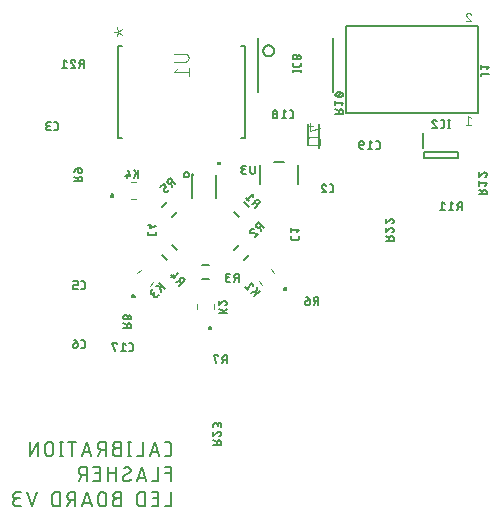
<source format=gbr>
G04 EAGLE Gerber RS-274X export*
G75*
%MOMM*%
%FSLAX34Y34*%
%LPD*%
%INSilkscreen Bottom*%
%IPPOS*%
%AMOC8*
5,1,8,0,0,1.08239X$1,22.5*%
G01*
%ADD10C,0.203200*%
%ADD11C,0.127000*%
%ADD12C,0.050800*%
%ADD13C,0.152400*%
%ADD14C,0.076200*%
%ADD15C,0.100000*%
%ADD16C,0.100000*%
%ADD17C,0.200000*%
%ADD18C,0.200000*%
%ADD19C,0.101600*%

G36*
X200027Y299976D02*
X200027Y299976D01*
X200029Y299975D01*
X200072Y299995D01*
X200116Y300013D01*
X200116Y300015D01*
X200118Y300016D01*
X200151Y300101D01*
X200151Y302641D01*
X200150Y302643D01*
X200151Y302645D01*
X200131Y302688D01*
X200113Y302732D01*
X200111Y302732D01*
X200110Y302734D01*
X200025Y302767D01*
X196215Y302767D01*
X196213Y302766D01*
X196211Y302767D01*
X196168Y302747D01*
X196124Y302729D01*
X196124Y302727D01*
X196122Y302726D01*
X196089Y302641D01*
X196089Y300101D01*
X196090Y300099D01*
X196089Y300097D01*
X196109Y300054D01*
X196127Y300010D01*
X196129Y300010D01*
X196130Y300008D01*
X196215Y299975D01*
X200025Y299975D01*
X200027Y299976D01*
G37*
D10*
X152315Y53848D02*
X155025Y53848D01*
X155126Y53850D01*
X155227Y53856D01*
X155328Y53865D01*
X155429Y53878D01*
X155529Y53895D01*
X155628Y53916D01*
X155726Y53940D01*
X155823Y53968D01*
X155920Y54000D01*
X156015Y54035D01*
X156108Y54074D01*
X156200Y54116D01*
X156291Y54162D01*
X156380Y54211D01*
X156466Y54263D01*
X156551Y54319D01*
X156634Y54377D01*
X156714Y54439D01*
X156792Y54504D01*
X156868Y54571D01*
X156941Y54641D01*
X157011Y54714D01*
X157078Y54790D01*
X157143Y54868D01*
X157205Y54948D01*
X157263Y55031D01*
X157319Y55116D01*
X157371Y55202D01*
X157420Y55291D01*
X157466Y55382D01*
X157508Y55474D01*
X157547Y55567D01*
X157582Y55662D01*
X157614Y55759D01*
X157642Y55856D01*
X157666Y55954D01*
X157687Y56053D01*
X157704Y56153D01*
X157717Y56254D01*
X157726Y56355D01*
X157732Y56456D01*
X157734Y56557D01*
X157734Y63331D01*
X157732Y63432D01*
X157726Y63533D01*
X157717Y63634D01*
X157704Y63735D01*
X157687Y63835D01*
X157666Y63934D01*
X157642Y64032D01*
X157614Y64129D01*
X157582Y64226D01*
X157547Y64321D01*
X157508Y64414D01*
X157466Y64506D01*
X157420Y64597D01*
X157371Y64686D01*
X157319Y64772D01*
X157263Y64857D01*
X157205Y64940D01*
X157143Y65020D01*
X157078Y65098D01*
X157011Y65174D01*
X156941Y65247D01*
X156868Y65317D01*
X156792Y65384D01*
X156714Y65449D01*
X156634Y65511D01*
X156551Y65569D01*
X156466Y65625D01*
X156380Y65677D01*
X156291Y65726D01*
X156200Y65772D01*
X156108Y65814D01*
X156015Y65853D01*
X155920Y65888D01*
X155823Y65920D01*
X155726Y65948D01*
X155628Y65972D01*
X155529Y65993D01*
X155429Y66010D01*
X155328Y66023D01*
X155227Y66032D01*
X155126Y66038D01*
X155025Y66040D01*
X152315Y66040D01*
X143628Y66040D02*
X147692Y53848D01*
X139564Y53848D02*
X143628Y66040D01*
X140580Y56896D02*
X146676Y56896D01*
X133751Y53848D02*
X133751Y66040D01*
X133751Y53848D02*
X128332Y53848D01*
X122292Y53848D02*
X122292Y66040D01*
X123646Y53848D02*
X120937Y53848D01*
X120937Y66040D02*
X123646Y66040D01*
X114746Y60621D02*
X111359Y60621D01*
X111359Y60622D02*
X111243Y60620D01*
X111128Y60614D01*
X111013Y60604D01*
X110898Y60590D01*
X110784Y60573D01*
X110670Y60551D01*
X110557Y60526D01*
X110445Y60496D01*
X110334Y60463D01*
X110225Y60426D01*
X110116Y60386D01*
X110010Y60342D01*
X109904Y60294D01*
X109801Y60242D01*
X109699Y60187D01*
X109599Y60129D01*
X109501Y60067D01*
X109406Y60002D01*
X109312Y59934D01*
X109222Y59862D01*
X109133Y59788D01*
X109047Y59710D01*
X108964Y59630D01*
X108884Y59547D01*
X108806Y59461D01*
X108732Y59372D01*
X108660Y59282D01*
X108592Y59188D01*
X108527Y59093D01*
X108465Y58995D01*
X108407Y58895D01*
X108352Y58793D01*
X108300Y58690D01*
X108252Y58584D01*
X108208Y58478D01*
X108168Y58369D01*
X108131Y58260D01*
X108098Y58149D01*
X108068Y58037D01*
X108043Y57924D01*
X108021Y57810D01*
X108004Y57696D01*
X107990Y57581D01*
X107980Y57466D01*
X107974Y57351D01*
X107972Y57235D01*
X107974Y57119D01*
X107980Y57004D01*
X107990Y56889D01*
X108004Y56774D01*
X108021Y56660D01*
X108043Y56546D01*
X108068Y56433D01*
X108098Y56321D01*
X108131Y56210D01*
X108168Y56101D01*
X108208Y55992D01*
X108252Y55886D01*
X108300Y55780D01*
X108352Y55677D01*
X108407Y55575D01*
X108465Y55475D01*
X108527Y55377D01*
X108592Y55282D01*
X108660Y55188D01*
X108732Y55098D01*
X108806Y55009D01*
X108884Y54923D01*
X108964Y54840D01*
X109047Y54760D01*
X109133Y54682D01*
X109222Y54608D01*
X109312Y54536D01*
X109406Y54468D01*
X109501Y54403D01*
X109599Y54341D01*
X109699Y54283D01*
X109801Y54228D01*
X109904Y54176D01*
X110010Y54128D01*
X110116Y54084D01*
X110225Y54044D01*
X110334Y54007D01*
X110445Y53974D01*
X110557Y53944D01*
X110670Y53919D01*
X110784Y53897D01*
X110898Y53880D01*
X111013Y53866D01*
X111128Y53856D01*
X111243Y53850D01*
X111359Y53848D01*
X114746Y53848D01*
X114746Y66040D01*
X111359Y66040D01*
X111256Y66038D01*
X111154Y66032D01*
X111052Y66023D01*
X110950Y66009D01*
X110849Y65992D01*
X110749Y65970D01*
X110650Y65945D01*
X110551Y65917D01*
X110454Y65884D01*
X110358Y65848D01*
X110263Y65809D01*
X110170Y65765D01*
X110079Y65719D01*
X109990Y65668D01*
X109902Y65615D01*
X109817Y65558D01*
X109734Y65498D01*
X109653Y65435D01*
X109574Y65369D01*
X109499Y65300D01*
X109425Y65228D01*
X109355Y65154D01*
X109287Y65077D01*
X109223Y64997D01*
X109161Y64915D01*
X109103Y64831D01*
X109048Y64744D01*
X108996Y64656D01*
X108948Y64565D01*
X108903Y64473D01*
X108861Y64380D01*
X108823Y64284D01*
X108789Y64188D01*
X108758Y64090D01*
X108732Y63991D01*
X108708Y63891D01*
X108689Y63790D01*
X108674Y63689D01*
X108662Y63587D01*
X108654Y63485D01*
X108650Y63382D01*
X108650Y63280D01*
X108654Y63177D01*
X108662Y63075D01*
X108674Y62973D01*
X108689Y62872D01*
X108708Y62771D01*
X108732Y62671D01*
X108758Y62572D01*
X108789Y62474D01*
X108823Y62378D01*
X108861Y62282D01*
X108903Y62189D01*
X108948Y62097D01*
X108996Y62006D01*
X109048Y61918D01*
X109103Y61831D01*
X109161Y61747D01*
X109223Y61665D01*
X109287Y61585D01*
X109355Y61508D01*
X109425Y61434D01*
X109499Y61362D01*
X109574Y61293D01*
X109653Y61227D01*
X109734Y61164D01*
X109817Y61104D01*
X109902Y61047D01*
X109990Y60994D01*
X110079Y60943D01*
X110170Y60897D01*
X110263Y60853D01*
X110358Y60814D01*
X110454Y60778D01*
X110551Y60745D01*
X110650Y60717D01*
X110749Y60692D01*
X110849Y60670D01*
X110950Y60653D01*
X111052Y60639D01*
X111154Y60630D01*
X111256Y60624D01*
X111359Y60622D01*
X102094Y66040D02*
X102094Y53848D01*
X102094Y66040D02*
X98707Y66040D01*
X98591Y66038D01*
X98476Y66032D01*
X98361Y66022D01*
X98246Y66008D01*
X98132Y65991D01*
X98018Y65969D01*
X97905Y65944D01*
X97793Y65914D01*
X97682Y65881D01*
X97573Y65844D01*
X97464Y65804D01*
X97358Y65760D01*
X97252Y65712D01*
X97149Y65660D01*
X97047Y65605D01*
X96947Y65547D01*
X96849Y65485D01*
X96754Y65420D01*
X96660Y65352D01*
X96570Y65280D01*
X96481Y65206D01*
X96395Y65128D01*
X96312Y65048D01*
X96232Y64965D01*
X96154Y64879D01*
X96080Y64790D01*
X96008Y64700D01*
X95940Y64606D01*
X95875Y64511D01*
X95813Y64413D01*
X95755Y64313D01*
X95700Y64211D01*
X95648Y64108D01*
X95600Y64002D01*
X95556Y63896D01*
X95516Y63787D01*
X95479Y63678D01*
X95446Y63567D01*
X95416Y63455D01*
X95391Y63342D01*
X95369Y63228D01*
X95352Y63114D01*
X95338Y62999D01*
X95328Y62884D01*
X95322Y62769D01*
X95320Y62653D01*
X95322Y62537D01*
X95328Y62422D01*
X95338Y62307D01*
X95352Y62192D01*
X95369Y62078D01*
X95391Y61964D01*
X95416Y61851D01*
X95446Y61739D01*
X95479Y61628D01*
X95516Y61519D01*
X95556Y61410D01*
X95600Y61304D01*
X95648Y61198D01*
X95700Y61095D01*
X95755Y60993D01*
X95813Y60893D01*
X95875Y60795D01*
X95940Y60700D01*
X96008Y60606D01*
X96080Y60516D01*
X96154Y60427D01*
X96232Y60341D01*
X96312Y60258D01*
X96395Y60178D01*
X96481Y60100D01*
X96570Y60026D01*
X96660Y59954D01*
X96754Y59886D01*
X96849Y59821D01*
X96947Y59759D01*
X97047Y59701D01*
X97149Y59646D01*
X97252Y59594D01*
X97358Y59546D01*
X97464Y59502D01*
X97573Y59462D01*
X97682Y59425D01*
X97793Y59392D01*
X97905Y59362D01*
X98018Y59337D01*
X98132Y59315D01*
X98246Y59298D01*
X98361Y59284D01*
X98476Y59274D01*
X98591Y59268D01*
X98707Y59266D01*
X98707Y59267D02*
X102094Y59267D01*
X98030Y59267D02*
X95321Y53848D01*
X90084Y53848D02*
X86020Y66040D01*
X81956Y53848D01*
X82972Y56896D02*
X89068Y56896D01*
X74072Y53848D02*
X74072Y66040D01*
X70686Y66040D02*
X77459Y66040D01*
X64685Y66040D02*
X64685Y53848D01*
X66039Y53848D02*
X63330Y53848D01*
X63330Y66040D02*
X66039Y66040D01*
X57830Y62653D02*
X57830Y57235D01*
X57830Y62653D02*
X57828Y62769D01*
X57822Y62884D01*
X57812Y62999D01*
X57798Y63114D01*
X57781Y63228D01*
X57759Y63342D01*
X57734Y63455D01*
X57704Y63567D01*
X57671Y63678D01*
X57634Y63787D01*
X57594Y63896D01*
X57550Y64002D01*
X57502Y64108D01*
X57450Y64211D01*
X57395Y64313D01*
X57337Y64413D01*
X57275Y64511D01*
X57210Y64606D01*
X57142Y64700D01*
X57070Y64790D01*
X56996Y64879D01*
X56918Y64965D01*
X56838Y65048D01*
X56755Y65128D01*
X56669Y65206D01*
X56580Y65280D01*
X56490Y65352D01*
X56396Y65420D01*
X56301Y65485D01*
X56203Y65547D01*
X56103Y65605D01*
X56001Y65660D01*
X55898Y65712D01*
X55792Y65760D01*
X55686Y65804D01*
X55577Y65844D01*
X55468Y65881D01*
X55357Y65914D01*
X55245Y65944D01*
X55132Y65969D01*
X55018Y65991D01*
X54904Y66008D01*
X54789Y66022D01*
X54674Y66032D01*
X54559Y66038D01*
X54443Y66040D01*
X54327Y66038D01*
X54212Y66032D01*
X54097Y66022D01*
X53982Y66008D01*
X53868Y65991D01*
X53754Y65969D01*
X53641Y65944D01*
X53529Y65914D01*
X53418Y65881D01*
X53309Y65844D01*
X53200Y65804D01*
X53094Y65760D01*
X52988Y65712D01*
X52885Y65660D01*
X52783Y65605D01*
X52683Y65547D01*
X52585Y65485D01*
X52490Y65420D01*
X52396Y65352D01*
X52306Y65280D01*
X52217Y65206D01*
X52131Y65128D01*
X52048Y65048D01*
X51968Y64965D01*
X51890Y64879D01*
X51816Y64790D01*
X51744Y64700D01*
X51676Y64606D01*
X51611Y64511D01*
X51549Y64413D01*
X51491Y64313D01*
X51436Y64211D01*
X51384Y64108D01*
X51336Y64002D01*
X51292Y63896D01*
X51252Y63787D01*
X51215Y63678D01*
X51182Y63567D01*
X51152Y63455D01*
X51127Y63342D01*
X51105Y63228D01*
X51088Y63114D01*
X51074Y62999D01*
X51064Y62884D01*
X51058Y62769D01*
X51056Y62653D01*
X51057Y62653D02*
X51057Y57235D01*
X51056Y57235D02*
X51058Y57119D01*
X51064Y57004D01*
X51074Y56889D01*
X51088Y56774D01*
X51105Y56660D01*
X51127Y56546D01*
X51152Y56433D01*
X51182Y56321D01*
X51215Y56210D01*
X51252Y56101D01*
X51292Y55992D01*
X51336Y55886D01*
X51384Y55780D01*
X51436Y55677D01*
X51491Y55575D01*
X51549Y55475D01*
X51611Y55377D01*
X51676Y55282D01*
X51744Y55188D01*
X51816Y55098D01*
X51890Y55009D01*
X51968Y54923D01*
X52048Y54840D01*
X52131Y54760D01*
X52217Y54682D01*
X52306Y54608D01*
X52396Y54536D01*
X52490Y54468D01*
X52585Y54403D01*
X52683Y54341D01*
X52783Y54283D01*
X52885Y54228D01*
X52988Y54176D01*
X53094Y54128D01*
X53200Y54084D01*
X53309Y54044D01*
X53418Y54007D01*
X53529Y53974D01*
X53641Y53944D01*
X53754Y53919D01*
X53868Y53897D01*
X53982Y53880D01*
X54097Y53866D01*
X54212Y53856D01*
X54327Y53850D01*
X54443Y53848D01*
X54559Y53850D01*
X54674Y53856D01*
X54789Y53866D01*
X54904Y53880D01*
X55018Y53897D01*
X55132Y53919D01*
X55245Y53944D01*
X55357Y53974D01*
X55468Y54007D01*
X55577Y54044D01*
X55686Y54084D01*
X55792Y54128D01*
X55898Y54176D01*
X56001Y54228D01*
X56103Y54283D01*
X56203Y54341D01*
X56301Y54403D01*
X56396Y54468D01*
X56490Y54536D01*
X56580Y54608D01*
X56669Y54682D01*
X56755Y54760D01*
X56838Y54840D01*
X56918Y54923D01*
X56996Y55009D01*
X57070Y55098D01*
X57142Y55188D01*
X57210Y55282D01*
X57275Y55377D01*
X57337Y55475D01*
X57395Y55575D01*
X57450Y55677D01*
X57502Y55780D01*
X57550Y55886D01*
X57594Y55992D01*
X57634Y56101D01*
X57671Y56210D01*
X57704Y56321D01*
X57734Y56433D01*
X57759Y56546D01*
X57781Y56660D01*
X57798Y56774D01*
X57812Y56889D01*
X57822Y57004D01*
X57828Y57119D01*
X57830Y57235D01*
X44602Y53848D02*
X44602Y66040D01*
X37828Y53848D01*
X37828Y66040D01*
X157734Y44704D02*
X157734Y32512D01*
X157734Y44704D02*
X152315Y44704D01*
X152315Y39285D02*
X157734Y39285D01*
X146639Y44704D02*
X146639Y32512D01*
X141221Y32512D01*
X136684Y32512D02*
X132620Y44704D01*
X128556Y32512D01*
X129572Y35560D02*
X135668Y35560D01*
X119568Y32512D02*
X119467Y32514D01*
X119366Y32520D01*
X119265Y32529D01*
X119164Y32542D01*
X119064Y32559D01*
X118965Y32580D01*
X118867Y32604D01*
X118770Y32632D01*
X118673Y32664D01*
X118578Y32699D01*
X118485Y32738D01*
X118393Y32780D01*
X118302Y32826D01*
X118214Y32875D01*
X118127Y32927D01*
X118042Y32983D01*
X117959Y33041D01*
X117879Y33103D01*
X117801Y33168D01*
X117725Y33235D01*
X117652Y33305D01*
X117582Y33378D01*
X117515Y33454D01*
X117450Y33532D01*
X117388Y33612D01*
X117330Y33695D01*
X117274Y33780D01*
X117222Y33866D01*
X117173Y33955D01*
X117127Y34046D01*
X117085Y34138D01*
X117046Y34231D01*
X117011Y34326D01*
X116979Y34423D01*
X116951Y34520D01*
X116927Y34618D01*
X116906Y34717D01*
X116889Y34817D01*
X116876Y34918D01*
X116867Y35019D01*
X116861Y35120D01*
X116859Y35221D01*
X119568Y32512D02*
X119719Y32514D01*
X119869Y32520D01*
X120019Y32530D01*
X120169Y32544D01*
X120319Y32561D01*
X120468Y32583D01*
X120617Y32609D01*
X120764Y32638D01*
X120911Y32672D01*
X121057Y32709D01*
X121202Y32750D01*
X121346Y32795D01*
X121488Y32844D01*
X121630Y32896D01*
X121770Y32952D01*
X121908Y33012D01*
X122044Y33075D01*
X122179Y33142D01*
X122313Y33213D01*
X122444Y33287D01*
X122573Y33364D01*
X122700Y33445D01*
X122825Y33529D01*
X122948Y33616D01*
X123068Y33707D01*
X123186Y33801D01*
X123302Y33897D01*
X123415Y33997D01*
X123525Y34100D01*
X123632Y34205D01*
X123293Y41995D02*
X123291Y42096D01*
X123285Y42197D01*
X123276Y42298D01*
X123263Y42399D01*
X123246Y42499D01*
X123225Y42598D01*
X123201Y42696D01*
X123173Y42793D01*
X123141Y42890D01*
X123106Y42985D01*
X123067Y43078D01*
X123025Y43170D01*
X122979Y43261D01*
X122930Y43350D01*
X122878Y43436D01*
X122822Y43521D01*
X122764Y43604D01*
X122702Y43684D01*
X122637Y43762D01*
X122570Y43838D01*
X122500Y43911D01*
X122427Y43981D01*
X122351Y44048D01*
X122273Y44113D01*
X122193Y44175D01*
X122110Y44233D01*
X122025Y44289D01*
X121939Y44341D01*
X121850Y44390D01*
X121759Y44436D01*
X121667Y44478D01*
X121574Y44517D01*
X121479Y44552D01*
X121382Y44584D01*
X121285Y44612D01*
X121187Y44636D01*
X121088Y44657D01*
X120988Y44674D01*
X120887Y44687D01*
X120786Y44696D01*
X120685Y44702D01*
X120584Y44704D01*
X120442Y44702D01*
X120300Y44696D01*
X120158Y44686D01*
X120017Y44672D01*
X119876Y44654D01*
X119735Y44633D01*
X119595Y44607D01*
X119456Y44577D01*
X119318Y44544D01*
X119181Y44506D01*
X119045Y44465D01*
X118910Y44420D01*
X118777Y44372D01*
X118645Y44319D01*
X118514Y44263D01*
X118385Y44203D01*
X118258Y44140D01*
X118132Y44073D01*
X118009Y44003D01*
X117887Y43929D01*
X117768Y43852D01*
X117651Y43772D01*
X117536Y43688D01*
X121938Y39624D02*
X122025Y39677D01*
X122110Y39734D01*
X122193Y39794D01*
X122273Y39857D01*
X122351Y39922D01*
X122427Y39991D01*
X122500Y40062D01*
X122570Y40136D01*
X122638Y40213D01*
X122702Y40292D01*
X122764Y40373D01*
X122823Y40456D01*
X122878Y40542D01*
X122930Y40630D01*
X122979Y40719D01*
X123025Y40810D01*
X123067Y40903D01*
X123106Y40998D01*
X123141Y41094D01*
X123173Y41191D01*
X123201Y41289D01*
X123225Y41388D01*
X123246Y41488D01*
X123263Y41588D01*
X123276Y41689D01*
X123285Y41791D01*
X123291Y41893D01*
X123293Y41995D01*
X118213Y37592D02*
X118126Y37539D01*
X118041Y37482D01*
X117958Y37422D01*
X117878Y37359D01*
X117800Y37294D01*
X117724Y37225D01*
X117651Y37154D01*
X117581Y37080D01*
X117513Y37003D01*
X117449Y36924D01*
X117387Y36843D01*
X117328Y36760D01*
X117273Y36674D01*
X117221Y36586D01*
X117172Y36497D01*
X117126Y36406D01*
X117084Y36313D01*
X117045Y36218D01*
X117010Y36122D01*
X116978Y36025D01*
X116950Y35927D01*
X116926Y35828D01*
X116905Y35728D01*
X116888Y35628D01*
X116875Y35527D01*
X116866Y35425D01*
X116860Y35323D01*
X116858Y35221D01*
X118213Y37592D02*
X121938Y39624D01*
X110830Y44704D02*
X110830Y32512D01*
X110830Y39285D02*
X104057Y39285D01*
X104057Y44704D02*
X104057Y32512D01*
X97140Y32512D02*
X91721Y32512D01*
X97140Y32512D02*
X97140Y44704D01*
X91721Y44704D01*
X93076Y39285D02*
X97140Y39285D01*
X85966Y44704D02*
X85966Y32512D01*
X85966Y44704D02*
X82579Y44704D01*
X82463Y44702D01*
X82348Y44696D01*
X82233Y44686D01*
X82118Y44672D01*
X82004Y44655D01*
X81890Y44633D01*
X81777Y44608D01*
X81665Y44578D01*
X81554Y44545D01*
X81445Y44508D01*
X81336Y44468D01*
X81230Y44424D01*
X81124Y44376D01*
X81021Y44324D01*
X80919Y44269D01*
X80819Y44211D01*
X80721Y44149D01*
X80626Y44084D01*
X80532Y44016D01*
X80442Y43944D01*
X80353Y43870D01*
X80267Y43792D01*
X80184Y43712D01*
X80104Y43629D01*
X80026Y43543D01*
X79952Y43454D01*
X79880Y43364D01*
X79812Y43270D01*
X79747Y43175D01*
X79685Y43077D01*
X79627Y42977D01*
X79572Y42875D01*
X79520Y42772D01*
X79472Y42666D01*
X79428Y42560D01*
X79388Y42451D01*
X79351Y42342D01*
X79318Y42231D01*
X79288Y42119D01*
X79263Y42006D01*
X79241Y41892D01*
X79224Y41778D01*
X79210Y41663D01*
X79200Y41548D01*
X79194Y41433D01*
X79192Y41317D01*
X79194Y41201D01*
X79200Y41086D01*
X79210Y40971D01*
X79224Y40856D01*
X79241Y40742D01*
X79263Y40628D01*
X79288Y40515D01*
X79318Y40403D01*
X79351Y40292D01*
X79388Y40183D01*
X79428Y40074D01*
X79472Y39968D01*
X79520Y39862D01*
X79572Y39759D01*
X79627Y39657D01*
X79685Y39557D01*
X79747Y39459D01*
X79812Y39364D01*
X79880Y39270D01*
X79952Y39180D01*
X80026Y39091D01*
X80104Y39005D01*
X80184Y38922D01*
X80267Y38842D01*
X80353Y38764D01*
X80442Y38690D01*
X80532Y38618D01*
X80626Y38550D01*
X80721Y38485D01*
X80819Y38423D01*
X80919Y38365D01*
X81021Y38310D01*
X81124Y38258D01*
X81230Y38210D01*
X81336Y38166D01*
X81445Y38126D01*
X81554Y38089D01*
X81665Y38056D01*
X81777Y38026D01*
X81890Y38001D01*
X82004Y37979D01*
X82118Y37962D01*
X82233Y37948D01*
X82348Y37938D01*
X82463Y37932D01*
X82579Y37930D01*
X82579Y37931D02*
X85966Y37931D01*
X81902Y37931D02*
X79192Y32512D01*
X157734Y23368D02*
X157734Y11176D01*
X152315Y11176D01*
X146639Y11176D02*
X141221Y11176D01*
X146639Y11176D02*
X146639Y23368D01*
X141221Y23368D01*
X142575Y17949D02*
X146639Y17949D01*
X135580Y23368D02*
X135580Y11176D01*
X135580Y23368D02*
X132193Y23368D01*
X132077Y23366D01*
X131962Y23360D01*
X131847Y23350D01*
X131732Y23336D01*
X131618Y23319D01*
X131504Y23297D01*
X131391Y23272D01*
X131279Y23242D01*
X131168Y23209D01*
X131059Y23172D01*
X130950Y23132D01*
X130844Y23088D01*
X130738Y23040D01*
X130635Y22988D01*
X130533Y22933D01*
X130433Y22875D01*
X130335Y22813D01*
X130240Y22748D01*
X130146Y22680D01*
X130056Y22608D01*
X129967Y22534D01*
X129881Y22456D01*
X129798Y22376D01*
X129718Y22293D01*
X129640Y22207D01*
X129566Y22118D01*
X129494Y22028D01*
X129426Y21934D01*
X129361Y21839D01*
X129299Y21741D01*
X129241Y21641D01*
X129186Y21539D01*
X129134Y21436D01*
X129086Y21330D01*
X129042Y21224D01*
X129002Y21115D01*
X128965Y21006D01*
X128932Y20895D01*
X128902Y20783D01*
X128877Y20670D01*
X128855Y20556D01*
X128838Y20442D01*
X128824Y20327D01*
X128814Y20212D01*
X128808Y20097D01*
X128806Y19981D01*
X128807Y19981D02*
X128807Y14563D01*
X128806Y14563D02*
X128808Y14447D01*
X128814Y14332D01*
X128824Y14217D01*
X128838Y14102D01*
X128855Y13988D01*
X128877Y13874D01*
X128902Y13761D01*
X128932Y13649D01*
X128965Y13538D01*
X129002Y13429D01*
X129042Y13320D01*
X129086Y13214D01*
X129134Y13108D01*
X129186Y13005D01*
X129241Y12903D01*
X129299Y12803D01*
X129361Y12705D01*
X129426Y12610D01*
X129494Y12516D01*
X129566Y12426D01*
X129640Y12337D01*
X129718Y12251D01*
X129798Y12168D01*
X129881Y12088D01*
X129967Y12010D01*
X130056Y11936D01*
X130146Y11864D01*
X130240Y11796D01*
X130335Y11731D01*
X130433Y11669D01*
X130533Y11611D01*
X130635Y11556D01*
X130738Y11504D01*
X130844Y11456D01*
X130950Y11412D01*
X131059Y11372D01*
X131168Y11335D01*
X131279Y11302D01*
X131391Y11272D01*
X131504Y11247D01*
X131618Y11225D01*
X131732Y11208D01*
X131847Y11194D01*
X131962Y11184D01*
X132077Y11178D01*
X132193Y11176D01*
X135580Y11176D01*
X114833Y17949D02*
X111446Y17949D01*
X111446Y17950D02*
X111330Y17948D01*
X111215Y17942D01*
X111100Y17932D01*
X110985Y17918D01*
X110871Y17901D01*
X110757Y17879D01*
X110644Y17854D01*
X110532Y17824D01*
X110421Y17791D01*
X110312Y17754D01*
X110203Y17714D01*
X110097Y17670D01*
X109991Y17622D01*
X109888Y17570D01*
X109786Y17515D01*
X109686Y17457D01*
X109588Y17395D01*
X109493Y17330D01*
X109399Y17262D01*
X109309Y17190D01*
X109220Y17116D01*
X109134Y17038D01*
X109051Y16958D01*
X108971Y16875D01*
X108893Y16789D01*
X108819Y16700D01*
X108747Y16610D01*
X108679Y16516D01*
X108614Y16421D01*
X108552Y16323D01*
X108494Y16223D01*
X108439Y16121D01*
X108387Y16018D01*
X108339Y15912D01*
X108295Y15806D01*
X108255Y15697D01*
X108218Y15588D01*
X108185Y15477D01*
X108155Y15365D01*
X108130Y15252D01*
X108108Y15138D01*
X108091Y15024D01*
X108077Y14909D01*
X108067Y14794D01*
X108061Y14679D01*
X108059Y14563D01*
X108061Y14447D01*
X108067Y14332D01*
X108077Y14217D01*
X108091Y14102D01*
X108108Y13988D01*
X108130Y13874D01*
X108155Y13761D01*
X108185Y13649D01*
X108218Y13538D01*
X108255Y13429D01*
X108295Y13320D01*
X108339Y13214D01*
X108387Y13108D01*
X108439Y13005D01*
X108494Y12903D01*
X108552Y12803D01*
X108614Y12705D01*
X108679Y12610D01*
X108747Y12516D01*
X108819Y12426D01*
X108893Y12337D01*
X108971Y12251D01*
X109051Y12168D01*
X109134Y12088D01*
X109220Y12010D01*
X109309Y11936D01*
X109399Y11864D01*
X109493Y11796D01*
X109588Y11731D01*
X109686Y11669D01*
X109786Y11611D01*
X109888Y11556D01*
X109991Y11504D01*
X110097Y11456D01*
X110203Y11412D01*
X110312Y11372D01*
X110421Y11335D01*
X110532Y11302D01*
X110644Y11272D01*
X110757Y11247D01*
X110871Y11225D01*
X110985Y11208D01*
X111100Y11194D01*
X111215Y11184D01*
X111330Y11178D01*
X111446Y11176D01*
X114833Y11176D01*
X114833Y23368D01*
X111446Y23368D01*
X111343Y23366D01*
X111241Y23360D01*
X111139Y23351D01*
X111037Y23337D01*
X110936Y23320D01*
X110836Y23298D01*
X110737Y23273D01*
X110638Y23245D01*
X110541Y23212D01*
X110445Y23176D01*
X110350Y23137D01*
X110257Y23093D01*
X110166Y23047D01*
X110077Y22996D01*
X109989Y22943D01*
X109904Y22886D01*
X109821Y22826D01*
X109740Y22763D01*
X109661Y22697D01*
X109586Y22628D01*
X109512Y22556D01*
X109442Y22482D01*
X109374Y22405D01*
X109310Y22325D01*
X109248Y22243D01*
X109190Y22159D01*
X109135Y22072D01*
X109083Y21984D01*
X109035Y21893D01*
X108990Y21801D01*
X108948Y21708D01*
X108910Y21612D01*
X108876Y21516D01*
X108845Y21418D01*
X108819Y21319D01*
X108795Y21219D01*
X108776Y21118D01*
X108761Y21017D01*
X108749Y20915D01*
X108741Y20813D01*
X108737Y20710D01*
X108737Y20608D01*
X108741Y20505D01*
X108749Y20403D01*
X108761Y20301D01*
X108776Y20200D01*
X108795Y20099D01*
X108819Y19999D01*
X108845Y19900D01*
X108876Y19802D01*
X108910Y19706D01*
X108948Y19610D01*
X108990Y19517D01*
X109035Y19425D01*
X109083Y19334D01*
X109135Y19246D01*
X109190Y19159D01*
X109248Y19075D01*
X109310Y18993D01*
X109374Y18913D01*
X109442Y18836D01*
X109512Y18762D01*
X109586Y18690D01*
X109661Y18621D01*
X109740Y18555D01*
X109821Y18492D01*
X109904Y18432D01*
X109989Y18375D01*
X110077Y18322D01*
X110166Y18271D01*
X110257Y18225D01*
X110350Y18181D01*
X110445Y18142D01*
X110541Y18106D01*
X110638Y18073D01*
X110737Y18045D01*
X110836Y18020D01*
X110936Y17998D01*
X111037Y17981D01*
X111139Y17967D01*
X111241Y17958D01*
X111343Y17952D01*
X111446Y17950D01*
X102722Y19981D02*
X102722Y14563D01*
X102723Y19981D02*
X102721Y20097D01*
X102715Y20212D01*
X102705Y20327D01*
X102691Y20442D01*
X102674Y20556D01*
X102652Y20670D01*
X102627Y20783D01*
X102597Y20895D01*
X102564Y21006D01*
X102527Y21115D01*
X102487Y21224D01*
X102443Y21330D01*
X102395Y21436D01*
X102343Y21539D01*
X102288Y21641D01*
X102230Y21741D01*
X102168Y21839D01*
X102103Y21934D01*
X102035Y22028D01*
X101963Y22118D01*
X101889Y22207D01*
X101811Y22293D01*
X101731Y22376D01*
X101648Y22456D01*
X101562Y22534D01*
X101473Y22608D01*
X101383Y22680D01*
X101289Y22748D01*
X101194Y22813D01*
X101096Y22875D01*
X100996Y22933D01*
X100894Y22988D01*
X100791Y23040D01*
X100685Y23088D01*
X100579Y23132D01*
X100470Y23172D01*
X100361Y23209D01*
X100250Y23242D01*
X100138Y23272D01*
X100025Y23297D01*
X99911Y23319D01*
X99797Y23336D01*
X99682Y23350D01*
X99567Y23360D01*
X99452Y23366D01*
X99336Y23368D01*
X99220Y23366D01*
X99105Y23360D01*
X98990Y23350D01*
X98875Y23336D01*
X98761Y23319D01*
X98647Y23297D01*
X98534Y23272D01*
X98422Y23242D01*
X98311Y23209D01*
X98202Y23172D01*
X98093Y23132D01*
X97987Y23088D01*
X97881Y23040D01*
X97778Y22988D01*
X97676Y22933D01*
X97576Y22875D01*
X97478Y22813D01*
X97383Y22748D01*
X97289Y22680D01*
X97199Y22608D01*
X97110Y22534D01*
X97024Y22456D01*
X96941Y22376D01*
X96861Y22293D01*
X96783Y22207D01*
X96709Y22118D01*
X96637Y22028D01*
X96569Y21934D01*
X96504Y21839D01*
X96442Y21741D01*
X96384Y21641D01*
X96329Y21539D01*
X96277Y21436D01*
X96229Y21330D01*
X96185Y21224D01*
X96145Y21115D01*
X96108Y21006D01*
X96075Y20895D01*
X96045Y20783D01*
X96020Y20670D01*
X95998Y20556D01*
X95981Y20442D01*
X95967Y20327D01*
X95957Y20212D01*
X95951Y20097D01*
X95949Y19981D01*
X95949Y14563D01*
X95951Y14447D01*
X95957Y14332D01*
X95967Y14217D01*
X95981Y14102D01*
X95998Y13988D01*
X96020Y13874D01*
X96045Y13761D01*
X96075Y13649D01*
X96108Y13538D01*
X96145Y13429D01*
X96185Y13320D01*
X96229Y13214D01*
X96277Y13108D01*
X96329Y13005D01*
X96384Y12903D01*
X96442Y12803D01*
X96504Y12705D01*
X96569Y12610D01*
X96637Y12516D01*
X96709Y12426D01*
X96783Y12337D01*
X96861Y12251D01*
X96941Y12168D01*
X97024Y12088D01*
X97110Y12010D01*
X97199Y11936D01*
X97289Y11864D01*
X97383Y11796D01*
X97478Y11731D01*
X97576Y11669D01*
X97676Y11611D01*
X97778Y11556D01*
X97881Y11504D01*
X97987Y11456D01*
X98093Y11412D01*
X98202Y11372D01*
X98311Y11335D01*
X98422Y11302D01*
X98534Y11272D01*
X98647Y11247D01*
X98761Y11225D01*
X98875Y11208D01*
X98990Y11194D01*
X99105Y11184D01*
X99220Y11178D01*
X99336Y11176D01*
X99452Y11178D01*
X99567Y11184D01*
X99682Y11194D01*
X99797Y11208D01*
X99911Y11225D01*
X100025Y11247D01*
X100138Y11272D01*
X100250Y11302D01*
X100361Y11335D01*
X100470Y11372D01*
X100579Y11412D01*
X100685Y11456D01*
X100791Y11504D01*
X100894Y11556D01*
X100996Y11611D01*
X101096Y11669D01*
X101194Y11731D01*
X101289Y11796D01*
X101383Y11864D01*
X101473Y11936D01*
X101562Y12010D01*
X101648Y12088D01*
X101731Y12168D01*
X101811Y12251D01*
X101889Y12337D01*
X101963Y12426D01*
X102035Y12516D01*
X102103Y12610D01*
X102168Y12705D01*
X102230Y12803D01*
X102288Y12903D01*
X102343Y13005D01*
X102395Y13108D01*
X102443Y13214D01*
X102487Y13320D01*
X102527Y13429D01*
X102564Y13538D01*
X102597Y13649D01*
X102627Y13761D01*
X102652Y13874D01*
X102674Y13988D01*
X102691Y14102D01*
X102705Y14217D01*
X102715Y14332D01*
X102721Y14447D01*
X102723Y14563D01*
X90598Y11176D02*
X86534Y23368D01*
X82470Y11176D01*
X83486Y14224D02*
X89582Y14224D01*
X76578Y11176D02*
X76578Y23368D01*
X73191Y23368D01*
X73075Y23366D01*
X72960Y23360D01*
X72845Y23350D01*
X72730Y23336D01*
X72616Y23319D01*
X72502Y23297D01*
X72389Y23272D01*
X72277Y23242D01*
X72166Y23209D01*
X72057Y23172D01*
X71948Y23132D01*
X71842Y23088D01*
X71736Y23040D01*
X71633Y22988D01*
X71531Y22933D01*
X71431Y22875D01*
X71333Y22813D01*
X71238Y22748D01*
X71144Y22680D01*
X71054Y22608D01*
X70965Y22534D01*
X70879Y22456D01*
X70796Y22376D01*
X70716Y22293D01*
X70638Y22207D01*
X70564Y22118D01*
X70492Y22028D01*
X70424Y21934D01*
X70359Y21839D01*
X70297Y21741D01*
X70239Y21641D01*
X70184Y21539D01*
X70132Y21436D01*
X70084Y21330D01*
X70040Y21224D01*
X70000Y21115D01*
X69963Y21006D01*
X69930Y20895D01*
X69900Y20783D01*
X69875Y20670D01*
X69853Y20556D01*
X69836Y20442D01*
X69822Y20327D01*
X69812Y20212D01*
X69806Y20097D01*
X69804Y19981D01*
X69806Y19865D01*
X69812Y19750D01*
X69822Y19635D01*
X69836Y19520D01*
X69853Y19406D01*
X69875Y19292D01*
X69900Y19179D01*
X69930Y19067D01*
X69963Y18956D01*
X70000Y18847D01*
X70040Y18738D01*
X70084Y18632D01*
X70132Y18526D01*
X70184Y18423D01*
X70239Y18321D01*
X70297Y18221D01*
X70359Y18123D01*
X70424Y18028D01*
X70492Y17934D01*
X70564Y17844D01*
X70638Y17755D01*
X70716Y17669D01*
X70796Y17586D01*
X70879Y17506D01*
X70965Y17428D01*
X71054Y17354D01*
X71144Y17282D01*
X71238Y17214D01*
X71333Y17149D01*
X71431Y17087D01*
X71531Y17029D01*
X71633Y16974D01*
X71736Y16922D01*
X71842Y16874D01*
X71948Y16830D01*
X72057Y16790D01*
X72166Y16753D01*
X72277Y16720D01*
X72389Y16690D01*
X72502Y16665D01*
X72616Y16643D01*
X72730Y16626D01*
X72845Y16612D01*
X72960Y16602D01*
X73075Y16596D01*
X73191Y16594D01*
X73191Y16595D02*
X76578Y16595D01*
X72514Y16595D02*
X69804Y11176D01*
X63464Y11176D02*
X63464Y23368D01*
X60078Y23368D01*
X59962Y23366D01*
X59847Y23360D01*
X59732Y23350D01*
X59617Y23336D01*
X59503Y23319D01*
X59389Y23297D01*
X59276Y23272D01*
X59164Y23242D01*
X59053Y23209D01*
X58944Y23172D01*
X58835Y23132D01*
X58729Y23088D01*
X58623Y23040D01*
X58520Y22988D01*
X58418Y22933D01*
X58318Y22875D01*
X58220Y22813D01*
X58125Y22748D01*
X58031Y22680D01*
X57941Y22608D01*
X57852Y22534D01*
X57766Y22456D01*
X57683Y22376D01*
X57603Y22293D01*
X57525Y22207D01*
X57451Y22118D01*
X57379Y22028D01*
X57311Y21934D01*
X57246Y21839D01*
X57184Y21741D01*
X57126Y21641D01*
X57071Y21539D01*
X57019Y21436D01*
X56971Y21330D01*
X56927Y21224D01*
X56887Y21115D01*
X56850Y21006D01*
X56817Y20895D01*
X56787Y20783D01*
X56762Y20670D01*
X56740Y20556D01*
X56723Y20442D01*
X56709Y20327D01*
X56699Y20212D01*
X56693Y20097D01*
X56691Y19981D01*
X56691Y14563D01*
X56693Y14447D01*
X56699Y14332D01*
X56709Y14217D01*
X56723Y14102D01*
X56740Y13988D01*
X56762Y13874D01*
X56787Y13761D01*
X56817Y13649D01*
X56850Y13538D01*
X56887Y13429D01*
X56927Y13320D01*
X56971Y13214D01*
X57019Y13108D01*
X57071Y13005D01*
X57126Y12903D01*
X57184Y12803D01*
X57246Y12705D01*
X57311Y12610D01*
X57379Y12516D01*
X57451Y12426D01*
X57525Y12337D01*
X57603Y12251D01*
X57683Y12168D01*
X57766Y12088D01*
X57852Y12010D01*
X57941Y11936D01*
X58031Y11864D01*
X58125Y11796D01*
X58220Y11731D01*
X58318Y11669D01*
X58418Y11611D01*
X58520Y11556D01*
X58623Y11504D01*
X58729Y11456D01*
X58835Y11412D01*
X58944Y11372D01*
X59053Y11335D01*
X59164Y11302D01*
X59276Y11272D01*
X59389Y11247D01*
X59503Y11225D01*
X59617Y11208D01*
X59732Y11194D01*
X59847Y11184D01*
X59962Y11178D01*
X60078Y11176D01*
X63464Y11176D01*
X44086Y23368D02*
X40022Y11176D01*
X35958Y23368D01*
X30607Y11176D02*
X27220Y11176D01*
X27104Y11178D01*
X26989Y11184D01*
X26874Y11194D01*
X26759Y11208D01*
X26645Y11225D01*
X26531Y11247D01*
X26418Y11272D01*
X26306Y11302D01*
X26195Y11335D01*
X26086Y11372D01*
X25977Y11412D01*
X25871Y11456D01*
X25765Y11504D01*
X25662Y11556D01*
X25560Y11611D01*
X25460Y11669D01*
X25362Y11731D01*
X25267Y11796D01*
X25173Y11864D01*
X25083Y11936D01*
X24994Y12010D01*
X24908Y12088D01*
X24825Y12168D01*
X24745Y12251D01*
X24667Y12337D01*
X24593Y12426D01*
X24521Y12516D01*
X24453Y12610D01*
X24388Y12705D01*
X24326Y12803D01*
X24268Y12903D01*
X24213Y13005D01*
X24161Y13108D01*
X24113Y13214D01*
X24069Y13320D01*
X24029Y13429D01*
X23992Y13538D01*
X23959Y13649D01*
X23929Y13761D01*
X23904Y13874D01*
X23882Y13988D01*
X23865Y14102D01*
X23851Y14217D01*
X23841Y14332D01*
X23835Y14447D01*
X23833Y14563D01*
X23835Y14679D01*
X23841Y14794D01*
X23851Y14909D01*
X23865Y15024D01*
X23882Y15138D01*
X23904Y15252D01*
X23929Y15365D01*
X23959Y15477D01*
X23992Y15588D01*
X24029Y15697D01*
X24069Y15806D01*
X24113Y15912D01*
X24161Y16018D01*
X24213Y16121D01*
X24268Y16223D01*
X24326Y16323D01*
X24388Y16421D01*
X24453Y16516D01*
X24521Y16610D01*
X24593Y16700D01*
X24667Y16789D01*
X24745Y16875D01*
X24825Y16958D01*
X24908Y17038D01*
X24994Y17116D01*
X25083Y17190D01*
X25173Y17262D01*
X25267Y17330D01*
X25362Y17395D01*
X25460Y17457D01*
X25560Y17515D01*
X25662Y17570D01*
X25765Y17622D01*
X25871Y17670D01*
X25977Y17714D01*
X26086Y17754D01*
X26195Y17791D01*
X26306Y17824D01*
X26418Y17854D01*
X26531Y17879D01*
X26645Y17901D01*
X26759Y17918D01*
X26874Y17932D01*
X26989Y17942D01*
X27104Y17948D01*
X27220Y17950D01*
X26543Y23368D02*
X30607Y23368D01*
X26543Y23368D02*
X26440Y23366D01*
X26338Y23360D01*
X26236Y23351D01*
X26134Y23337D01*
X26033Y23320D01*
X25933Y23298D01*
X25834Y23273D01*
X25735Y23245D01*
X25638Y23212D01*
X25542Y23176D01*
X25447Y23137D01*
X25354Y23093D01*
X25263Y23047D01*
X25174Y22996D01*
X25086Y22943D01*
X25001Y22886D01*
X24918Y22826D01*
X24837Y22763D01*
X24758Y22697D01*
X24683Y22628D01*
X24609Y22556D01*
X24539Y22482D01*
X24471Y22405D01*
X24407Y22325D01*
X24345Y22243D01*
X24287Y22159D01*
X24232Y22072D01*
X24180Y21984D01*
X24132Y21893D01*
X24087Y21801D01*
X24045Y21708D01*
X24007Y21612D01*
X23973Y21516D01*
X23942Y21418D01*
X23916Y21319D01*
X23892Y21219D01*
X23873Y21118D01*
X23858Y21017D01*
X23846Y20915D01*
X23838Y20813D01*
X23834Y20710D01*
X23834Y20608D01*
X23838Y20505D01*
X23846Y20403D01*
X23858Y20301D01*
X23873Y20200D01*
X23892Y20099D01*
X23916Y19999D01*
X23942Y19900D01*
X23973Y19802D01*
X24007Y19706D01*
X24045Y19610D01*
X24087Y19517D01*
X24132Y19425D01*
X24180Y19334D01*
X24232Y19246D01*
X24287Y19159D01*
X24345Y19075D01*
X24407Y18993D01*
X24471Y18913D01*
X24539Y18836D01*
X24609Y18762D01*
X24683Y18690D01*
X24758Y18621D01*
X24837Y18555D01*
X24918Y18492D01*
X25001Y18432D01*
X25086Y18375D01*
X25174Y18322D01*
X25263Y18271D01*
X25354Y18225D01*
X25447Y18181D01*
X25542Y18142D01*
X25638Y18106D01*
X25735Y18073D01*
X25834Y18045D01*
X25933Y18020D01*
X26033Y17998D01*
X26134Y17981D01*
X26236Y17967D01*
X26338Y17958D01*
X26440Y17952D01*
X26543Y17950D01*
X26543Y17949D02*
X29252Y17949D01*
D11*
X292004Y276987D02*
X293528Y276987D01*
X293605Y276989D01*
X293682Y276995D01*
X293759Y277005D01*
X293835Y277018D01*
X293910Y277036D01*
X293984Y277057D01*
X294057Y277082D01*
X294129Y277111D01*
X294199Y277143D01*
X294268Y277178D01*
X294334Y277218D01*
X294399Y277260D01*
X294461Y277306D01*
X294521Y277355D01*
X294578Y277406D01*
X294633Y277461D01*
X294684Y277518D01*
X294733Y277578D01*
X294779Y277640D01*
X294821Y277705D01*
X294861Y277771D01*
X294896Y277840D01*
X294928Y277910D01*
X294957Y277982D01*
X294982Y278055D01*
X295003Y278129D01*
X295021Y278204D01*
X295034Y278280D01*
X295044Y278357D01*
X295050Y278434D01*
X295052Y278511D01*
X295052Y282321D01*
X295050Y282398D01*
X295044Y282475D01*
X295034Y282552D01*
X295021Y282628D01*
X295003Y282703D01*
X294982Y282777D01*
X294957Y282850D01*
X294928Y282922D01*
X294896Y282992D01*
X294861Y283061D01*
X294821Y283127D01*
X294779Y283192D01*
X294733Y283254D01*
X294684Y283314D01*
X294633Y283371D01*
X294578Y283426D01*
X294521Y283477D01*
X294461Y283526D01*
X294399Y283572D01*
X294334Y283614D01*
X294268Y283654D01*
X294199Y283689D01*
X294129Y283721D01*
X294057Y283750D01*
X293984Y283775D01*
X293910Y283796D01*
X293835Y283814D01*
X293759Y283827D01*
X293682Y283837D01*
X293605Y283843D01*
X293528Y283845D01*
X292004Y283845D01*
X286830Y283846D02*
X286748Y283844D01*
X286667Y283838D01*
X286586Y283829D01*
X286505Y283815D01*
X286426Y283798D01*
X286347Y283777D01*
X286269Y283752D01*
X286193Y283723D01*
X286118Y283691D01*
X286044Y283655D01*
X285973Y283616D01*
X285903Y283574D01*
X285835Y283528D01*
X285770Y283479D01*
X285707Y283427D01*
X285647Y283372D01*
X285589Y283314D01*
X285534Y283254D01*
X285482Y283191D01*
X285433Y283126D01*
X285387Y283058D01*
X285345Y282989D01*
X285306Y282917D01*
X285270Y282843D01*
X285238Y282768D01*
X285209Y282692D01*
X285184Y282614D01*
X285163Y282535D01*
X285146Y282456D01*
X285132Y282375D01*
X285123Y282294D01*
X285117Y282213D01*
X285115Y282131D01*
X286830Y283845D02*
X286922Y283843D01*
X287014Y283837D01*
X287106Y283828D01*
X287198Y283814D01*
X287288Y283797D01*
X287378Y283776D01*
X287467Y283751D01*
X287555Y283722D01*
X287642Y283690D01*
X287727Y283654D01*
X287810Y283615D01*
X287892Y283572D01*
X287972Y283526D01*
X288050Y283476D01*
X288126Y283424D01*
X288199Y283368D01*
X288270Y283309D01*
X288339Y283247D01*
X288405Y283182D01*
X288468Y283115D01*
X288528Y283045D01*
X288586Y282973D01*
X288640Y282898D01*
X288691Y282821D01*
X288739Y282742D01*
X288783Y282661D01*
X288824Y282578D01*
X288862Y282494D01*
X288896Y282408D01*
X288926Y282321D01*
X285687Y280797D02*
X285628Y280856D01*
X285572Y280917D01*
X285519Y280980D01*
X285468Y281046D01*
X285421Y281114D01*
X285377Y281184D01*
X285336Y281256D01*
X285298Y281330D01*
X285264Y281405D01*
X285233Y281482D01*
X285206Y281560D01*
X285182Y281640D01*
X285161Y281720D01*
X285145Y281801D01*
X285132Y281883D01*
X285122Y281965D01*
X285117Y282048D01*
X285115Y282131D01*
X285687Y280797D02*
X288925Y276987D01*
X285115Y276987D01*
X259207Y240126D02*
X259207Y238602D01*
X259209Y238525D01*
X259215Y238448D01*
X259225Y238371D01*
X259238Y238295D01*
X259256Y238220D01*
X259277Y238146D01*
X259302Y238073D01*
X259331Y238001D01*
X259363Y237931D01*
X259398Y237862D01*
X259438Y237796D01*
X259480Y237731D01*
X259526Y237669D01*
X259575Y237609D01*
X259626Y237552D01*
X259681Y237497D01*
X259738Y237446D01*
X259798Y237397D01*
X259860Y237351D01*
X259925Y237309D01*
X259991Y237269D01*
X260060Y237234D01*
X260130Y237202D01*
X260202Y237173D01*
X260275Y237148D01*
X260349Y237127D01*
X260424Y237109D01*
X260500Y237096D01*
X260577Y237086D01*
X260654Y237080D01*
X260731Y237078D01*
X264541Y237078D01*
X264618Y237080D01*
X264695Y237086D01*
X264772Y237096D01*
X264848Y237109D01*
X264923Y237127D01*
X264997Y237148D01*
X265070Y237173D01*
X265142Y237202D01*
X265212Y237234D01*
X265281Y237269D01*
X265347Y237309D01*
X265412Y237351D01*
X265474Y237397D01*
X265534Y237446D01*
X265591Y237497D01*
X265646Y237552D01*
X265697Y237609D01*
X265746Y237669D01*
X265792Y237731D01*
X265834Y237796D01*
X265874Y237862D01*
X265909Y237931D01*
X265941Y238001D01*
X265970Y238073D01*
X265995Y238146D01*
X266016Y238220D01*
X266034Y238295D01*
X266047Y238371D01*
X266057Y238448D01*
X266063Y238525D01*
X266065Y238602D01*
X266065Y240126D01*
X264541Y243205D02*
X266065Y245110D01*
X259207Y245110D01*
X259207Y243205D02*
X259207Y247015D01*
X60071Y329565D02*
X58547Y329565D01*
X60071Y329565D02*
X60148Y329567D01*
X60225Y329573D01*
X60302Y329583D01*
X60378Y329596D01*
X60453Y329614D01*
X60527Y329635D01*
X60600Y329660D01*
X60672Y329689D01*
X60742Y329721D01*
X60811Y329756D01*
X60877Y329796D01*
X60942Y329838D01*
X61004Y329884D01*
X61064Y329933D01*
X61121Y329984D01*
X61176Y330039D01*
X61227Y330096D01*
X61276Y330156D01*
X61322Y330218D01*
X61364Y330283D01*
X61404Y330349D01*
X61439Y330418D01*
X61471Y330488D01*
X61500Y330560D01*
X61525Y330633D01*
X61546Y330707D01*
X61564Y330782D01*
X61577Y330858D01*
X61587Y330935D01*
X61593Y331012D01*
X61595Y331089D01*
X61595Y334899D01*
X61593Y334976D01*
X61587Y335053D01*
X61577Y335130D01*
X61564Y335206D01*
X61546Y335281D01*
X61525Y335355D01*
X61500Y335428D01*
X61471Y335500D01*
X61439Y335570D01*
X61404Y335639D01*
X61364Y335705D01*
X61322Y335770D01*
X61276Y335832D01*
X61227Y335892D01*
X61176Y335949D01*
X61121Y336004D01*
X61064Y336055D01*
X61004Y336104D01*
X60942Y336150D01*
X60877Y336192D01*
X60811Y336232D01*
X60742Y336267D01*
X60672Y336299D01*
X60600Y336328D01*
X60527Y336353D01*
X60453Y336374D01*
X60378Y336392D01*
X60302Y336405D01*
X60225Y336415D01*
X60148Y336421D01*
X60071Y336423D01*
X58547Y336423D01*
X55468Y329565D02*
X53563Y329565D01*
X53478Y329567D01*
X53392Y329573D01*
X53307Y329582D01*
X53223Y329596D01*
X53139Y329613D01*
X53056Y329634D01*
X52974Y329658D01*
X52894Y329686D01*
X52814Y329718D01*
X52736Y329754D01*
X52660Y329792D01*
X52586Y329835D01*
X52514Y329880D01*
X52443Y329929D01*
X52375Y329981D01*
X52310Y330035D01*
X52247Y330093D01*
X52186Y330154D01*
X52128Y330217D01*
X52074Y330282D01*
X52022Y330350D01*
X51973Y330421D01*
X51928Y330493D01*
X51885Y330567D01*
X51847Y330643D01*
X51811Y330721D01*
X51779Y330801D01*
X51751Y330881D01*
X51727Y330963D01*
X51706Y331046D01*
X51689Y331130D01*
X51675Y331214D01*
X51666Y331299D01*
X51660Y331385D01*
X51658Y331470D01*
X51660Y331555D01*
X51666Y331641D01*
X51675Y331726D01*
X51689Y331810D01*
X51706Y331894D01*
X51727Y331977D01*
X51751Y332059D01*
X51779Y332139D01*
X51811Y332219D01*
X51847Y332297D01*
X51885Y332373D01*
X51928Y332447D01*
X51973Y332519D01*
X52022Y332590D01*
X52074Y332658D01*
X52128Y332723D01*
X52186Y332786D01*
X52247Y332847D01*
X52310Y332905D01*
X52375Y332959D01*
X52443Y333011D01*
X52514Y333060D01*
X52586Y333105D01*
X52660Y333148D01*
X52736Y333186D01*
X52814Y333222D01*
X52894Y333254D01*
X52974Y333282D01*
X53056Y333306D01*
X53139Y333327D01*
X53223Y333344D01*
X53307Y333358D01*
X53392Y333367D01*
X53478Y333373D01*
X53563Y333375D01*
X53182Y336423D02*
X55468Y336423D01*
X53182Y336423D02*
X53105Y336421D01*
X53028Y336415D01*
X52951Y336405D01*
X52875Y336392D01*
X52800Y336374D01*
X52726Y336353D01*
X52653Y336328D01*
X52581Y336299D01*
X52511Y336267D01*
X52442Y336232D01*
X52376Y336192D01*
X52311Y336150D01*
X52249Y336104D01*
X52189Y336055D01*
X52132Y336004D01*
X52077Y335949D01*
X52026Y335892D01*
X51977Y335832D01*
X51931Y335770D01*
X51889Y335705D01*
X51849Y335639D01*
X51814Y335570D01*
X51782Y335500D01*
X51753Y335428D01*
X51728Y335355D01*
X51707Y335281D01*
X51689Y335206D01*
X51676Y335130D01*
X51666Y335053D01*
X51660Y334976D01*
X51658Y334899D01*
X51660Y334822D01*
X51666Y334745D01*
X51676Y334668D01*
X51689Y334592D01*
X51707Y334517D01*
X51728Y334443D01*
X51753Y334370D01*
X51782Y334298D01*
X51814Y334228D01*
X51849Y334159D01*
X51889Y334093D01*
X51931Y334028D01*
X51977Y333966D01*
X52026Y333906D01*
X52077Y333849D01*
X52132Y333794D01*
X52189Y333743D01*
X52249Y333694D01*
X52311Y333648D01*
X52376Y333606D01*
X52442Y333566D01*
X52511Y333531D01*
X52581Y333499D01*
X52653Y333470D01*
X52726Y333445D01*
X52800Y333424D01*
X52875Y333406D01*
X52951Y333393D01*
X53028Y333383D01*
X53105Y333377D01*
X53182Y333375D01*
X54706Y333375D01*
X137795Y243713D02*
X137795Y242189D01*
X137797Y242112D01*
X137803Y242035D01*
X137813Y241958D01*
X137826Y241882D01*
X137844Y241807D01*
X137865Y241733D01*
X137890Y241660D01*
X137919Y241588D01*
X137951Y241518D01*
X137986Y241449D01*
X138026Y241383D01*
X138068Y241318D01*
X138114Y241256D01*
X138163Y241196D01*
X138214Y241139D01*
X138269Y241084D01*
X138326Y241033D01*
X138386Y240984D01*
X138448Y240938D01*
X138513Y240896D01*
X138579Y240856D01*
X138648Y240821D01*
X138718Y240789D01*
X138790Y240760D01*
X138863Y240735D01*
X138937Y240714D01*
X139012Y240696D01*
X139088Y240683D01*
X139165Y240673D01*
X139242Y240667D01*
X139319Y240665D01*
X143129Y240665D01*
X143206Y240667D01*
X143283Y240673D01*
X143360Y240683D01*
X143436Y240696D01*
X143511Y240714D01*
X143585Y240735D01*
X143658Y240760D01*
X143730Y240789D01*
X143800Y240821D01*
X143869Y240856D01*
X143935Y240896D01*
X144000Y240938D01*
X144062Y240984D01*
X144122Y241033D01*
X144179Y241084D01*
X144234Y241139D01*
X144285Y241196D01*
X144334Y241256D01*
X144380Y241318D01*
X144422Y241383D01*
X144462Y241449D01*
X144497Y241518D01*
X144529Y241588D01*
X144558Y241660D01*
X144583Y241733D01*
X144604Y241807D01*
X144622Y241882D01*
X144635Y241958D01*
X144645Y242035D01*
X144651Y242112D01*
X144653Y242189D01*
X144653Y243713D01*
X144653Y248316D02*
X139319Y246792D01*
X139319Y250602D01*
X140843Y249459D02*
X137795Y249459D01*
X82931Y194945D02*
X81407Y194945D01*
X82931Y194945D02*
X83008Y194947D01*
X83085Y194953D01*
X83162Y194963D01*
X83238Y194976D01*
X83313Y194994D01*
X83387Y195015D01*
X83460Y195040D01*
X83532Y195069D01*
X83602Y195101D01*
X83671Y195136D01*
X83737Y195176D01*
X83802Y195218D01*
X83864Y195264D01*
X83924Y195313D01*
X83981Y195364D01*
X84036Y195419D01*
X84087Y195476D01*
X84136Y195536D01*
X84182Y195598D01*
X84224Y195663D01*
X84264Y195729D01*
X84299Y195798D01*
X84331Y195868D01*
X84360Y195940D01*
X84385Y196013D01*
X84406Y196087D01*
X84424Y196162D01*
X84437Y196238D01*
X84447Y196315D01*
X84453Y196392D01*
X84455Y196469D01*
X84455Y200279D01*
X84453Y200356D01*
X84447Y200433D01*
X84437Y200510D01*
X84424Y200586D01*
X84406Y200661D01*
X84385Y200735D01*
X84360Y200808D01*
X84331Y200880D01*
X84299Y200950D01*
X84264Y201019D01*
X84224Y201085D01*
X84182Y201150D01*
X84136Y201212D01*
X84087Y201272D01*
X84036Y201329D01*
X83981Y201384D01*
X83924Y201435D01*
X83864Y201484D01*
X83802Y201530D01*
X83737Y201572D01*
X83671Y201612D01*
X83602Y201647D01*
X83532Y201679D01*
X83460Y201708D01*
X83387Y201733D01*
X83313Y201754D01*
X83238Y201772D01*
X83162Y201785D01*
X83085Y201795D01*
X83008Y201801D01*
X82931Y201803D01*
X81407Y201803D01*
X78328Y194945D02*
X76042Y194945D01*
X75965Y194947D01*
X75888Y194953D01*
X75811Y194963D01*
X75735Y194976D01*
X75660Y194994D01*
X75586Y195015D01*
X75513Y195040D01*
X75441Y195069D01*
X75371Y195101D01*
X75302Y195136D01*
X75236Y195176D01*
X75171Y195218D01*
X75109Y195264D01*
X75049Y195313D01*
X74992Y195364D01*
X74937Y195419D01*
X74886Y195476D01*
X74837Y195536D01*
X74791Y195598D01*
X74749Y195663D01*
X74709Y195729D01*
X74674Y195798D01*
X74642Y195868D01*
X74613Y195940D01*
X74588Y196013D01*
X74567Y196087D01*
X74549Y196162D01*
X74536Y196238D01*
X74526Y196315D01*
X74520Y196392D01*
X74518Y196469D01*
X74518Y197231D01*
X74520Y197308D01*
X74526Y197385D01*
X74536Y197462D01*
X74549Y197538D01*
X74567Y197613D01*
X74588Y197687D01*
X74613Y197760D01*
X74642Y197832D01*
X74674Y197902D01*
X74709Y197971D01*
X74749Y198037D01*
X74791Y198102D01*
X74837Y198164D01*
X74886Y198224D01*
X74937Y198281D01*
X74992Y198336D01*
X75049Y198387D01*
X75109Y198436D01*
X75171Y198482D01*
X75236Y198524D01*
X75302Y198564D01*
X75371Y198599D01*
X75441Y198631D01*
X75513Y198660D01*
X75586Y198685D01*
X75660Y198706D01*
X75735Y198724D01*
X75811Y198737D01*
X75888Y198747D01*
X75965Y198753D01*
X76042Y198755D01*
X78328Y198755D01*
X78328Y201803D01*
X74518Y201803D01*
X81407Y145415D02*
X82931Y145415D01*
X83008Y145417D01*
X83085Y145423D01*
X83162Y145433D01*
X83238Y145446D01*
X83313Y145464D01*
X83387Y145485D01*
X83460Y145510D01*
X83532Y145539D01*
X83602Y145571D01*
X83671Y145606D01*
X83737Y145646D01*
X83802Y145688D01*
X83864Y145734D01*
X83924Y145783D01*
X83981Y145834D01*
X84036Y145889D01*
X84087Y145946D01*
X84136Y146006D01*
X84182Y146068D01*
X84224Y146133D01*
X84264Y146199D01*
X84299Y146268D01*
X84331Y146338D01*
X84360Y146410D01*
X84385Y146483D01*
X84406Y146557D01*
X84424Y146632D01*
X84437Y146708D01*
X84447Y146785D01*
X84453Y146862D01*
X84455Y146939D01*
X84455Y150749D01*
X84453Y150826D01*
X84447Y150903D01*
X84437Y150980D01*
X84424Y151056D01*
X84406Y151131D01*
X84385Y151205D01*
X84360Y151278D01*
X84331Y151350D01*
X84299Y151420D01*
X84264Y151489D01*
X84224Y151555D01*
X84182Y151620D01*
X84136Y151682D01*
X84087Y151742D01*
X84036Y151799D01*
X83981Y151854D01*
X83924Y151905D01*
X83864Y151954D01*
X83802Y152000D01*
X83737Y152042D01*
X83671Y152082D01*
X83602Y152117D01*
X83532Y152149D01*
X83460Y152178D01*
X83387Y152203D01*
X83313Y152224D01*
X83238Y152242D01*
X83162Y152255D01*
X83085Y152265D01*
X83008Y152271D01*
X82931Y152273D01*
X81407Y152273D01*
X78328Y149225D02*
X76042Y149225D01*
X75965Y149223D01*
X75888Y149217D01*
X75811Y149207D01*
X75735Y149194D01*
X75660Y149176D01*
X75586Y149155D01*
X75513Y149130D01*
X75441Y149101D01*
X75371Y149069D01*
X75302Y149034D01*
X75236Y148994D01*
X75171Y148952D01*
X75109Y148906D01*
X75049Y148857D01*
X74992Y148806D01*
X74937Y148751D01*
X74886Y148694D01*
X74837Y148634D01*
X74791Y148572D01*
X74749Y148507D01*
X74709Y148441D01*
X74674Y148372D01*
X74642Y148302D01*
X74613Y148230D01*
X74588Y148157D01*
X74567Y148083D01*
X74549Y148008D01*
X74536Y147932D01*
X74526Y147855D01*
X74520Y147778D01*
X74518Y147701D01*
X74518Y147320D01*
X74520Y147235D01*
X74526Y147149D01*
X74535Y147064D01*
X74549Y146980D01*
X74566Y146896D01*
X74587Y146813D01*
X74611Y146731D01*
X74639Y146651D01*
X74671Y146571D01*
X74707Y146493D01*
X74745Y146417D01*
X74788Y146343D01*
X74833Y146271D01*
X74882Y146200D01*
X74934Y146132D01*
X74988Y146067D01*
X75046Y146004D01*
X75107Y145943D01*
X75170Y145885D01*
X75235Y145831D01*
X75303Y145779D01*
X75374Y145730D01*
X75446Y145685D01*
X75520Y145642D01*
X75596Y145604D01*
X75674Y145568D01*
X75754Y145536D01*
X75834Y145508D01*
X75916Y145484D01*
X75999Y145463D01*
X76083Y145446D01*
X76167Y145432D01*
X76252Y145423D01*
X76338Y145417D01*
X76423Y145415D01*
X76508Y145417D01*
X76594Y145423D01*
X76679Y145432D01*
X76763Y145446D01*
X76847Y145463D01*
X76930Y145484D01*
X77012Y145508D01*
X77092Y145536D01*
X77172Y145568D01*
X77250Y145604D01*
X77326Y145642D01*
X77400Y145685D01*
X77472Y145730D01*
X77543Y145779D01*
X77611Y145831D01*
X77676Y145885D01*
X77739Y145943D01*
X77800Y146004D01*
X77858Y146067D01*
X77912Y146132D01*
X77964Y146200D01*
X78013Y146271D01*
X78058Y146343D01*
X78101Y146417D01*
X78139Y146493D01*
X78175Y146571D01*
X78207Y146651D01*
X78235Y146731D01*
X78259Y146813D01*
X78280Y146896D01*
X78297Y146980D01*
X78311Y147064D01*
X78320Y147149D01*
X78326Y147235D01*
X78328Y147320D01*
X78328Y149225D01*
X78326Y149334D01*
X78320Y149442D01*
X78311Y149551D01*
X78297Y149659D01*
X78280Y149766D01*
X78258Y149873D01*
X78233Y149979D01*
X78205Y150084D01*
X78172Y150188D01*
X78136Y150290D01*
X78096Y150391D01*
X78053Y150491D01*
X78006Y150589D01*
X77955Y150686D01*
X77901Y150780D01*
X77844Y150873D01*
X77784Y150963D01*
X77720Y151052D01*
X77653Y151138D01*
X77584Y151221D01*
X77511Y151302D01*
X77435Y151380D01*
X77357Y151456D01*
X77276Y151529D01*
X77193Y151598D01*
X77107Y151665D01*
X77018Y151729D01*
X76928Y151789D01*
X76835Y151846D01*
X76741Y151900D01*
X76644Y151951D01*
X76546Y151998D01*
X76446Y152041D01*
X76345Y152081D01*
X76243Y152117D01*
X76139Y152150D01*
X76034Y152178D01*
X75928Y152203D01*
X75821Y152225D01*
X75714Y152242D01*
X75606Y152256D01*
X75497Y152265D01*
X75389Y152271D01*
X75280Y152273D01*
X306070Y344170D02*
X306070Y417830D01*
X306070Y344170D02*
X417830Y344170D01*
X417830Y417830D01*
X306070Y417830D01*
D12*
X409250Y341376D02*
X411226Y339796D01*
X409250Y341376D02*
X409250Y334264D01*
X407275Y334264D02*
X411226Y334264D01*
X407275Y427228D02*
X407277Y427310D01*
X407283Y427392D01*
X407292Y427474D01*
X407305Y427555D01*
X407322Y427635D01*
X407343Y427715D01*
X407367Y427793D01*
X407395Y427870D01*
X407426Y427946D01*
X407461Y428021D01*
X407500Y428093D01*
X407541Y428164D01*
X407586Y428233D01*
X407634Y428299D01*
X407685Y428364D01*
X407739Y428426D01*
X407796Y428485D01*
X407855Y428542D01*
X407917Y428596D01*
X407982Y428647D01*
X408048Y428695D01*
X408117Y428740D01*
X408188Y428781D01*
X408260Y428820D01*
X408335Y428855D01*
X408411Y428886D01*
X408488Y428914D01*
X408566Y428938D01*
X408646Y428959D01*
X408726Y428976D01*
X408807Y428989D01*
X408889Y428998D01*
X408971Y429004D01*
X409053Y429006D01*
X409146Y429004D01*
X409238Y428998D01*
X409330Y428989D01*
X409422Y428976D01*
X409513Y428959D01*
X409603Y428939D01*
X409693Y428915D01*
X409781Y428887D01*
X409869Y428855D01*
X409954Y428821D01*
X410039Y428782D01*
X410121Y428741D01*
X410202Y428696D01*
X410282Y428647D01*
X410359Y428596D01*
X410434Y428542D01*
X410506Y428484D01*
X410577Y428424D01*
X410644Y428360D01*
X410709Y428295D01*
X410772Y428226D01*
X410831Y428155D01*
X410888Y428082D01*
X410942Y428006D01*
X410992Y427929D01*
X411040Y427849D01*
X411084Y427767D01*
X411124Y427684D01*
X411162Y427599D01*
X411196Y427513D01*
X411226Y427426D01*
X407868Y425845D02*
X407807Y425906D01*
X407749Y425969D01*
X407694Y426035D01*
X407641Y426103D01*
X407592Y426174D01*
X407547Y426246D01*
X407504Y426321D01*
X407465Y426397D01*
X407429Y426476D01*
X407397Y426555D01*
X407369Y426636D01*
X407344Y426719D01*
X407323Y426802D01*
X407306Y426886D01*
X407292Y426971D01*
X407283Y427056D01*
X407277Y427142D01*
X407275Y427228D01*
X407868Y425845D02*
X411226Y421894D01*
X407275Y421894D01*
D11*
X421259Y377571D02*
X426593Y377571D01*
X421259Y377571D02*
X421182Y377569D01*
X421105Y377563D01*
X421028Y377553D01*
X420952Y377540D01*
X420877Y377522D01*
X420803Y377501D01*
X420730Y377476D01*
X420658Y377447D01*
X420588Y377415D01*
X420519Y377380D01*
X420453Y377340D01*
X420388Y377298D01*
X420326Y377252D01*
X420266Y377203D01*
X420209Y377152D01*
X420154Y377097D01*
X420103Y377040D01*
X420054Y376980D01*
X420008Y376918D01*
X419966Y376853D01*
X419926Y376787D01*
X419891Y376718D01*
X419859Y376648D01*
X419830Y376576D01*
X419805Y376503D01*
X419784Y376429D01*
X419766Y376354D01*
X419753Y376278D01*
X419743Y376201D01*
X419737Y376124D01*
X419735Y376047D01*
X419735Y375285D01*
X425069Y381276D02*
X426593Y383181D01*
X419735Y383181D01*
X419735Y381276D02*
X419735Y385086D01*
X83776Y382397D02*
X83776Y389255D01*
X81871Y389255D01*
X81786Y389253D01*
X81700Y389247D01*
X81615Y389238D01*
X81531Y389224D01*
X81447Y389207D01*
X81364Y389186D01*
X81282Y389162D01*
X81202Y389134D01*
X81122Y389102D01*
X81044Y389066D01*
X80968Y389028D01*
X80894Y388985D01*
X80822Y388940D01*
X80751Y388891D01*
X80683Y388839D01*
X80618Y388785D01*
X80555Y388727D01*
X80494Y388666D01*
X80436Y388603D01*
X80382Y388538D01*
X80330Y388470D01*
X80281Y388399D01*
X80236Y388327D01*
X80193Y388253D01*
X80155Y388177D01*
X80119Y388099D01*
X80087Y388019D01*
X80059Y387939D01*
X80035Y387857D01*
X80014Y387774D01*
X79997Y387690D01*
X79983Y387606D01*
X79974Y387521D01*
X79968Y387435D01*
X79966Y387350D01*
X79968Y387265D01*
X79974Y387179D01*
X79983Y387094D01*
X79997Y387010D01*
X80014Y386926D01*
X80035Y386843D01*
X80059Y386761D01*
X80087Y386681D01*
X80119Y386601D01*
X80155Y386523D01*
X80193Y386447D01*
X80236Y386373D01*
X80281Y386301D01*
X80330Y386230D01*
X80382Y386162D01*
X80436Y386097D01*
X80494Y386034D01*
X80555Y385973D01*
X80618Y385915D01*
X80683Y385861D01*
X80751Y385809D01*
X80822Y385760D01*
X80894Y385715D01*
X80968Y385672D01*
X81044Y385634D01*
X81122Y385598D01*
X81202Y385566D01*
X81282Y385538D01*
X81364Y385514D01*
X81447Y385493D01*
X81531Y385476D01*
X81615Y385462D01*
X81700Y385453D01*
X81786Y385447D01*
X81871Y385445D01*
X83776Y385445D01*
X81490Y385445D02*
X79966Y382397D01*
X74435Y389256D02*
X74353Y389254D01*
X74272Y389248D01*
X74191Y389239D01*
X74110Y389225D01*
X74031Y389208D01*
X73952Y389187D01*
X73874Y389162D01*
X73798Y389133D01*
X73723Y389101D01*
X73649Y389065D01*
X73578Y389026D01*
X73508Y388984D01*
X73440Y388938D01*
X73375Y388889D01*
X73312Y388837D01*
X73252Y388782D01*
X73194Y388724D01*
X73139Y388664D01*
X73087Y388601D01*
X73038Y388536D01*
X72992Y388468D01*
X72950Y388399D01*
X72911Y388327D01*
X72875Y388253D01*
X72843Y388178D01*
X72814Y388102D01*
X72789Y388024D01*
X72768Y387945D01*
X72751Y387866D01*
X72737Y387785D01*
X72728Y387704D01*
X72722Y387623D01*
X72720Y387541D01*
X74435Y389255D02*
X74527Y389253D01*
X74619Y389247D01*
X74711Y389238D01*
X74803Y389224D01*
X74893Y389207D01*
X74983Y389186D01*
X75072Y389161D01*
X75160Y389132D01*
X75247Y389100D01*
X75332Y389064D01*
X75415Y389025D01*
X75497Y388982D01*
X75577Y388936D01*
X75655Y388886D01*
X75731Y388834D01*
X75804Y388778D01*
X75875Y388719D01*
X75944Y388657D01*
X76010Y388592D01*
X76073Y388525D01*
X76133Y388455D01*
X76191Y388383D01*
X76245Y388308D01*
X76296Y388231D01*
X76344Y388152D01*
X76388Y388071D01*
X76429Y387988D01*
X76467Y387904D01*
X76501Y387818D01*
X76531Y387731D01*
X73292Y386207D02*
X73233Y386266D01*
X73177Y386327D01*
X73124Y386390D01*
X73073Y386456D01*
X73026Y386524D01*
X72982Y386594D01*
X72941Y386666D01*
X72903Y386740D01*
X72869Y386815D01*
X72838Y386892D01*
X72811Y386970D01*
X72787Y387050D01*
X72766Y387130D01*
X72750Y387211D01*
X72737Y387293D01*
X72727Y387375D01*
X72722Y387458D01*
X72720Y387541D01*
X73292Y386207D02*
X76530Y382397D01*
X72720Y382397D01*
X69215Y387731D02*
X67310Y389255D01*
X67310Y382397D01*
X69215Y382397D02*
X65405Y382397D01*
X339217Y236264D02*
X346075Y236264D01*
X346075Y238169D01*
X346073Y238254D01*
X346067Y238340D01*
X346058Y238425D01*
X346044Y238509D01*
X346027Y238593D01*
X346006Y238676D01*
X345982Y238758D01*
X345954Y238838D01*
X345922Y238918D01*
X345886Y238996D01*
X345848Y239072D01*
X345805Y239146D01*
X345760Y239218D01*
X345711Y239289D01*
X345659Y239357D01*
X345605Y239422D01*
X345547Y239485D01*
X345486Y239546D01*
X345423Y239604D01*
X345358Y239658D01*
X345290Y239710D01*
X345219Y239759D01*
X345147Y239804D01*
X345073Y239847D01*
X344997Y239885D01*
X344919Y239921D01*
X344839Y239953D01*
X344759Y239981D01*
X344677Y240005D01*
X344594Y240026D01*
X344510Y240043D01*
X344426Y240057D01*
X344341Y240066D01*
X344255Y240072D01*
X344170Y240074D01*
X344085Y240072D01*
X343999Y240066D01*
X343914Y240057D01*
X343830Y240043D01*
X343746Y240026D01*
X343663Y240005D01*
X343581Y239981D01*
X343501Y239953D01*
X343421Y239921D01*
X343343Y239885D01*
X343267Y239847D01*
X343193Y239804D01*
X343121Y239759D01*
X343050Y239710D01*
X342982Y239658D01*
X342917Y239604D01*
X342854Y239546D01*
X342793Y239485D01*
X342735Y239422D01*
X342681Y239357D01*
X342629Y239289D01*
X342580Y239218D01*
X342535Y239146D01*
X342492Y239072D01*
X342454Y238996D01*
X342418Y238918D01*
X342386Y238838D01*
X342358Y238758D01*
X342334Y238676D01*
X342313Y238593D01*
X342296Y238509D01*
X342282Y238425D01*
X342273Y238340D01*
X342267Y238254D01*
X342265Y238169D01*
X342265Y236264D01*
X342265Y238550D02*
X339217Y240074D01*
X346076Y245605D02*
X346074Y245687D01*
X346068Y245768D01*
X346059Y245849D01*
X346045Y245930D01*
X346028Y246009D01*
X346007Y246088D01*
X345982Y246166D01*
X345953Y246242D01*
X345921Y246317D01*
X345885Y246391D01*
X345846Y246463D01*
X345804Y246532D01*
X345758Y246600D01*
X345709Y246665D01*
X345657Y246728D01*
X345602Y246788D01*
X345544Y246846D01*
X345484Y246901D01*
X345421Y246953D01*
X345356Y247002D01*
X345288Y247048D01*
X345219Y247090D01*
X345147Y247129D01*
X345073Y247165D01*
X344998Y247197D01*
X344922Y247226D01*
X344844Y247251D01*
X344765Y247272D01*
X344686Y247289D01*
X344605Y247303D01*
X344524Y247312D01*
X344443Y247318D01*
X344361Y247320D01*
X346075Y245605D02*
X346073Y245513D01*
X346067Y245421D01*
X346058Y245329D01*
X346044Y245237D01*
X346027Y245147D01*
X346006Y245057D01*
X345981Y244968D01*
X345952Y244880D01*
X345920Y244793D01*
X345884Y244708D01*
X345845Y244625D01*
X345802Y244543D01*
X345756Y244463D01*
X345706Y244385D01*
X345654Y244309D01*
X345598Y244236D01*
X345539Y244165D01*
X345477Y244096D01*
X345412Y244030D01*
X345345Y243967D01*
X345275Y243907D01*
X345203Y243849D01*
X345128Y243795D01*
X345051Y243744D01*
X344972Y243696D01*
X344891Y243652D01*
X344808Y243611D01*
X344724Y243573D01*
X344638Y243539D01*
X344551Y243509D01*
X343027Y246748D02*
X343086Y246807D01*
X343147Y246863D01*
X343210Y246916D01*
X343276Y246967D01*
X343344Y247014D01*
X343414Y247058D01*
X343486Y247099D01*
X343560Y247137D01*
X343635Y247171D01*
X343712Y247202D01*
X343790Y247229D01*
X343870Y247253D01*
X343950Y247274D01*
X344031Y247290D01*
X344113Y247303D01*
X344195Y247313D01*
X344278Y247318D01*
X344361Y247320D01*
X343027Y246748D02*
X339217Y243510D01*
X339217Y247320D01*
X346076Y252921D02*
X346074Y253003D01*
X346068Y253084D01*
X346059Y253165D01*
X346045Y253246D01*
X346028Y253325D01*
X346007Y253404D01*
X345982Y253482D01*
X345953Y253558D01*
X345921Y253633D01*
X345885Y253707D01*
X345846Y253779D01*
X345804Y253848D01*
X345758Y253916D01*
X345709Y253981D01*
X345657Y254044D01*
X345602Y254104D01*
X345544Y254162D01*
X345484Y254217D01*
X345421Y254269D01*
X345356Y254318D01*
X345288Y254364D01*
X345219Y254406D01*
X345147Y254445D01*
X345073Y254481D01*
X344998Y254513D01*
X344922Y254542D01*
X344844Y254567D01*
X344765Y254588D01*
X344686Y254605D01*
X344605Y254619D01*
X344524Y254628D01*
X344443Y254634D01*
X344361Y254636D01*
X346075Y252921D02*
X346073Y252829D01*
X346067Y252737D01*
X346058Y252645D01*
X346044Y252553D01*
X346027Y252463D01*
X346006Y252373D01*
X345981Y252284D01*
X345952Y252196D01*
X345920Y252109D01*
X345884Y252024D01*
X345845Y251941D01*
X345802Y251859D01*
X345756Y251779D01*
X345706Y251701D01*
X345654Y251625D01*
X345598Y251552D01*
X345539Y251481D01*
X345477Y251412D01*
X345412Y251346D01*
X345345Y251283D01*
X345275Y251223D01*
X345203Y251165D01*
X345128Y251111D01*
X345051Y251060D01*
X344972Y251012D01*
X344891Y250968D01*
X344808Y250927D01*
X344724Y250889D01*
X344638Y250855D01*
X344551Y250825D01*
X343027Y254064D02*
X343086Y254123D01*
X343147Y254179D01*
X343210Y254232D01*
X343276Y254283D01*
X343344Y254330D01*
X343414Y254374D01*
X343486Y254415D01*
X343560Y254453D01*
X343635Y254487D01*
X343712Y254518D01*
X343790Y254545D01*
X343870Y254569D01*
X343950Y254590D01*
X344031Y254606D01*
X344113Y254619D01*
X344195Y254629D01*
X344278Y254634D01*
X344361Y254636D01*
X343027Y254064D02*
X339217Y250825D01*
X339217Y254635D01*
X200025Y63544D02*
X193167Y63544D01*
X200025Y63544D02*
X200025Y65449D01*
X200023Y65534D01*
X200017Y65620D01*
X200008Y65705D01*
X199994Y65789D01*
X199977Y65873D01*
X199956Y65956D01*
X199932Y66038D01*
X199904Y66118D01*
X199872Y66198D01*
X199836Y66276D01*
X199798Y66352D01*
X199755Y66426D01*
X199710Y66498D01*
X199661Y66569D01*
X199609Y66637D01*
X199555Y66702D01*
X199497Y66765D01*
X199436Y66826D01*
X199373Y66884D01*
X199308Y66938D01*
X199240Y66990D01*
X199169Y67039D01*
X199097Y67084D01*
X199023Y67127D01*
X198947Y67165D01*
X198869Y67201D01*
X198789Y67233D01*
X198709Y67261D01*
X198627Y67285D01*
X198544Y67306D01*
X198460Y67323D01*
X198376Y67337D01*
X198291Y67346D01*
X198205Y67352D01*
X198120Y67354D01*
X198035Y67352D01*
X197949Y67346D01*
X197864Y67337D01*
X197780Y67323D01*
X197696Y67306D01*
X197613Y67285D01*
X197531Y67261D01*
X197451Y67233D01*
X197371Y67201D01*
X197293Y67165D01*
X197217Y67127D01*
X197143Y67084D01*
X197071Y67039D01*
X197000Y66990D01*
X196932Y66938D01*
X196867Y66884D01*
X196804Y66826D01*
X196743Y66765D01*
X196685Y66702D01*
X196631Y66637D01*
X196579Y66569D01*
X196530Y66498D01*
X196485Y66426D01*
X196442Y66352D01*
X196404Y66276D01*
X196368Y66198D01*
X196336Y66118D01*
X196308Y66038D01*
X196284Y65956D01*
X196263Y65873D01*
X196246Y65789D01*
X196232Y65705D01*
X196223Y65620D01*
X196217Y65534D01*
X196215Y65449D01*
X196215Y63544D01*
X196215Y65830D02*
X193167Y67354D01*
X200026Y72885D02*
X200024Y72967D01*
X200018Y73048D01*
X200009Y73129D01*
X199995Y73210D01*
X199978Y73289D01*
X199957Y73368D01*
X199932Y73446D01*
X199903Y73522D01*
X199871Y73597D01*
X199835Y73671D01*
X199796Y73743D01*
X199754Y73812D01*
X199708Y73880D01*
X199659Y73945D01*
X199607Y74008D01*
X199552Y74068D01*
X199494Y74126D01*
X199434Y74181D01*
X199371Y74233D01*
X199306Y74282D01*
X199238Y74328D01*
X199169Y74370D01*
X199097Y74409D01*
X199023Y74445D01*
X198948Y74477D01*
X198872Y74506D01*
X198794Y74531D01*
X198715Y74552D01*
X198636Y74569D01*
X198555Y74583D01*
X198474Y74592D01*
X198393Y74598D01*
X198311Y74600D01*
X200025Y72885D02*
X200023Y72793D01*
X200017Y72701D01*
X200008Y72609D01*
X199994Y72517D01*
X199977Y72427D01*
X199956Y72337D01*
X199931Y72248D01*
X199902Y72160D01*
X199870Y72073D01*
X199834Y71988D01*
X199795Y71905D01*
X199752Y71823D01*
X199706Y71743D01*
X199656Y71665D01*
X199604Y71589D01*
X199548Y71516D01*
X199489Y71445D01*
X199427Y71376D01*
X199362Y71310D01*
X199295Y71247D01*
X199225Y71187D01*
X199153Y71129D01*
X199078Y71075D01*
X199001Y71024D01*
X198922Y70976D01*
X198841Y70932D01*
X198758Y70891D01*
X198674Y70853D01*
X198588Y70819D01*
X198501Y70789D01*
X196977Y74028D02*
X197036Y74087D01*
X197097Y74143D01*
X197160Y74196D01*
X197226Y74247D01*
X197294Y74294D01*
X197364Y74338D01*
X197436Y74379D01*
X197510Y74417D01*
X197585Y74451D01*
X197662Y74482D01*
X197740Y74509D01*
X197820Y74533D01*
X197900Y74554D01*
X197981Y74570D01*
X198063Y74583D01*
X198145Y74593D01*
X198228Y74598D01*
X198311Y74600D01*
X196977Y74028D02*
X193167Y70790D01*
X193167Y74600D01*
X193167Y78105D02*
X193167Y80010D01*
X193169Y80095D01*
X193175Y80181D01*
X193184Y80266D01*
X193198Y80350D01*
X193215Y80434D01*
X193236Y80517D01*
X193260Y80599D01*
X193288Y80679D01*
X193320Y80759D01*
X193356Y80837D01*
X193394Y80913D01*
X193437Y80987D01*
X193482Y81059D01*
X193531Y81130D01*
X193583Y81198D01*
X193637Y81263D01*
X193695Y81326D01*
X193756Y81387D01*
X193819Y81445D01*
X193884Y81499D01*
X193952Y81551D01*
X194023Y81600D01*
X194095Y81645D01*
X194169Y81688D01*
X194245Y81726D01*
X194323Y81762D01*
X194403Y81794D01*
X194483Y81822D01*
X194565Y81846D01*
X194648Y81867D01*
X194732Y81884D01*
X194816Y81898D01*
X194901Y81907D01*
X194987Y81913D01*
X195072Y81915D01*
X195157Y81913D01*
X195243Y81907D01*
X195328Y81898D01*
X195412Y81884D01*
X195496Y81867D01*
X195579Y81846D01*
X195661Y81822D01*
X195741Y81794D01*
X195821Y81762D01*
X195899Y81726D01*
X195975Y81688D01*
X196049Y81645D01*
X196121Y81600D01*
X196192Y81551D01*
X196260Y81499D01*
X196325Y81445D01*
X196388Y81387D01*
X196449Y81326D01*
X196507Y81263D01*
X196561Y81198D01*
X196613Y81130D01*
X196662Y81059D01*
X196707Y80987D01*
X196750Y80913D01*
X196788Y80837D01*
X196824Y80759D01*
X196856Y80679D01*
X196884Y80599D01*
X196908Y80517D01*
X196929Y80434D01*
X196946Y80350D01*
X196960Y80266D01*
X196969Y80181D01*
X196975Y80095D01*
X196977Y80010D01*
X200025Y80391D02*
X200025Y78105D01*
X200025Y80391D02*
X200023Y80468D01*
X200017Y80545D01*
X200007Y80622D01*
X199994Y80698D01*
X199976Y80773D01*
X199955Y80847D01*
X199930Y80920D01*
X199901Y80992D01*
X199869Y81062D01*
X199834Y81131D01*
X199794Y81197D01*
X199752Y81262D01*
X199706Y81324D01*
X199657Y81384D01*
X199606Y81441D01*
X199551Y81496D01*
X199494Y81547D01*
X199434Y81596D01*
X199372Y81642D01*
X199307Y81684D01*
X199241Y81724D01*
X199172Y81759D01*
X199102Y81791D01*
X199030Y81820D01*
X198957Y81845D01*
X198883Y81866D01*
X198808Y81884D01*
X198732Y81897D01*
X198655Y81907D01*
X198578Y81913D01*
X198501Y81915D01*
X198424Y81913D01*
X198347Y81907D01*
X198270Y81897D01*
X198194Y81884D01*
X198119Y81866D01*
X198045Y81845D01*
X197972Y81820D01*
X197900Y81791D01*
X197830Y81759D01*
X197761Y81724D01*
X197695Y81684D01*
X197630Y81642D01*
X197568Y81596D01*
X197508Y81547D01*
X197451Y81496D01*
X197396Y81441D01*
X197345Y81384D01*
X197296Y81324D01*
X197250Y81262D01*
X197208Y81197D01*
X197168Y81131D01*
X197133Y81062D01*
X197101Y80992D01*
X197072Y80920D01*
X197047Y80847D01*
X197026Y80773D01*
X197008Y80698D01*
X196995Y80622D01*
X196985Y80545D01*
X196979Y80468D01*
X196977Y80391D01*
X196977Y78867D01*
D13*
X220218Y322834D02*
X220218Y401066D01*
X220218Y322834D02*
X216916Y322834D01*
X112522Y322834D02*
X112522Y401066D01*
X115824Y401066D01*
X216916Y401066D02*
X220218Y401066D01*
X115824Y322834D02*
X112522Y322834D01*
D14*
X112832Y413039D02*
X108853Y413039D01*
X112832Y413039D02*
X115817Y410718D01*
X112832Y413039D02*
X115817Y415361D01*
X112832Y413039D02*
X111506Y409392D01*
X112832Y413039D02*
X111506Y416687D01*
X160401Y394335D02*
X169023Y394335D01*
X169137Y394333D01*
X169252Y394327D01*
X169366Y394317D01*
X169479Y394303D01*
X169593Y394286D01*
X169705Y394264D01*
X169817Y394239D01*
X169927Y394209D01*
X170037Y394176D01*
X170145Y394139D01*
X170252Y394099D01*
X170358Y394054D01*
X170462Y394007D01*
X170564Y393955D01*
X170664Y393900D01*
X170763Y393842D01*
X170859Y393780D01*
X170954Y393715D01*
X171045Y393647D01*
X171135Y393575D01*
X171222Y393501D01*
X171306Y393424D01*
X171388Y393343D01*
X171467Y393260D01*
X171543Y393175D01*
X171616Y393086D01*
X171685Y392996D01*
X171752Y392903D01*
X171815Y392807D01*
X171875Y392710D01*
X171932Y392610D01*
X171985Y392509D01*
X172035Y392406D01*
X172081Y392301D01*
X172124Y392195D01*
X172162Y392087D01*
X172197Y391978D01*
X172228Y391868D01*
X172256Y391757D01*
X172279Y391645D01*
X172299Y391532D01*
X172315Y391419D01*
X172327Y391305D01*
X172335Y391191D01*
X172339Y391076D01*
X172339Y390962D01*
X172335Y390847D01*
X172327Y390733D01*
X172315Y390619D01*
X172299Y390506D01*
X172279Y390393D01*
X172256Y390281D01*
X172228Y390170D01*
X172197Y390060D01*
X172162Y389951D01*
X172124Y389843D01*
X172081Y389737D01*
X172035Y389632D01*
X171985Y389529D01*
X171932Y389428D01*
X171875Y389328D01*
X171815Y389231D01*
X171752Y389135D01*
X171685Y389042D01*
X171616Y388952D01*
X171543Y388863D01*
X171467Y388778D01*
X171388Y388695D01*
X171306Y388614D01*
X171222Y388537D01*
X171135Y388463D01*
X171045Y388391D01*
X170954Y388323D01*
X170859Y388258D01*
X170763Y388196D01*
X170664Y388138D01*
X170564Y388083D01*
X170462Y388031D01*
X170358Y387984D01*
X170252Y387939D01*
X170145Y387899D01*
X170037Y387862D01*
X169927Y387829D01*
X169817Y387799D01*
X169705Y387774D01*
X169593Y387752D01*
X169479Y387735D01*
X169366Y387721D01*
X169252Y387711D01*
X169137Y387705D01*
X169023Y387703D01*
X160401Y387703D01*
X163054Y382524D02*
X160401Y379208D01*
X172339Y379208D01*
X172339Y382524D02*
X172339Y375892D01*
D11*
X174920Y291940D02*
X174922Y291984D01*
X174928Y292028D01*
X174938Y292071D01*
X174951Y292113D01*
X174968Y292154D01*
X174989Y292193D01*
X175013Y292230D01*
X175040Y292265D01*
X175070Y292297D01*
X175103Y292327D01*
X175139Y292353D01*
X175176Y292377D01*
X175216Y292396D01*
X175257Y292413D01*
X175300Y292425D01*
X175343Y292434D01*
X175387Y292439D01*
X175431Y292440D01*
X175475Y292437D01*
X175519Y292430D01*
X175562Y292419D01*
X175604Y292405D01*
X175644Y292387D01*
X175683Y292365D01*
X175719Y292341D01*
X175753Y292313D01*
X175785Y292282D01*
X175814Y292248D01*
X175840Y292212D01*
X175862Y292174D01*
X175881Y292134D01*
X175896Y292092D01*
X175908Y292050D01*
X175916Y292006D01*
X175920Y291962D01*
X175920Y291918D01*
X175916Y291874D01*
X175908Y291830D01*
X175896Y291788D01*
X175881Y291746D01*
X175862Y291706D01*
X175840Y291668D01*
X175814Y291632D01*
X175785Y291598D01*
X175753Y291567D01*
X175719Y291539D01*
X175683Y291515D01*
X175644Y291493D01*
X175604Y291475D01*
X175562Y291461D01*
X175519Y291450D01*
X175475Y291443D01*
X175431Y291440D01*
X175387Y291441D01*
X175343Y291446D01*
X175300Y291455D01*
X175257Y291467D01*
X175216Y291484D01*
X175176Y291503D01*
X175139Y291527D01*
X175103Y291553D01*
X175070Y291583D01*
X175040Y291615D01*
X175013Y291650D01*
X174989Y291687D01*
X174968Y291726D01*
X174951Y291767D01*
X174938Y291809D01*
X174928Y291852D01*
X174922Y291896D01*
X174920Y291940D01*
D10*
X168184Y291940D02*
X168186Y292034D01*
X168192Y292128D01*
X168202Y292222D01*
X168216Y292315D01*
X168234Y292408D01*
X168255Y292500D01*
X168281Y292590D01*
X168310Y292680D01*
X168343Y292768D01*
X168380Y292855D01*
X168420Y292940D01*
X168464Y293024D01*
X168512Y293105D01*
X168562Y293185D01*
X168617Y293262D01*
X168674Y293337D01*
X168734Y293409D01*
X168798Y293479D01*
X168864Y293546D01*
X168933Y293610D01*
X169005Y293671D01*
X169079Y293729D01*
X169156Y293784D01*
X169235Y293836D01*
X169316Y293884D01*
X169399Y293929D01*
X169483Y293970D01*
X169570Y294008D01*
X169658Y294042D01*
X169747Y294072D01*
X169837Y294099D01*
X169929Y294121D01*
X170021Y294140D01*
X170115Y294155D01*
X170208Y294166D01*
X170302Y294173D01*
X170396Y294176D01*
X170491Y294175D01*
X170585Y294170D01*
X170679Y294161D01*
X170772Y294148D01*
X170865Y294131D01*
X170957Y294111D01*
X171048Y294086D01*
X171138Y294058D01*
X171226Y294026D01*
X171314Y293990D01*
X171399Y293950D01*
X171483Y293907D01*
X171565Y293861D01*
X171645Y293811D01*
X171723Y293757D01*
X171798Y293701D01*
X171871Y293641D01*
X171942Y293578D01*
X172009Y293513D01*
X172074Y293444D01*
X172136Y293373D01*
X172195Y293300D01*
X172251Y293224D01*
X172303Y293145D01*
X172352Y293065D01*
X172398Y292982D01*
X172440Y292898D01*
X172479Y292812D01*
X172514Y292724D01*
X172545Y292635D01*
X172573Y292545D01*
X172596Y292454D01*
X172616Y292362D01*
X172632Y292269D01*
X172644Y292175D01*
X172652Y292081D01*
X172656Y291987D01*
X172656Y291893D01*
X172652Y291799D01*
X172644Y291705D01*
X172632Y291611D01*
X172616Y291518D01*
X172596Y291426D01*
X172573Y291335D01*
X172545Y291245D01*
X172514Y291156D01*
X172479Y291068D01*
X172440Y290982D01*
X172398Y290898D01*
X172352Y290815D01*
X172303Y290735D01*
X172251Y290656D01*
X172195Y290580D01*
X172136Y290507D01*
X172074Y290436D01*
X172009Y290367D01*
X171942Y290302D01*
X171871Y290239D01*
X171798Y290179D01*
X171723Y290123D01*
X171645Y290069D01*
X171565Y290019D01*
X171483Y289973D01*
X171399Y289930D01*
X171314Y289890D01*
X171226Y289854D01*
X171138Y289822D01*
X171048Y289794D01*
X170957Y289769D01*
X170865Y289749D01*
X170772Y289732D01*
X170679Y289719D01*
X170585Y289710D01*
X170491Y289705D01*
X170396Y289704D01*
X170302Y289707D01*
X170208Y289714D01*
X170115Y289725D01*
X170021Y289740D01*
X169929Y289759D01*
X169837Y289781D01*
X169747Y289808D01*
X169658Y289838D01*
X169570Y289872D01*
X169483Y289910D01*
X169399Y289951D01*
X169316Y289996D01*
X169235Y290044D01*
X169156Y290096D01*
X169079Y290151D01*
X169005Y290209D01*
X168933Y290270D01*
X168864Y290334D01*
X168798Y290401D01*
X168734Y290471D01*
X168674Y290543D01*
X168617Y290618D01*
X168562Y290695D01*
X168512Y290775D01*
X168464Y290856D01*
X168420Y290940D01*
X168380Y291025D01*
X168343Y291112D01*
X168310Y291200D01*
X168281Y291290D01*
X168255Y291380D01*
X168234Y291472D01*
X168216Y291565D01*
X168202Y291658D01*
X168192Y291752D01*
X168186Y291846D01*
X168184Y291940D01*
D11*
X175420Y291940D02*
X175420Y271940D01*
X195420Y271940D02*
X195420Y291940D01*
D13*
X219291Y269254D02*
X223534Y265011D01*
X215049Y256526D02*
X210806Y260769D01*
D11*
X228395Y264237D02*
X233245Y269086D01*
X231898Y270433D01*
X231836Y270492D01*
X231772Y270548D01*
X231705Y270602D01*
X231636Y270652D01*
X231565Y270699D01*
X231491Y270743D01*
X231416Y270783D01*
X231339Y270820D01*
X231260Y270854D01*
X231180Y270884D01*
X231099Y270911D01*
X231016Y270933D01*
X230933Y270952D01*
X230849Y270968D01*
X230764Y270979D01*
X230679Y270987D01*
X230594Y270991D01*
X230508Y270991D01*
X230423Y270987D01*
X230338Y270979D01*
X230253Y270968D01*
X230169Y270952D01*
X230086Y270933D01*
X230003Y270911D01*
X229922Y270884D01*
X229842Y270854D01*
X229763Y270820D01*
X229686Y270783D01*
X229611Y270743D01*
X229537Y270699D01*
X229466Y270652D01*
X229397Y270602D01*
X229330Y270548D01*
X229266Y270492D01*
X229204Y270433D01*
X229145Y270371D01*
X229089Y270307D01*
X229035Y270240D01*
X228985Y270171D01*
X228938Y270100D01*
X228894Y270026D01*
X228854Y269951D01*
X228817Y269874D01*
X228783Y269795D01*
X228753Y269715D01*
X228726Y269634D01*
X228704Y269551D01*
X228685Y269468D01*
X228669Y269384D01*
X228658Y269299D01*
X228650Y269214D01*
X228646Y269129D01*
X228646Y269043D01*
X228650Y268958D01*
X228658Y268873D01*
X228669Y268788D01*
X228685Y268704D01*
X228704Y268620D01*
X228726Y268538D01*
X228753Y268457D01*
X228783Y268377D01*
X228817Y268298D01*
X228854Y268221D01*
X228894Y268146D01*
X228938Y268072D01*
X228985Y268001D01*
X229035Y267932D01*
X229089Y267865D01*
X229145Y267801D01*
X229204Y267739D01*
X230551Y266392D01*
X228934Y268009D02*
X225701Y266931D01*
X227044Y273132D02*
X226774Y275557D01*
X221925Y270707D01*
X223272Y269360D02*
X220578Y272054D01*
D13*
X223534Y223939D02*
X219291Y219696D01*
X210806Y228181D02*
X215049Y232424D01*
D11*
X231415Y251862D02*
X236264Y247013D01*
X231415Y251862D02*
X230068Y250515D01*
X230009Y250453D01*
X229953Y250389D01*
X229899Y250322D01*
X229849Y250253D01*
X229802Y250182D01*
X229758Y250108D01*
X229718Y250033D01*
X229681Y249956D01*
X229647Y249877D01*
X229617Y249797D01*
X229590Y249716D01*
X229568Y249633D01*
X229549Y249550D01*
X229533Y249466D01*
X229522Y249381D01*
X229514Y249296D01*
X229510Y249211D01*
X229510Y249125D01*
X229514Y249040D01*
X229522Y248955D01*
X229533Y248870D01*
X229549Y248786D01*
X229568Y248703D01*
X229590Y248620D01*
X229617Y248539D01*
X229647Y248459D01*
X229681Y248380D01*
X229718Y248303D01*
X229758Y248228D01*
X229802Y248154D01*
X229849Y248083D01*
X229899Y248014D01*
X229953Y247947D01*
X230009Y247883D01*
X230068Y247821D01*
X230130Y247762D01*
X230194Y247706D01*
X230261Y247652D01*
X230330Y247602D01*
X230401Y247555D01*
X230475Y247511D01*
X230550Y247471D01*
X230627Y247434D01*
X230706Y247400D01*
X230786Y247370D01*
X230867Y247343D01*
X230950Y247321D01*
X231033Y247302D01*
X231117Y247286D01*
X231202Y247275D01*
X231287Y247267D01*
X231372Y247263D01*
X231458Y247263D01*
X231543Y247267D01*
X231628Y247275D01*
X231713Y247286D01*
X231797Y247302D01*
X231880Y247321D01*
X231963Y247343D01*
X232044Y247370D01*
X232124Y247400D01*
X232203Y247434D01*
X232280Y247471D01*
X232355Y247511D01*
X232429Y247555D01*
X232500Y247602D01*
X232569Y247652D01*
X232636Y247706D01*
X232700Y247762D01*
X232762Y247821D01*
X234109Y249168D01*
X232492Y247552D02*
X233570Y244319D01*
X224809Y245258D02*
X224753Y245199D01*
X224700Y245137D01*
X224649Y245073D01*
X224602Y245006D01*
X224558Y244938D01*
X224517Y244867D01*
X224479Y244794D01*
X224445Y244720D01*
X224415Y244644D01*
X224388Y244567D01*
X224365Y244489D01*
X224346Y244410D01*
X224331Y244329D01*
X224319Y244249D01*
X224311Y244167D01*
X224307Y244086D01*
X224307Y244004D01*
X224311Y243923D01*
X224319Y243841D01*
X224331Y243761D01*
X224346Y243680D01*
X224365Y243601D01*
X224388Y243523D01*
X224415Y243446D01*
X224445Y243370D01*
X224479Y243296D01*
X224517Y243223D01*
X224558Y243152D01*
X224602Y243084D01*
X224649Y243017D01*
X224700Y242953D01*
X224753Y242891D01*
X224809Y242832D01*
X224809Y245257D02*
X224876Y245321D01*
X224945Y245382D01*
X225017Y245440D01*
X225091Y245495D01*
X225167Y245547D01*
X225246Y245595D01*
X225326Y245641D01*
X225409Y245683D01*
X225493Y245721D01*
X225578Y245756D01*
X225665Y245787D01*
X225753Y245815D01*
X225842Y245839D01*
X225933Y245859D01*
X226023Y245875D01*
X226115Y245888D01*
X226207Y245896D01*
X226299Y245901D01*
X226391Y245902D01*
X226484Y245899D01*
X226576Y245892D01*
X226668Y245881D01*
X226759Y245867D01*
X226849Y245849D01*
X226939Y245826D01*
X227028Y245801D01*
X227115Y245771D01*
X227201Y245738D01*
X227286Y245701D01*
X227369Y245661D01*
X226157Y242294D02*
X226074Y242293D01*
X225991Y242297D01*
X225909Y242304D01*
X225827Y242315D01*
X225745Y242330D01*
X225665Y242348D01*
X225585Y242370D01*
X225506Y242396D01*
X225428Y242425D01*
X225352Y242457D01*
X225277Y242493D01*
X225205Y242532D01*
X225133Y242575D01*
X225064Y242620D01*
X224997Y242669D01*
X224932Y242721D01*
X224870Y242775D01*
X224810Y242832D01*
X226156Y242293D02*
X231141Y241889D01*
X228446Y239195D01*
D13*
X189690Y203550D02*
X183690Y203550D01*
X183690Y215550D02*
X189690Y215550D01*
D11*
X214891Y208280D02*
X214891Y201422D01*
X214891Y208280D02*
X212986Y208280D01*
X212901Y208278D01*
X212815Y208272D01*
X212730Y208263D01*
X212646Y208249D01*
X212562Y208232D01*
X212479Y208211D01*
X212397Y208187D01*
X212317Y208159D01*
X212237Y208127D01*
X212159Y208091D01*
X212083Y208053D01*
X212009Y208010D01*
X211937Y207965D01*
X211866Y207916D01*
X211798Y207864D01*
X211733Y207810D01*
X211670Y207752D01*
X211609Y207691D01*
X211551Y207628D01*
X211497Y207563D01*
X211445Y207495D01*
X211396Y207424D01*
X211351Y207352D01*
X211308Y207278D01*
X211270Y207202D01*
X211234Y207124D01*
X211202Y207044D01*
X211174Y206964D01*
X211150Y206882D01*
X211129Y206799D01*
X211112Y206715D01*
X211098Y206631D01*
X211089Y206546D01*
X211083Y206460D01*
X211081Y206375D01*
X211083Y206290D01*
X211089Y206204D01*
X211098Y206119D01*
X211112Y206035D01*
X211129Y205951D01*
X211150Y205868D01*
X211174Y205786D01*
X211202Y205706D01*
X211234Y205626D01*
X211270Y205548D01*
X211308Y205472D01*
X211351Y205398D01*
X211396Y205326D01*
X211445Y205255D01*
X211497Y205187D01*
X211551Y205122D01*
X211609Y205059D01*
X211670Y204998D01*
X211733Y204940D01*
X211798Y204886D01*
X211866Y204834D01*
X211937Y204785D01*
X212009Y204740D01*
X212083Y204697D01*
X212159Y204659D01*
X212237Y204623D01*
X212317Y204591D01*
X212397Y204563D01*
X212479Y204539D01*
X212562Y204518D01*
X212646Y204501D01*
X212730Y204487D01*
X212815Y204478D01*
X212901Y204472D01*
X212986Y204470D01*
X214891Y204470D01*
X212605Y204470D02*
X211081Y201422D01*
X207645Y201422D02*
X205740Y201422D01*
X205655Y201424D01*
X205569Y201430D01*
X205484Y201439D01*
X205400Y201453D01*
X205316Y201470D01*
X205233Y201491D01*
X205151Y201515D01*
X205071Y201543D01*
X204991Y201575D01*
X204913Y201611D01*
X204837Y201649D01*
X204763Y201692D01*
X204691Y201737D01*
X204620Y201786D01*
X204552Y201838D01*
X204487Y201892D01*
X204424Y201950D01*
X204363Y202011D01*
X204305Y202074D01*
X204251Y202139D01*
X204199Y202207D01*
X204150Y202278D01*
X204105Y202350D01*
X204062Y202424D01*
X204024Y202500D01*
X203988Y202578D01*
X203956Y202658D01*
X203928Y202738D01*
X203904Y202820D01*
X203883Y202903D01*
X203866Y202987D01*
X203852Y203071D01*
X203843Y203156D01*
X203837Y203242D01*
X203835Y203327D01*
X203837Y203412D01*
X203843Y203498D01*
X203852Y203583D01*
X203866Y203667D01*
X203883Y203751D01*
X203904Y203834D01*
X203928Y203916D01*
X203956Y203996D01*
X203988Y204076D01*
X204024Y204154D01*
X204062Y204230D01*
X204105Y204304D01*
X204150Y204376D01*
X204199Y204447D01*
X204251Y204515D01*
X204305Y204580D01*
X204363Y204643D01*
X204424Y204704D01*
X204487Y204762D01*
X204552Y204816D01*
X204620Y204868D01*
X204691Y204917D01*
X204763Y204962D01*
X204837Y205005D01*
X204913Y205043D01*
X204991Y205079D01*
X205071Y205111D01*
X205151Y205139D01*
X205233Y205163D01*
X205316Y205184D01*
X205400Y205201D01*
X205484Y205215D01*
X205569Y205224D01*
X205655Y205230D01*
X205740Y205232D01*
X205359Y208280D02*
X207645Y208280D01*
X205359Y208280D02*
X205282Y208278D01*
X205205Y208272D01*
X205128Y208262D01*
X205052Y208249D01*
X204977Y208231D01*
X204903Y208210D01*
X204830Y208185D01*
X204758Y208156D01*
X204688Y208124D01*
X204619Y208089D01*
X204553Y208049D01*
X204488Y208007D01*
X204426Y207961D01*
X204366Y207912D01*
X204309Y207861D01*
X204254Y207806D01*
X204203Y207749D01*
X204154Y207689D01*
X204108Y207627D01*
X204066Y207562D01*
X204026Y207496D01*
X203991Y207427D01*
X203959Y207357D01*
X203930Y207285D01*
X203905Y207212D01*
X203884Y207138D01*
X203866Y207063D01*
X203853Y206987D01*
X203843Y206910D01*
X203837Y206833D01*
X203835Y206756D01*
X203837Y206679D01*
X203843Y206602D01*
X203853Y206525D01*
X203866Y206449D01*
X203884Y206374D01*
X203905Y206300D01*
X203930Y206227D01*
X203959Y206155D01*
X203991Y206085D01*
X204026Y206016D01*
X204066Y205950D01*
X204108Y205885D01*
X204154Y205823D01*
X204203Y205763D01*
X204254Y205706D01*
X204309Y205651D01*
X204366Y205600D01*
X204426Y205551D01*
X204488Y205505D01*
X204553Y205463D01*
X204619Y205423D01*
X204688Y205388D01*
X204758Y205356D01*
X204830Y205327D01*
X204903Y205302D01*
X204977Y205281D01*
X205052Y205263D01*
X205128Y205250D01*
X205205Y205240D01*
X205282Y205234D01*
X205359Y205232D01*
X206883Y205232D01*
D13*
X154089Y219696D02*
X149846Y223939D01*
X158331Y232424D02*
X162574Y228181D01*
D11*
X169312Y202925D02*
X164463Y198076D01*
X169312Y202925D02*
X167965Y204272D01*
X167903Y204331D01*
X167839Y204387D01*
X167772Y204441D01*
X167703Y204491D01*
X167632Y204538D01*
X167558Y204582D01*
X167483Y204622D01*
X167406Y204659D01*
X167327Y204693D01*
X167247Y204723D01*
X167166Y204750D01*
X167083Y204772D01*
X167000Y204791D01*
X166916Y204807D01*
X166831Y204818D01*
X166746Y204826D01*
X166661Y204830D01*
X166575Y204830D01*
X166490Y204826D01*
X166405Y204818D01*
X166320Y204807D01*
X166236Y204791D01*
X166153Y204772D01*
X166070Y204750D01*
X165989Y204723D01*
X165909Y204693D01*
X165830Y204659D01*
X165753Y204622D01*
X165678Y204582D01*
X165604Y204538D01*
X165533Y204491D01*
X165464Y204441D01*
X165397Y204387D01*
X165333Y204331D01*
X165271Y204272D01*
X165212Y204210D01*
X165156Y204146D01*
X165102Y204079D01*
X165052Y204010D01*
X165005Y203939D01*
X164961Y203865D01*
X164921Y203790D01*
X164884Y203713D01*
X164850Y203634D01*
X164820Y203554D01*
X164793Y203473D01*
X164771Y203390D01*
X164752Y203307D01*
X164736Y203223D01*
X164725Y203138D01*
X164717Y203053D01*
X164713Y202968D01*
X164713Y202882D01*
X164717Y202797D01*
X164725Y202712D01*
X164736Y202627D01*
X164752Y202543D01*
X164771Y202459D01*
X164793Y202377D01*
X164820Y202296D01*
X164850Y202216D01*
X164884Y202137D01*
X164921Y202060D01*
X164961Y201985D01*
X165005Y201911D01*
X165052Y201840D01*
X165102Y201771D01*
X165156Y201704D01*
X165212Y201640D01*
X165271Y201578D01*
X166618Y200231D01*
X165002Y201848D02*
X161769Y200770D01*
X160417Y204277D02*
X163111Y209126D01*
X160417Y204277D02*
X157723Y206971D01*
X159609Y207241D02*
X157454Y205085D01*
D13*
X149846Y265011D02*
X154089Y269254D01*
X162574Y260769D02*
X158331Y256526D01*
D11*
X161213Y284275D02*
X156364Y289125D01*
X155017Y287778D01*
X154958Y287716D01*
X154902Y287652D01*
X154848Y287585D01*
X154798Y287516D01*
X154751Y287445D01*
X154707Y287371D01*
X154667Y287296D01*
X154630Y287219D01*
X154596Y287140D01*
X154566Y287060D01*
X154539Y286979D01*
X154517Y286896D01*
X154498Y286813D01*
X154482Y286729D01*
X154471Y286644D01*
X154463Y286559D01*
X154459Y286474D01*
X154459Y286388D01*
X154463Y286303D01*
X154471Y286218D01*
X154482Y286133D01*
X154498Y286049D01*
X154517Y285966D01*
X154539Y285883D01*
X154566Y285802D01*
X154596Y285722D01*
X154630Y285643D01*
X154667Y285566D01*
X154707Y285491D01*
X154751Y285417D01*
X154798Y285346D01*
X154848Y285277D01*
X154902Y285210D01*
X154958Y285146D01*
X155017Y285084D01*
X155079Y285025D01*
X155143Y284969D01*
X155210Y284915D01*
X155279Y284865D01*
X155350Y284818D01*
X155424Y284774D01*
X155499Y284734D01*
X155576Y284697D01*
X155655Y284663D01*
X155735Y284633D01*
X155816Y284606D01*
X155899Y284584D01*
X155982Y284565D01*
X156066Y284549D01*
X156151Y284538D01*
X156236Y284530D01*
X156321Y284526D01*
X156407Y284526D01*
X156492Y284530D01*
X156577Y284538D01*
X156662Y284549D01*
X156746Y284565D01*
X156829Y284584D01*
X156912Y284606D01*
X156993Y284633D01*
X157073Y284663D01*
X157152Y284697D01*
X157229Y284734D01*
X157304Y284774D01*
X157378Y284818D01*
X157449Y284865D01*
X157518Y284915D01*
X157585Y284969D01*
X157649Y285025D01*
X157711Y285084D01*
X159058Y286431D01*
X157441Y284814D02*
X158519Y281581D01*
X156090Y279152D02*
X154473Y277535D01*
X154474Y277535D02*
X154418Y277482D01*
X154359Y277432D01*
X154298Y277385D01*
X154235Y277341D01*
X154169Y277300D01*
X154102Y277262D01*
X154032Y277228D01*
X153961Y277198D01*
X153889Y277171D01*
X153815Y277148D01*
X153741Y277128D01*
X153665Y277113D01*
X153589Y277101D01*
X153512Y277093D01*
X153435Y277089D01*
X153357Y277089D01*
X153280Y277093D01*
X153203Y277101D01*
X153127Y277113D01*
X153051Y277128D01*
X152977Y277148D01*
X152903Y277171D01*
X152831Y277198D01*
X152760Y277228D01*
X152690Y277262D01*
X152623Y277300D01*
X152557Y277341D01*
X152494Y277385D01*
X152433Y277432D01*
X152374Y277482D01*
X152318Y277535D01*
X151779Y278074D01*
X151726Y278130D01*
X151676Y278189D01*
X151629Y278250D01*
X151585Y278313D01*
X151544Y278379D01*
X151506Y278446D01*
X151472Y278516D01*
X151442Y278587D01*
X151415Y278659D01*
X151392Y278733D01*
X151372Y278808D01*
X151357Y278883D01*
X151345Y278959D01*
X151337Y279036D01*
X151333Y279113D01*
X151333Y279191D01*
X151337Y279268D01*
X151345Y279345D01*
X151357Y279421D01*
X151372Y279497D01*
X151392Y279571D01*
X151415Y279645D01*
X151442Y279717D01*
X151472Y279788D01*
X151506Y279858D01*
X151544Y279925D01*
X151585Y279991D01*
X151629Y280054D01*
X151676Y280115D01*
X151726Y280174D01*
X151779Y280230D01*
X151779Y280229D02*
X153396Y281846D01*
X151240Y284001D01*
X148546Y281307D01*
D15*
X242184Y211992D03*
D16*
X245012Y209164D01*
X234759Y198911D02*
X231931Y201739D01*
D17*
X254735Y196259D03*
D18*
X254690Y196301D01*
X254643Y196341D01*
X254593Y196377D01*
X254541Y196410D01*
X254487Y196440D01*
X254432Y196467D01*
X254375Y196490D01*
X254316Y196509D01*
X254257Y196525D01*
X254197Y196538D01*
X254136Y196546D01*
X254074Y196551D01*
X254013Y196552D01*
X253951Y196549D01*
X253890Y196542D01*
X253829Y196532D01*
X253769Y196518D01*
X253710Y196500D01*
X253652Y196479D01*
X253596Y196454D01*
X253541Y196426D01*
X253489Y196394D01*
X253438Y196359D01*
X253389Y196321D01*
X253343Y196281D01*
X253299Y196237D01*
X253259Y196191D01*
X253221Y196142D01*
X253186Y196091D01*
X253154Y196039D01*
X253126Y195984D01*
X253101Y195928D01*
X253080Y195870D01*
X253062Y195811D01*
X253048Y195751D01*
X253038Y195690D01*
X253031Y195629D01*
X253028Y195567D01*
X253029Y195506D01*
X253034Y195444D01*
X253042Y195383D01*
X253055Y195323D01*
X253071Y195264D01*
X253090Y195205D01*
X253113Y195148D01*
X253140Y195093D01*
X253170Y195039D01*
X253203Y194987D01*
X253239Y194937D01*
X253279Y194890D01*
X253321Y194845D01*
D17*
X253321Y194845D03*
D18*
X253366Y194803D01*
X253413Y194763D01*
X253463Y194727D01*
X253515Y194694D01*
X253569Y194664D01*
X253624Y194637D01*
X253681Y194614D01*
X253740Y194595D01*
X253799Y194579D01*
X253859Y194566D01*
X253920Y194558D01*
X253982Y194553D01*
X254043Y194552D01*
X254105Y194555D01*
X254166Y194562D01*
X254227Y194572D01*
X254287Y194586D01*
X254346Y194604D01*
X254404Y194625D01*
X254460Y194650D01*
X254515Y194678D01*
X254567Y194710D01*
X254618Y194745D01*
X254667Y194783D01*
X254713Y194823D01*
X254757Y194867D01*
X254797Y194913D01*
X254835Y194962D01*
X254870Y195013D01*
X254902Y195065D01*
X254930Y195120D01*
X254955Y195176D01*
X254976Y195234D01*
X254994Y195293D01*
X255008Y195353D01*
X255018Y195414D01*
X255025Y195475D01*
X255028Y195537D01*
X255027Y195598D01*
X255022Y195660D01*
X255014Y195721D01*
X255001Y195781D01*
X254985Y195840D01*
X254966Y195899D01*
X254943Y195956D01*
X254916Y196011D01*
X254886Y196065D01*
X254853Y196117D01*
X254817Y196167D01*
X254777Y196214D01*
X254735Y196259D01*
D11*
X232616Y193978D02*
X227767Y189129D01*
X229653Y191014D02*
X229922Y196672D01*
X229653Y193170D02*
X225073Y191823D01*
X226651Y197787D02*
X226382Y200212D01*
X221533Y195363D01*
X222880Y194016D02*
X220186Y196710D01*
D15*
X193750Y182340D03*
D16*
X193750Y178340D01*
X179250Y178340D02*
X179250Y182340D01*
D17*
X191500Y162340D03*
D18*
X191498Y162402D01*
X191492Y162463D01*
X191483Y162524D01*
X191470Y162584D01*
X191453Y162643D01*
X191432Y162701D01*
X191408Y162758D01*
X191381Y162813D01*
X191350Y162866D01*
X191316Y162918D01*
X191279Y162967D01*
X191239Y163014D01*
X191196Y163058D01*
X191151Y163099D01*
X191103Y163138D01*
X191052Y163174D01*
X191000Y163206D01*
X190946Y163235D01*
X190890Y163261D01*
X190832Y163283D01*
X190774Y163302D01*
X190714Y163317D01*
X190653Y163328D01*
X190592Y163336D01*
X190531Y163340D01*
X190469Y163340D01*
X190408Y163336D01*
X190347Y163328D01*
X190286Y163317D01*
X190226Y163302D01*
X190168Y163283D01*
X190110Y163261D01*
X190054Y163235D01*
X190000Y163206D01*
X189948Y163174D01*
X189897Y163138D01*
X189849Y163099D01*
X189804Y163058D01*
X189761Y163014D01*
X189721Y162967D01*
X189684Y162918D01*
X189650Y162866D01*
X189619Y162813D01*
X189592Y162758D01*
X189568Y162701D01*
X189547Y162643D01*
X189530Y162584D01*
X189517Y162524D01*
X189508Y162463D01*
X189502Y162402D01*
X189500Y162340D01*
D17*
X189500Y162340D03*
D18*
X189502Y162278D01*
X189508Y162217D01*
X189517Y162156D01*
X189530Y162096D01*
X189547Y162037D01*
X189568Y161979D01*
X189592Y161922D01*
X189619Y161867D01*
X189650Y161814D01*
X189684Y161762D01*
X189721Y161713D01*
X189761Y161666D01*
X189804Y161622D01*
X189849Y161581D01*
X189897Y161542D01*
X189948Y161506D01*
X190000Y161474D01*
X190054Y161445D01*
X190110Y161419D01*
X190168Y161397D01*
X190226Y161378D01*
X190286Y161363D01*
X190347Y161352D01*
X190408Y161344D01*
X190469Y161340D01*
X190531Y161340D01*
X190592Y161344D01*
X190653Y161352D01*
X190714Y161363D01*
X190774Y161378D01*
X190832Y161397D01*
X190890Y161419D01*
X190946Y161445D01*
X191000Y161474D01*
X191052Y161506D01*
X191103Y161542D01*
X191151Y161581D01*
X191196Y161622D01*
X191239Y161666D01*
X191279Y161713D01*
X191316Y161762D01*
X191350Y161814D01*
X191381Y161867D01*
X191408Y161922D01*
X191432Y161979D01*
X191453Y162037D01*
X191470Y162096D01*
X191483Y162156D01*
X191492Y162217D01*
X191498Y162278D01*
X191500Y162340D01*
D11*
X197831Y174789D02*
X204689Y174789D01*
X204689Y178599D02*
X200498Y174789D01*
X202022Y176313D02*
X197831Y178599D01*
X204690Y183796D02*
X204688Y183878D01*
X204682Y183959D01*
X204673Y184040D01*
X204659Y184121D01*
X204642Y184200D01*
X204621Y184279D01*
X204596Y184357D01*
X204567Y184433D01*
X204535Y184508D01*
X204499Y184582D01*
X204460Y184654D01*
X204418Y184723D01*
X204372Y184791D01*
X204323Y184856D01*
X204271Y184919D01*
X204216Y184979D01*
X204158Y185037D01*
X204098Y185092D01*
X204035Y185144D01*
X203970Y185193D01*
X203902Y185239D01*
X203833Y185281D01*
X203761Y185320D01*
X203687Y185356D01*
X203612Y185388D01*
X203536Y185417D01*
X203458Y185442D01*
X203379Y185463D01*
X203300Y185480D01*
X203219Y185494D01*
X203138Y185503D01*
X203057Y185509D01*
X202975Y185511D01*
X204689Y183796D02*
X204687Y183704D01*
X204681Y183612D01*
X204672Y183520D01*
X204658Y183428D01*
X204641Y183338D01*
X204620Y183248D01*
X204595Y183159D01*
X204566Y183071D01*
X204534Y182984D01*
X204498Y182899D01*
X204459Y182816D01*
X204416Y182734D01*
X204370Y182654D01*
X204320Y182576D01*
X204268Y182500D01*
X204212Y182427D01*
X204153Y182356D01*
X204091Y182287D01*
X204026Y182221D01*
X203959Y182158D01*
X203889Y182098D01*
X203817Y182040D01*
X203742Y181986D01*
X203665Y181935D01*
X203586Y181887D01*
X203505Y181843D01*
X203422Y181802D01*
X203338Y181764D01*
X203252Y181730D01*
X203165Y181700D01*
X201641Y184939D02*
X201700Y184998D01*
X201761Y185054D01*
X201824Y185107D01*
X201890Y185158D01*
X201958Y185205D01*
X202028Y185249D01*
X202100Y185290D01*
X202174Y185328D01*
X202249Y185362D01*
X202326Y185393D01*
X202404Y185420D01*
X202484Y185444D01*
X202564Y185465D01*
X202645Y185481D01*
X202727Y185494D01*
X202809Y185504D01*
X202892Y185509D01*
X202975Y185511D01*
X201641Y184939D02*
X197831Y181701D01*
X197831Y185511D01*
D15*
X142142Y201046D03*
D16*
X139314Y198218D01*
X129061Y208471D02*
X131889Y211299D01*
D17*
X126409Y188495D03*
D18*
X126452Y188541D01*
X126492Y188589D01*
X126529Y188640D01*
X126563Y188693D01*
X126593Y188748D01*
X126620Y188805D01*
X126643Y188863D01*
X126662Y188923D01*
X126678Y188984D01*
X126690Y189046D01*
X126698Y189108D01*
X126702Y189171D01*
X126702Y189233D01*
X126698Y189296D01*
X126690Y189358D01*
X126678Y189420D01*
X126662Y189481D01*
X126643Y189541D01*
X126620Y189599D01*
X126593Y189656D01*
X126563Y189711D01*
X126529Y189764D01*
X126492Y189815D01*
X126452Y189863D01*
X126409Y189909D01*
X126363Y189952D01*
X126315Y189992D01*
X126264Y190029D01*
X126211Y190063D01*
X126156Y190093D01*
X126099Y190120D01*
X126041Y190143D01*
X125981Y190162D01*
X125920Y190178D01*
X125858Y190190D01*
X125796Y190198D01*
X125733Y190202D01*
X125671Y190202D01*
X125608Y190198D01*
X125546Y190190D01*
X125484Y190178D01*
X125423Y190162D01*
X125363Y190143D01*
X125305Y190120D01*
X125248Y190093D01*
X125193Y190063D01*
X125140Y190029D01*
X125089Y189992D01*
X125041Y189952D01*
X124995Y189909D01*
D17*
X124995Y189909D03*
D18*
X124953Y189864D01*
X124913Y189817D01*
X124877Y189767D01*
X124844Y189715D01*
X124814Y189661D01*
X124787Y189606D01*
X124764Y189549D01*
X124745Y189490D01*
X124729Y189431D01*
X124716Y189371D01*
X124708Y189310D01*
X124703Y189248D01*
X124702Y189187D01*
X124705Y189125D01*
X124712Y189064D01*
X124722Y189003D01*
X124736Y188943D01*
X124754Y188884D01*
X124775Y188826D01*
X124800Y188770D01*
X124828Y188715D01*
X124860Y188663D01*
X124895Y188612D01*
X124933Y188563D01*
X124973Y188517D01*
X125017Y188473D01*
X125063Y188433D01*
X125112Y188395D01*
X125163Y188360D01*
X125215Y188328D01*
X125270Y188300D01*
X125326Y188275D01*
X125384Y188254D01*
X125443Y188236D01*
X125503Y188222D01*
X125564Y188212D01*
X125625Y188205D01*
X125687Y188202D01*
X125748Y188203D01*
X125810Y188208D01*
X125871Y188216D01*
X125931Y188229D01*
X125990Y188245D01*
X126049Y188264D01*
X126106Y188287D01*
X126161Y188314D01*
X126215Y188344D01*
X126267Y188377D01*
X126317Y188413D01*
X126364Y188453D01*
X126409Y188495D01*
D11*
X147180Y200184D02*
X152029Y195335D01*
X150143Y197221D02*
X144486Y197490D01*
X147988Y197221D02*
X149335Y192641D01*
X147142Y190448D02*
X145795Y189101D01*
X145733Y189042D01*
X145669Y188986D01*
X145602Y188932D01*
X145533Y188882D01*
X145462Y188835D01*
X145388Y188791D01*
X145313Y188751D01*
X145236Y188714D01*
X145157Y188680D01*
X145077Y188650D01*
X144996Y188623D01*
X144913Y188601D01*
X144830Y188582D01*
X144746Y188566D01*
X144661Y188555D01*
X144576Y188547D01*
X144491Y188543D01*
X144405Y188543D01*
X144320Y188547D01*
X144235Y188555D01*
X144150Y188566D01*
X144066Y188582D01*
X143983Y188601D01*
X143900Y188623D01*
X143819Y188650D01*
X143739Y188680D01*
X143660Y188714D01*
X143583Y188751D01*
X143508Y188791D01*
X143434Y188835D01*
X143363Y188882D01*
X143294Y188932D01*
X143227Y188986D01*
X143163Y189042D01*
X143101Y189101D01*
X143042Y189163D01*
X142986Y189227D01*
X142932Y189294D01*
X142882Y189363D01*
X142835Y189434D01*
X142791Y189508D01*
X142751Y189583D01*
X142714Y189660D01*
X142680Y189739D01*
X142650Y189819D01*
X142623Y189900D01*
X142601Y189983D01*
X142582Y190066D01*
X142566Y190150D01*
X142555Y190235D01*
X142547Y190320D01*
X142543Y190405D01*
X142543Y190491D01*
X142547Y190576D01*
X142555Y190661D01*
X142566Y190746D01*
X142582Y190830D01*
X142601Y190913D01*
X142623Y190996D01*
X142650Y191077D01*
X142680Y191157D01*
X142714Y191236D01*
X142751Y191313D01*
X142791Y191388D01*
X142835Y191462D01*
X142882Y191533D01*
X142932Y191602D01*
X142986Y191669D01*
X143042Y191733D01*
X143101Y191795D01*
X140676Y193681D02*
X142293Y195297D01*
X140676Y193681D02*
X140623Y193625D01*
X140573Y193566D01*
X140526Y193505D01*
X140482Y193442D01*
X140441Y193376D01*
X140403Y193309D01*
X140369Y193239D01*
X140339Y193168D01*
X140312Y193096D01*
X140289Y193022D01*
X140269Y192947D01*
X140254Y192872D01*
X140242Y192796D01*
X140234Y192719D01*
X140230Y192642D01*
X140230Y192564D01*
X140234Y192487D01*
X140242Y192410D01*
X140254Y192334D01*
X140269Y192258D01*
X140289Y192184D01*
X140312Y192110D01*
X140339Y192038D01*
X140369Y191967D01*
X140403Y191897D01*
X140441Y191830D01*
X140482Y191764D01*
X140526Y191701D01*
X140573Y191640D01*
X140623Y191581D01*
X140676Y191525D01*
X140732Y191472D01*
X140791Y191422D01*
X140852Y191375D01*
X140915Y191330D01*
X140981Y191290D01*
X141048Y191252D01*
X141118Y191218D01*
X141189Y191188D01*
X141261Y191161D01*
X141335Y191138D01*
X141410Y191118D01*
X141485Y191103D01*
X141561Y191091D01*
X141638Y191083D01*
X141715Y191079D01*
X141793Y191079D01*
X141870Y191083D01*
X141947Y191091D01*
X142023Y191103D01*
X142099Y191118D01*
X142173Y191138D01*
X142247Y191161D01*
X142319Y191188D01*
X142390Y191218D01*
X142460Y191252D01*
X142527Y191290D01*
X142593Y191331D01*
X142656Y191375D01*
X142717Y191422D01*
X142776Y191472D01*
X142832Y191525D01*
X142832Y191526D02*
X143909Y192603D01*
D15*
X127730Y271070D03*
D16*
X123730Y271070D01*
X123730Y285570D02*
X127730Y285570D01*
D17*
X107730Y273320D03*
D18*
X107792Y273322D01*
X107853Y273328D01*
X107914Y273337D01*
X107974Y273350D01*
X108033Y273367D01*
X108091Y273388D01*
X108148Y273412D01*
X108203Y273439D01*
X108256Y273470D01*
X108308Y273504D01*
X108357Y273541D01*
X108404Y273581D01*
X108448Y273624D01*
X108489Y273669D01*
X108528Y273717D01*
X108564Y273768D01*
X108596Y273820D01*
X108625Y273874D01*
X108651Y273930D01*
X108673Y273988D01*
X108692Y274046D01*
X108707Y274106D01*
X108718Y274167D01*
X108726Y274228D01*
X108730Y274289D01*
X108730Y274351D01*
X108726Y274412D01*
X108718Y274473D01*
X108707Y274534D01*
X108692Y274594D01*
X108673Y274652D01*
X108651Y274710D01*
X108625Y274766D01*
X108596Y274820D01*
X108564Y274872D01*
X108528Y274923D01*
X108489Y274971D01*
X108448Y275016D01*
X108404Y275059D01*
X108357Y275099D01*
X108308Y275136D01*
X108256Y275170D01*
X108203Y275201D01*
X108148Y275228D01*
X108091Y275252D01*
X108033Y275273D01*
X107974Y275290D01*
X107914Y275303D01*
X107853Y275312D01*
X107792Y275318D01*
X107730Y275320D01*
D17*
X107730Y275320D03*
D18*
X107668Y275318D01*
X107607Y275312D01*
X107546Y275303D01*
X107486Y275290D01*
X107427Y275273D01*
X107369Y275252D01*
X107312Y275228D01*
X107257Y275201D01*
X107204Y275170D01*
X107152Y275136D01*
X107103Y275099D01*
X107056Y275059D01*
X107012Y275016D01*
X106971Y274971D01*
X106932Y274923D01*
X106896Y274872D01*
X106864Y274820D01*
X106835Y274766D01*
X106809Y274710D01*
X106787Y274652D01*
X106768Y274594D01*
X106753Y274534D01*
X106742Y274473D01*
X106734Y274412D01*
X106730Y274351D01*
X106730Y274289D01*
X106734Y274228D01*
X106742Y274167D01*
X106753Y274106D01*
X106768Y274046D01*
X106787Y273988D01*
X106809Y273930D01*
X106835Y273874D01*
X106864Y273820D01*
X106896Y273768D01*
X106932Y273717D01*
X106971Y273669D01*
X107012Y273624D01*
X107056Y273581D01*
X107103Y273541D01*
X107152Y273504D01*
X107204Y273470D01*
X107257Y273439D01*
X107312Y273412D01*
X107369Y273388D01*
X107427Y273367D01*
X107486Y273350D01*
X107546Y273337D01*
X107607Y273328D01*
X107668Y273322D01*
X107730Y273320D01*
D11*
X129631Y289341D02*
X129631Y296199D01*
X125821Y296199D02*
X129631Y292008D01*
X128107Y293532D02*
X125821Y289341D01*
X122719Y290865D02*
X121195Y296199D01*
X122719Y290865D02*
X118909Y290865D01*
X120052Y292389D02*
X120052Y289341D01*
X282201Y188595D02*
X282201Y181737D01*
X282201Y188595D02*
X280296Y188595D01*
X280211Y188593D01*
X280125Y188587D01*
X280040Y188578D01*
X279956Y188564D01*
X279872Y188547D01*
X279789Y188526D01*
X279707Y188502D01*
X279627Y188474D01*
X279547Y188442D01*
X279469Y188406D01*
X279393Y188368D01*
X279319Y188325D01*
X279247Y188280D01*
X279176Y188231D01*
X279108Y188179D01*
X279043Y188125D01*
X278980Y188067D01*
X278919Y188006D01*
X278861Y187943D01*
X278807Y187878D01*
X278755Y187810D01*
X278706Y187739D01*
X278661Y187667D01*
X278618Y187593D01*
X278580Y187517D01*
X278544Y187439D01*
X278512Y187359D01*
X278484Y187279D01*
X278460Y187197D01*
X278439Y187114D01*
X278422Y187030D01*
X278408Y186946D01*
X278399Y186861D01*
X278393Y186775D01*
X278391Y186690D01*
X278393Y186605D01*
X278399Y186519D01*
X278408Y186434D01*
X278422Y186350D01*
X278439Y186266D01*
X278460Y186183D01*
X278484Y186101D01*
X278512Y186021D01*
X278544Y185941D01*
X278580Y185863D01*
X278618Y185787D01*
X278661Y185713D01*
X278706Y185641D01*
X278755Y185570D01*
X278807Y185502D01*
X278861Y185437D01*
X278919Y185374D01*
X278980Y185313D01*
X279043Y185255D01*
X279108Y185201D01*
X279176Y185149D01*
X279247Y185100D01*
X279319Y185055D01*
X279393Y185012D01*
X279469Y184974D01*
X279547Y184938D01*
X279627Y184906D01*
X279707Y184878D01*
X279789Y184854D01*
X279872Y184833D01*
X279956Y184816D01*
X280040Y184802D01*
X280125Y184793D01*
X280211Y184787D01*
X280296Y184785D01*
X282201Y184785D01*
X279915Y184785D02*
X278391Y181737D01*
X274955Y185547D02*
X272669Y185547D01*
X272592Y185545D01*
X272515Y185539D01*
X272438Y185529D01*
X272362Y185516D01*
X272287Y185498D01*
X272213Y185477D01*
X272140Y185452D01*
X272068Y185423D01*
X271998Y185391D01*
X271929Y185356D01*
X271863Y185316D01*
X271798Y185274D01*
X271736Y185228D01*
X271676Y185179D01*
X271619Y185128D01*
X271564Y185073D01*
X271513Y185016D01*
X271464Y184956D01*
X271418Y184894D01*
X271376Y184829D01*
X271336Y184763D01*
X271301Y184694D01*
X271269Y184624D01*
X271240Y184552D01*
X271215Y184479D01*
X271194Y184405D01*
X271176Y184330D01*
X271163Y184254D01*
X271153Y184177D01*
X271147Y184100D01*
X271145Y184023D01*
X271145Y183642D01*
X271147Y183557D01*
X271153Y183471D01*
X271162Y183386D01*
X271176Y183302D01*
X271193Y183218D01*
X271214Y183135D01*
X271238Y183053D01*
X271266Y182973D01*
X271298Y182893D01*
X271334Y182815D01*
X271372Y182739D01*
X271415Y182665D01*
X271460Y182593D01*
X271509Y182522D01*
X271561Y182454D01*
X271615Y182389D01*
X271673Y182326D01*
X271734Y182265D01*
X271797Y182207D01*
X271862Y182153D01*
X271930Y182101D01*
X272001Y182052D01*
X272073Y182007D01*
X272147Y181964D01*
X272223Y181926D01*
X272301Y181890D01*
X272381Y181858D01*
X272461Y181830D01*
X272543Y181806D01*
X272626Y181785D01*
X272710Y181768D01*
X272794Y181754D01*
X272879Y181745D01*
X272965Y181739D01*
X273050Y181737D01*
X273135Y181739D01*
X273221Y181745D01*
X273306Y181754D01*
X273390Y181768D01*
X273474Y181785D01*
X273557Y181806D01*
X273639Y181830D01*
X273719Y181858D01*
X273799Y181890D01*
X273877Y181926D01*
X273953Y181964D01*
X274027Y182007D01*
X274099Y182052D01*
X274170Y182101D01*
X274238Y182153D01*
X274303Y182207D01*
X274366Y182265D01*
X274427Y182326D01*
X274485Y182389D01*
X274539Y182454D01*
X274591Y182522D01*
X274640Y182593D01*
X274685Y182665D01*
X274728Y182739D01*
X274766Y182815D01*
X274802Y182893D01*
X274834Y182973D01*
X274862Y183053D01*
X274886Y183135D01*
X274907Y183218D01*
X274924Y183302D01*
X274938Y183386D01*
X274947Y183471D01*
X274953Y183557D01*
X274955Y183642D01*
X274955Y185547D01*
X274953Y185656D01*
X274947Y185764D01*
X274938Y185873D01*
X274924Y185981D01*
X274907Y186088D01*
X274885Y186195D01*
X274860Y186301D01*
X274832Y186406D01*
X274799Y186510D01*
X274763Y186612D01*
X274723Y186713D01*
X274680Y186813D01*
X274633Y186911D01*
X274582Y187008D01*
X274528Y187102D01*
X274471Y187195D01*
X274411Y187285D01*
X274347Y187374D01*
X274280Y187460D01*
X274211Y187543D01*
X274138Y187624D01*
X274062Y187702D01*
X273984Y187778D01*
X273903Y187851D01*
X273820Y187920D01*
X273734Y187987D01*
X273645Y188051D01*
X273555Y188111D01*
X273462Y188168D01*
X273368Y188222D01*
X273271Y188273D01*
X273173Y188320D01*
X273073Y188363D01*
X272972Y188403D01*
X272870Y188439D01*
X272766Y188472D01*
X272661Y188500D01*
X272555Y188525D01*
X272448Y188547D01*
X272341Y188564D01*
X272233Y188578D01*
X272124Y188587D01*
X272016Y188593D01*
X271907Y188595D01*
X204731Y139065D02*
X204731Y132207D01*
X204731Y139065D02*
X202826Y139065D01*
X202741Y139063D01*
X202655Y139057D01*
X202570Y139048D01*
X202486Y139034D01*
X202402Y139017D01*
X202319Y138996D01*
X202237Y138972D01*
X202157Y138944D01*
X202077Y138912D01*
X201999Y138876D01*
X201923Y138838D01*
X201849Y138795D01*
X201777Y138750D01*
X201706Y138701D01*
X201638Y138649D01*
X201573Y138595D01*
X201510Y138537D01*
X201449Y138476D01*
X201391Y138413D01*
X201337Y138348D01*
X201285Y138280D01*
X201236Y138209D01*
X201191Y138137D01*
X201148Y138063D01*
X201110Y137987D01*
X201074Y137909D01*
X201042Y137829D01*
X201014Y137749D01*
X200990Y137667D01*
X200969Y137584D01*
X200952Y137500D01*
X200938Y137416D01*
X200929Y137331D01*
X200923Y137245D01*
X200921Y137160D01*
X200923Y137075D01*
X200929Y136989D01*
X200938Y136904D01*
X200952Y136820D01*
X200969Y136736D01*
X200990Y136653D01*
X201014Y136571D01*
X201042Y136491D01*
X201074Y136411D01*
X201110Y136333D01*
X201148Y136257D01*
X201191Y136183D01*
X201236Y136111D01*
X201285Y136040D01*
X201337Y135972D01*
X201391Y135907D01*
X201449Y135844D01*
X201510Y135783D01*
X201573Y135725D01*
X201638Y135671D01*
X201706Y135619D01*
X201777Y135570D01*
X201849Y135525D01*
X201923Y135482D01*
X201999Y135444D01*
X202077Y135408D01*
X202157Y135376D01*
X202237Y135348D01*
X202319Y135324D01*
X202402Y135303D01*
X202486Y135286D01*
X202570Y135272D01*
X202655Y135263D01*
X202741Y135257D01*
X202826Y135255D01*
X204731Y135255D01*
X202445Y135255D02*
X200921Y132207D01*
X197485Y138303D02*
X197485Y139065D01*
X193675Y139065D01*
X195580Y132207D01*
X123825Y162299D02*
X116967Y162299D01*
X123825Y162299D02*
X123825Y164204D01*
X123823Y164289D01*
X123817Y164375D01*
X123808Y164460D01*
X123794Y164544D01*
X123777Y164628D01*
X123756Y164711D01*
X123732Y164793D01*
X123704Y164873D01*
X123672Y164953D01*
X123636Y165031D01*
X123598Y165107D01*
X123555Y165181D01*
X123510Y165253D01*
X123461Y165324D01*
X123409Y165392D01*
X123355Y165457D01*
X123297Y165520D01*
X123236Y165581D01*
X123173Y165639D01*
X123108Y165693D01*
X123040Y165745D01*
X122969Y165794D01*
X122897Y165839D01*
X122823Y165882D01*
X122747Y165920D01*
X122669Y165956D01*
X122589Y165988D01*
X122509Y166016D01*
X122427Y166040D01*
X122344Y166061D01*
X122260Y166078D01*
X122176Y166092D01*
X122091Y166101D01*
X122005Y166107D01*
X121920Y166109D01*
X121835Y166107D01*
X121749Y166101D01*
X121664Y166092D01*
X121580Y166078D01*
X121496Y166061D01*
X121413Y166040D01*
X121331Y166016D01*
X121251Y165988D01*
X121171Y165956D01*
X121093Y165920D01*
X121017Y165882D01*
X120943Y165839D01*
X120871Y165794D01*
X120800Y165745D01*
X120732Y165693D01*
X120667Y165639D01*
X120604Y165581D01*
X120543Y165520D01*
X120485Y165457D01*
X120431Y165392D01*
X120379Y165324D01*
X120330Y165253D01*
X120285Y165181D01*
X120242Y165107D01*
X120204Y165031D01*
X120168Y164953D01*
X120136Y164873D01*
X120108Y164793D01*
X120084Y164711D01*
X120063Y164628D01*
X120046Y164544D01*
X120032Y164460D01*
X120023Y164375D01*
X120017Y164289D01*
X120015Y164204D01*
X120015Y162299D01*
X120015Y164585D02*
X116967Y166109D01*
X118872Y169545D02*
X118957Y169547D01*
X119043Y169553D01*
X119128Y169562D01*
X119212Y169576D01*
X119296Y169593D01*
X119379Y169614D01*
X119461Y169638D01*
X119541Y169666D01*
X119621Y169698D01*
X119699Y169734D01*
X119775Y169772D01*
X119849Y169815D01*
X119921Y169860D01*
X119992Y169909D01*
X120060Y169961D01*
X120125Y170015D01*
X120188Y170073D01*
X120249Y170134D01*
X120307Y170197D01*
X120361Y170262D01*
X120413Y170330D01*
X120462Y170401D01*
X120507Y170473D01*
X120550Y170547D01*
X120588Y170623D01*
X120624Y170701D01*
X120656Y170781D01*
X120684Y170861D01*
X120708Y170943D01*
X120729Y171026D01*
X120746Y171110D01*
X120760Y171194D01*
X120769Y171279D01*
X120775Y171365D01*
X120777Y171450D01*
X120775Y171535D01*
X120769Y171621D01*
X120760Y171706D01*
X120746Y171790D01*
X120729Y171874D01*
X120708Y171957D01*
X120684Y172039D01*
X120656Y172119D01*
X120624Y172199D01*
X120588Y172277D01*
X120550Y172353D01*
X120507Y172427D01*
X120462Y172499D01*
X120413Y172570D01*
X120361Y172638D01*
X120307Y172703D01*
X120249Y172766D01*
X120188Y172827D01*
X120125Y172885D01*
X120060Y172939D01*
X119992Y172991D01*
X119921Y173040D01*
X119849Y173085D01*
X119775Y173128D01*
X119699Y173166D01*
X119621Y173202D01*
X119541Y173234D01*
X119461Y173262D01*
X119379Y173286D01*
X119296Y173307D01*
X119212Y173324D01*
X119128Y173338D01*
X119043Y173347D01*
X118957Y173353D01*
X118872Y173355D01*
X118787Y173353D01*
X118701Y173347D01*
X118616Y173338D01*
X118532Y173324D01*
X118448Y173307D01*
X118365Y173286D01*
X118283Y173262D01*
X118203Y173234D01*
X118123Y173202D01*
X118045Y173166D01*
X117969Y173128D01*
X117895Y173085D01*
X117823Y173040D01*
X117752Y172991D01*
X117684Y172939D01*
X117619Y172885D01*
X117556Y172827D01*
X117495Y172766D01*
X117437Y172703D01*
X117383Y172638D01*
X117331Y172570D01*
X117282Y172499D01*
X117237Y172427D01*
X117194Y172353D01*
X117156Y172277D01*
X117120Y172199D01*
X117088Y172119D01*
X117060Y172039D01*
X117036Y171957D01*
X117015Y171874D01*
X116998Y171790D01*
X116984Y171706D01*
X116975Y171621D01*
X116969Y171535D01*
X116967Y171450D01*
X116969Y171365D01*
X116975Y171279D01*
X116984Y171194D01*
X116998Y171110D01*
X117015Y171026D01*
X117036Y170943D01*
X117060Y170861D01*
X117088Y170781D01*
X117120Y170701D01*
X117156Y170623D01*
X117194Y170547D01*
X117237Y170473D01*
X117282Y170401D01*
X117331Y170330D01*
X117383Y170262D01*
X117437Y170197D01*
X117495Y170134D01*
X117556Y170073D01*
X117619Y170015D01*
X117684Y169961D01*
X117752Y169909D01*
X117823Y169860D01*
X117895Y169815D01*
X117969Y169772D01*
X118045Y169734D01*
X118123Y169698D01*
X118203Y169666D01*
X118283Y169638D01*
X118365Y169614D01*
X118448Y169593D01*
X118532Y169576D01*
X118616Y169562D01*
X118701Y169553D01*
X118787Y169547D01*
X118872Y169545D01*
X122301Y169926D02*
X122378Y169928D01*
X122455Y169934D01*
X122532Y169944D01*
X122608Y169957D01*
X122683Y169975D01*
X122757Y169996D01*
X122830Y170021D01*
X122902Y170050D01*
X122972Y170082D01*
X123041Y170117D01*
X123107Y170157D01*
X123172Y170199D01*
X123234Y170245D01*
X123294Y170294D01*
X123351Y170345D01*
X123406Y170400D01*
X123457Y170457D01*
X123506Y170517D01*
X123552Y170579D01*
X123594Y170644D01*
X123634Y170710D01*
X123669Y170779D01*
X123701Y170849D01*
X123730Y170921D01*
X123755Y170994D01*
X123776Y171068D01*
X123794Y171143D01*
X123807Y171219D01*
X123817Y171296D01*
X123823Y171373D01*
X123825Y171450D01*
X123823Y171527D01*
X123817Y171604D01*
X123807Y171681D01*
X123794Y171757D01*
X123776Y171832D01*
X123755Y171906D01*
X123730Y171979D01*
X123701Y172051D01*
X123669Y172121D01*
X123634Y172190D01*
X123594Y172256D01*
X123552Y172321D01*
X123506Y172383D01*
X123457Y172443D01*
X123406Y172500D01*
X123351Y172555D01*
X123294Y172606D01*
X123234Y172655D01*
X123172Y172701D01*
X123107Y172743D01*
X123041Y172783D01*
X122972Y172818D01*
X122902Y172850D01*
X122830Y172879D01*
X122757Y172904D01*
X122683Y172925D01*
X122608Y172943D01*
X122532Y172956D01*
X122455Y172966D01*
X122378Y172972D01*
X122301Y172974D01*
X122224Y172972D01*
X122147Y172966D01*
X122070Y172956D01*
X121994Y172943D01*
X121919Y172925D01*
X121845Y172904D01*
X121772Y172879D01*
X121700Y172850D01*
X121630Y172818D01*
X121561Y172783D01*
X121495Y172743D01*
X121430Y172701D01*
X121368Y172655D01*
X121308Y172606D01*
X121251Y172555D01*
X121196Y172500D01*
X121145Y172443D01*
X121096Y172383D01*
X121050Y172321D01*
X121008Y172256D01*
X120968Y172190D01*
X120933Y172121D01*
X120901Y172051D01*
X120872Y171979D01*
X120847Y171906D01*
X120826Y171832D01*
X120808Y171757D01*
X120795Y171681D01*
X120785Y171604D01*
X120779Y171527D01*
X120777Y171450D01*
X120779Y171373D01*
X120785Y171296D01*
X120795Y171219D01*
X120808Y171143D01*
X120826Y171068D01*
X120847Y170994D01*
X120872Y170921D01*
X120901Y170849D01*
X120933Y170779D01*
X120968Y170710D01*
X121008Y170644D01*
X121050Y170579D01*
X121096Y170517D01*
X121145Y170457D01*
X121196Y170400D01*
X121251Y170345D01*
X121308Y170294D01*
X121368Y170245D01*
X121430Y170199D01*
X121495Y170157D01*
X121561Y170117D01*
X121630Y170082D01*
X121700Y170050D01*
X121772Y170021D01*
X121845Y169996D01*
X121919Y169975D01*
X121994Y169957D01*
X122070Y169944D01*
X122147Y169934D01*
X122224Y169928D01*
X122301Y169926D01*
X82423Y286385D02*
X75565Y286385D01*
X82423Y286385D02*
X82423Y288290D01*
X82421Y288375D01*
X82415Y288461D01*
X82406Y288546D01*
X82392Y288630D01*
X82375Y288714D01*
X82354Y288797D01*
X82330Y288879D01*
X82302Y288959D01*
X82270Y289039D01*
X82234Y289117D01*
X82196Y289193D01*
X82153Y289267D01*
X82108Y289339D01*
X82059Y289410D01*
X82007Y289478D01*
X81953Y289543D01*
X81895Y289606D01*
X81834Y289667D01*
X81771Y289725D01*
X81706Y289779D01*
X81638Y289831D01*
X81567Y289880D01*
X81495Y289925D01*
X81421Y289968D01*
X81345Y290006D01*
X81267Y290042D01*
X81187Y290074D01*
X81107Y290102D01*
X81025Y290126D01*
X80942Y290147D01*
X80858Y290164D01*
X80774Y290178D01*
X80689Y290187D01*
X80603Y290193D01*
X80518Y290195D01*
X80433Y290193D01*
X80347Y290187D01*
X80262Y290178D01*
X80178Y290164D01*
X80094Y290147D01*
X80011Y290126D01*
X79929Y290102D01*
X79849Y290074D01*
X79769Y290042D01*
X79691Y290006D01*
X79615Y289968D01*
X79541Y289925D01*
X79469Y289880D01*
X79398Y289831D01*
X79330Y289779D01*
X79265Y289725D01*
X79202Y289667D01*
X79141Y289606D01*
X79083Y289543D01*
X79029Y289478D01*
X78977Y289410D01*
X78928Y289339D01*
X78883Y289267D01*
X78840Y289193D01*
X78802Y289117D01*
X78766Y289039D01*
X78734Y288959D01*
X78706Y288879D01*
X78682Y288797D01*
X78661Y288714D01*
X78644Y288630D01*
X78630Y288546D01*
X78621Y288461D01*
X78615Y288375D01*
X78613Y288290D01*
X78613Y286385D01*
X78613Y288671D02*
X75565Y290195D01*
X78613Y295155D02*
X78613Y297441D01*
X78613Y295155D02*
X78615Y295078D01*
X78621Y295001D01*
X78631Y294924D01*
X78644Y294848D01*
X78662Y294773D01*
X78683Y294699D01*
X78708Y294626D01*
X78737Y294554D01*
X78769Y294484D01*
X78804Y294415D01*
X78844Y294349D01*
X78886Y294284D01*
X78932Y294222D01*
X78981Y294162D01*
X79032Y294105D01*
X79087Y294050D01*
X79144Y293999D01*
X79204Y293950D01*
X79266Y293904D01*
X79331Y293862D01*
X79397Y293822D01*
X79466Y293787D01*
X79536Y293755D01*
X79608Y293726D01*
X79681Y293701D01*
X79755Y293680D01*
X79830Y293662D01*
X79906Y293649D01*
X79983Y293639D01*
X80060Y293633D01*
X80137Y293631D01*
X80518Y293631D01*
X80603Y293633D01*
X80689Y293639D01*
X80774Y293648D01*
X80858Y293662D01*
X80942Y293679D01*
X81025Y293700D01*
X81107Y293724D01*
X81187Y293752D01*
X81267Y293784D01*
X81345Y293820D01*
X81421Y293858D01*
X81495Y293901D01*
X81567Y293946D01*
X81638Y293995D01*
X81706Y294047D01*
X81771Y294101D01*
X81834Y294159D01*
X81895Y294220D01*
X81953Y294283D01*
X82007Y294348D01*
X82059Y294416D01*
X82108Y294487D01*
X82153Y294559D01*
X82196Y294633D01*
X82234Y294709D01*
X82270Y294787D01*
X82302Y294867D01*
X82330Y294947D01*
X82354Y295029D01*
X82375Y295112D01*
X82392Y295196D01*
X82406Y295280D01*
X82415Y295365D01*
X82421Y295451D01*
X82423Y295536D01*
X82421Y295621D01*
X82415Y295707D01*
X82406Y295792D01*
X82392Y295876D01*
X82375Y295960D01*
X82354Y296043D01*
X82330Y296125D01*
X82302Y296205D01*
X82270Y296285D01*
X82234Y296363D01*
X82196Y296439D01*
X82153Y296513D01*
X82108Y296585D01*
X82059Y296656D01*
X82007Y296724D01*
X81953Y296789D01*
X81895Y296852D01*
X81834Y296913D01*
X81771Y296971D01*
X81706Y297025D01*
X81638Y297077D01*
X81567Y297126D01*
X81495Y297171D01*
X81421Y297214D01*
X81345Y297252D01*
X81267Y297288D01*
X81187Y297320D01*
X81107Y297348D01*
X81025Y297372D01*
X80942Y297393D01*
X80858Y297410D01*
X80774Y297424D01*
X80689Y297433D01*
X80603Y297439D01*
X80518Y297441D01*
X78613Y297441D01*
X78504Y297439D01*
X78396Y297433D01*
X78287Y297424D01*
X78179Y297410D01*
X78072Y297393D01*
X77965Y297371D01*
X77859Y297346D01*
X77754Y297318D01*
X77650Y297285D01*
X77548Y297249D01*
X77447Y297209D01*
X77347Y297166D01*
X77249Y297119D01*
X77152Y297068D01*
X77058Y297014D01*
X76965Y296957D01*
X76875Y296897D01*
X76786Y296833D01*
X76700Y296766D01*
X76617Y296697D01*
X76536Y296624D01*
X76458Y296548D01*
X76382Y296470D01*
X76309Y296389D01*
X76240Y296306D01*
X76173Y296220D01*
X76109Y296131D01*
X76049Y296041D01*
X75992Y295948D01*
X75938Y295854D01*
X75887Y295757D01*
X75840Y295659D01*
X75797Y295559D01*
X75757Y295458D01*
X75721Y295356D01*
X75688Y295252D01*
X75660Y295147D01*
X75635Y295041D01*
X75613Y294934D01*
X75596Y294827D01*
X75582Y294719D01*
X75573Y294610D01*
X75567Y294502D01*
X75565Y294393D01*
D18*
X371580Y305860D02*
X371580Y311360D01*
X371580Y305860D02*
X400580Y305860D01*
X400580Y311360D01*
X371580Y311360D01*
X371080Y314860D02*
X371080Y327360D01*
D11*
X392626Y331851D02*
X392626Y338709D01*
X393388Y331851D02*
X391864Y331851D01*
X391864Y338709D02*
X393388Y338709D01*
X387186Y331851D02*
X385662Y331851D01*
X387186Y331851D02*
X387263Y331853D01*
X387340Y331859D01*
X387417Y331869D01*
X387493Y331882D01*
X387568Y331900D01*
X387642Y331921D01*
X387715Y331946D01*
X387787Y331975D01*
X387857Y332007D01*
X387926Y332042D01*
X387992Y332082D01*
X388057Y332124D01*
X388119Y332170D01*
X388179Y332219D01*
X388236Y332270D01*
X388291Y332325D01*
X388342Y332382D01*
X388391Y332442D01*
X388437Y332504D01*
X388479Y332569D01*
X388519Y332635D01*
X388554Y332704D01*
X388586Y332774D01*
X388615Y332846D01*
X388640Y332919D01*
X388661Y332993D01*
X388679Y333068D01*
X388692Y333144D01*
X388702Y333221D01*
X388708Y333298D01*
X388710Y333375D01*
X388710Y337185D01*
X388708Y337262D01*
X388702Y337339D01*
X388692Y337416D01*
X388679Y337492D01*
X388661Y337567D01*
X388640Y337641D01*
X388615Y337714D01*
X388586Y337786D01*
X388554Y337856D01*
X388519Y337925D01*
X388479Y337991D01*
X388437Y338056D01*
X388391Y338118D01*
X388342Y338178D01*
X388291Y338235D01*
X388236Y338290D01*
X388179Y338341D01*
X388119Y338390D01*
X388057Y338436D01*
X387992Y338478D01*
X387926Y338518D01*
X387857Y338553D01*
X387787Y338585D01*
X387715Y338614D01*
X387642Y338639D01*
X387568Y338660D01*
X387493Y338678D01*
X387417Y338691D01*
X387340Y338701D01*
X387263Y338707D01*
X387186Y338709D01*
X385662Y338709D01*
X380487Y338710D02*
X380405Y338708D01*
X380324Y338702D01*
X380243Y338693D01*
X380162Y338679D01*
X380083Y338662D01*
X380004Y338641D01*
X379926Y338616D01*
X379850Y338587D01*
X379775Y338555D01*
X379701Y338519D01*
X379630Y338480D01*
X379560Y338438D01*
X379492Y338392D01*
X379427Y338343D01*
X379364Y338291D01*
X379304Y338236D01*
X379246Y338178D01*
X379191Y338118D01*
X379139Y338055D01*
X379090Y337990D01*
X379044Y337922D01*
X379002Y337853D01*
X378963Y337781D01*
X378927Y337707D01*
X378895Y337632D01*
X378866Y337556D01*
X378841Y337478D01*
X378820Y337399D01*
X378803Y337320D01*
X378789Y337239D01*
X378780Y337158D01*
X378774Y337077D01*
X378772Y336995D01*
X380487Y338709D02*
X380579Y338707D01*
X380671Y338701D01*
X380763Y338692D01*
X380855Y338678D01*
X380945Y338661D01*
X381035Y338640D01*
X381124Y338615D01*
X381212Y338586D01*
X381299Y338554D01*
X381384Y338518D01*
X381467Y338479D01*
X381549Y338436D01*
X381629Y338390D01*
X381707Y338340D01*
X381783Y338288D01*
X381856Y338232D01*
X381927Y338173D01*
X381996Y338111D01*
X382062Y338046D01*
X382125Y337979D01*
X382185Y337909D01*
X382243Y337837D01*
X382297Y337762D01*
X382348Y337685D01*
X382396Y337606D01*
X382440Y337525D01*
X382481Y337442D01*
X382519Y337358D01*
X382553Y337272D01*
X382583Y337185D01*
X379344Y335661D02*
X379285Y335720D01*
X379229Y335781D01*
X379176Y335844D01*
X379125Y335910D01*
X379078Y335978D01*
X379034Y336048D01*
X378993Y336120D01*
X378955Y336194D01*
X378921Y336269D01*
X378890Y336346D01*
X378863Y336424D01*
X378839Y336504D01*
X378818Y336584D01*
X378802Y336665D01*
X378789Y336747D01*
X378779Y336829D01*
X378774Y336912D01*
X378772Y336995D01*
X379344Y335661D02*
X382582Y331851D01*
X378772Y331851D01*
X403816Y268605D02*
X403816Y261747D01*
X403816Y268605D02*
X401911Y268605D01*
X401826Y268603D01*
X401740Y268597D01*
X401655Y268588D01*
X401571Y268574D01*
X401487Y268557D01*
X401404Y268536D01*
X401322Y268512D01*
X401242Y268484D01*
X401162Y268452D01*
X401084Y268416D01*
X401008Y268378D01*
X400934Y268335D01*
X400862Y268290D01*
X400791Y268241D01*
X400723Y268189D01*
X400658Y268135D01*
X400595Y268077D01*
X400534Y268016D01*
X400476Y267953D01*
X400422Y267888D01*
X400370Y267820D01*
X400321Y267749D01*
X400276Y267677D01*
X400233Y267603D01*
X400195Y267527D01*
X400159Y267449D01*
X400127Y267369D01*
X400099Y267289D01*
X400075Y267207D01*
X400054Y267124D01*
X400037Y267040D01*
X400023Y266956D01*
X400014Y266871D01*
X400008Y266785D01*
X400006Y266700D01*
X400008Y266615D01*
X400014Y266529D01*
X400023Y266444D01*
X400037Y266360D01*
X400054Y266276D01*
X400075Y266193D01*
X400099Y266111D01*
X400127Y266031D01*
X400159Y265951D01*
X400195Y265873D01*
X400233Y265797D01*
X400276Y265723D01*
X400321Y265651D01*
X400370Y265580D01*
X400422Y265512D01*
X400476Y265447D01*
X400534Y265384D01*
X400595Y265323D01*
X400658Y265265D01*
X400723Y265211D01*
X400791Y265159D01*
X400862Y265110D01*
X400934Y265065D01*
X401008Y265022D01*
X401084Y264984D01*
X401162Y264948D01*
X401242Y264916D01*
X401322Y264888D01*
X401404Y264864D01*
X401487Y264843D01*
X401571Y264826D01*
X401655Y264812D01*
X401740Y264803D01*
X401826Y264797D01*
X401911Y264795D01*
X403816Y264795D01*
X401530Y264795D02*
X400006Y261747D01*
X396570Y267081D02*
X394665Y268605D01*
X394665Y261747D01*
X396570Y261747D02*
X392760Y261747D01*
X389255Y267081D02*
X387350Y268605D01*
X387350Y261747D01*
X389255Y261747D02*
X385445Y261747D01*
X417957Y275634D02*
X424815Y275634D01*
X424815Y277539D01*
X424813Y277624D01*
X424807Y277710D01*
X424798Y277795D01*
X424784Y277879D01*
X424767Y277963D01*
X424746Y278046D01*
X424722Y278128D01*
X424694Y278208D01*
X424662Y278288D01*
X424626Y278366D01*
X424588Y278442D01*
X424545Y278516D01*
X424500Y278588D01*
X424451Y278659D01*
X424399Y278727D01*
X424345Y278792D01*
X424287Y278855D01*
X424226Y278916D01*
X424163Y278974D01*
X424098Y279028D01*
X424030Y279080D01*
X423959Y279129D01*
X423887Y279174D01*
X423813Y279217D01*
X423737Y279255D01*
X423659Y279291D01*
X423579Y279323D01*
X423499Y279351D01*
X423417Y279375D01*
X423334Y279396D01*
X423250Y279413D01*
X423166Y279427D01*
X423081Y279436D01*
X422995Y279442D01*
X422910Y279444D01*
X422825Y279442D01*
X422739Y279436D01*
X422654Y279427D01*
X422570Y279413D01*
X422486Y279396D01*
X422403Y279375D01*
X422321Y279351D01*
X422241Y279323D01*
X422161Y279291D01*
X422083Y279255D01*
X422007Y279217D01*
X421933Y279174D01*
X421861Y279129D01*
X421790Y279080D01*
X421722Y279028D01*
X421657Y278974D01*
X421594Y278916D01*
X421533Y278855D01*
X421475Y278792D01*
X421421Y278727D01*
X421369Y278659D01*
X421320Y278588D01*
X421275Y278516D01*
X421232Y278442D01*
X421194Y278366D01*
X421158Y278288D01*
X421126Y278208D01*
X421098Y278128D01*
X421074Y278046D01*
X421053Y277963D01*
X421036Y277879D01*
X421022Y277795D01*
X421013Y277710D01*
X421007Y277624D01*
X421005Y277539D01*
X421005Y275634D01*
X421005Y277920D02*
X417957Y279444D01*
X423291Y282880D02*
X424815Y284785D01*
X417957Y284785D01*
X417957Y282880D02*
X417957Y286690D01*
X424816Y292291D02*
X424814Y292373D01*
X424808Y292454D01*
X424799Y292535D01*
X424785Y292616D01*
X424768Y292695D01*
X424747Y292774D01*
X424722Y292852D01*
X424693Y292928D01*
X424661Y293003D01*
X424625Y293077D01*
X424586Y293149D01*
X424544Y293218D01*
X424498Y293286D01*
X424449Y293351D01*
X424397Y293414D01*
X424342Y293474D01*
X424284Y293532D01*
X424224Y293587D01*
X424161Y293639D01*
X424096Y293688D01*
X424028Y293734D01*
X423959Y293776D01*
X423887Y293815D01*
X423813Y293851D01*
X423738Y293883D01*
X423662Y293912D01*
X423584Y293937D01*
X423505Y293958D01*
X423426Y293975D01*
X423345Y293989D01*
X423264Y293998D01*
X423183Y294004D01*
X423101Y294006D01*
X424815Y292291D02*
X424813Y292199D01*
X424807Y292107D01*
X424798Y292015D01*
X424784Y291923D01*
X424767Y291833D01*
X424746Y291743D01*
X424721Y291654D01*
X424692Y291566D01*
X424660Y291479D01*
X424624Y291394D01*
X424585Y291311D01*
X424542Y291229D01*
X424496Y291149D01*
X424446Y291071D01*
X424394Y290995D01*
X424338Y290922D01*
X424279Y290851D01*
X424217Y290782D01*
X424152Y290716D01*
X424085Y290653D01*
X424015Y290593D01*
X423943Y290535D01*
X423868Y290481D01*
X423791Y290430D01*
X423712Y290382D01*
X423631Y290338D01*
X423548Y290297D01*
X423464Y290259D01*
X423378Y290225D01*
X423291Y290195D01*
X421767Y293434D02*
X421826Y293493D01*
X421887Y293549D01*
X421950Y293602D01*
X422016Y293653D01*
X422084Y293700D01*
X422154Y293744D01*
X422226Y293785D01*
X422300Y293823D01*
X422375Y293857D01*
X422452Y293888D01*
X422530Y293915D01*
X422610Y293939D01*
X422690Y293960D01*
X422771Y293976D01*
X422853Y293989D01*
X422935Y293999D01*
X423018Y294004D01*
X423101Y294006D01*
X421767Y293434D02*
X417957Y290195D01*
X417957Y294005D01*
D13*
X294536Y361982D02*
X294536Y407638D01*
X231244Y407638D02*
X231244Y361982D01*
X235562Y397002D02*
X235564Y397137D01*
X235570Y397272D01*
X235580Y397406D01*
X235594Y397540D01*
X235612Y397674D01*
X235633Y397807D01*
X235659Y397939D01*
X235689Y398071D01*
X235722Y398202D01*
X235759Y398331D01*
X235801Y398460D01*
X235845Y398587D01*
X235894Y398713D01*
X235946Y398837D01*
X236002Y398960D01*
X236062Y399081D01*
X236125Y399200D01*
X236191Y399317D01*
X236261Y399432D01*
X236335Y399546D01*
X236412Y399657D01*
X236491Y399765D01*
X236575Y399871D01*
X236661Y399975D01*
X236750Y400076D01*
X236842Y400175D01*
X236937Y400270D01*
X237035Y400363D01*
X237135Y400453D01*
X237238Y400540D01*
X237344Y400624D01*
X237452Y400705D01*
X237562Y400782D01*
X237675Y400856D01*
X237790Y400927D01*
X237907Y400995D01*
X238025Y401059D01*
X238146Y401119D01*
X238268Y401176D01*
X238392Y401229D01*
X238518Y401279D01*
X238644Y401325D01*
X238773Y401367D01*
X238902Y401405D01*
X239032Y401439D01*
X239164Y401470D01*
X239296Y401497D01*
X239429Y401519D01*
X239562Y401538D01*
X239696Y401553D01*
X239831Y401564D01*
X239965Y401571D01*
X240100Y401574D01*
X240235Y401573D01*
X240370Y401568D01*
X240504Y401559D01*
X240639Y401546D01*
X240773Y401529D01*
X240906Y401508D01*
X241038Y401484D01*
X241170Y401455D01*
X241301Y401423D01*
X241431Y401386D01*
X241560Y401346D01*
X241687Y401302D01*
X241813Y401254D01*
X241938Y401203D01*
X242061Y401148D01*
X242183Y401089D01*
X242302Y401027D01*
X242420Y400961D01*
X242536Y400892D01*
X242649Y400820D01*
X242761Y400744D01*
X242870Y400665D01*
X242977Y400583D01*
X243081Y400497D01*
X243183Y400409D01*
X243282Y400317D01*
X243379Y400223D01*
X243472Y400126D01*
X243563Y400026D01*
X243651Y399924D01*
X243735Y399819D01*
X243817Y399711D01*
X243895Y399601D01*
X243970Y399489D01*
X244042Y399375D01*
X244110Y399259D01*
X244175Y399140D01*
X244236Y399020D01*
X244294Y398898D01*
X244348Y398775D01*
X244399Y398650D01*
X244445Y398523D01*
X244488Y398396D01*
X244528Y398267D01*
X244563Y398136D01*
X244595Y398005D01*
X244622Y397873D01*
X244646Y397741D01*
X244666Y397607D01*
X244682Y397473D01*
X244694Y397339D01*
X244702Y397204D01*
X244706Y397069D01*
X244706Y396935D01*
X244702Y396800D01*
X244694Y396665D01*
X244682Y396531D01*
X244666Y396397D01*
X244646Y396263D01*
X244622Y396131D01*
X244595Y395999D01*
X244563Y395868D01*
X244528Y395737D01*
X244488Y395608D01*
X244445Y395481D01*
X244399Y395354D01*
X244348Y395229D01*
X244294Y395106D01*
X244236Y394984D01*
X244175Y394864D01*
X244110Y394745D01*
X244042Y394629D01*
X243970Y394515D01*
X243895Y394403D01*
X243817Y394293D01*
X243735Y394185D01*
X243651Y394080D01*
X243563Y393978D01*
X243472Y393878D01*
X243379Y393781D01*
X243282Y393687D01*
X243183Y393595D01*
X243081Y393507D01*
X242977Y393421D01*
X242870Y393339D01*
X242761Y393260D01*
X242649Y393184D01*
X242536Y393112D01*
X242420Y393043D01*
X242302Y392977D01*
X242183Y392915D01*
X242061Y392856D01*
X241938Y392801D01*
X241813Y392750D01*
X241687Y392702D01*
X241560Y392658D01*
X241431Y392618D01*
X241301Y392581D01*
X241170Y392549D01*
X241038Y392520D01*
X240906Y392496D01*
X240773Y392475D01*
X240639Y392458D01*
X240504Y392445D01*
X240370Y392436D01*
X240235Y392431D01*
X240100Y392430D01*
X239965Y392433D01*
X239831Y392440D01*
X239696Y392451D01*
X239562Y392466D01*
X239429Y392485D01*
X239296Y392507D01*
X239164Y392534D01*
X239032Y392565D01*
X238902Y392599D01*
X238773Y392637D01*
X238644Y392679D01*
X238518Y392725D01*
X238392Y392775D01*
X238268Y392828D01*
X238146Y392885D01*
X238025Y392945D01*
X237907Y393009D01*
X237790Y393077D01*
X237675Y393148D01*
X237562Y393222D01*
X237452Y393299D01*
X237344Y393380D01*
X237238Y393464D01*
X237135Y393551D01*
X237035Y393641D01*
X236937Y393734D01*
X236842Y393829D01*
X236750Y393928D01*
X236661Y394029D01*
X236575Y394133D01*
X236491Y394239D01*
X236412Y394347D01*
X236335Y394458D01*
X236261Y394572D01*
X236191Y394687D01*
X236125Y394804D01*
X236062Y394923D01*
X236002Y395044D01*
X235946Y395167D01*
X235894Y395291D01*
X235845Y395417D01*
X235801Y395544D01*
X235759Y395673D01*
X235722Y395802D01*
X235689Y395933D01*
X235659Y396065D01*
X235633Y396197D01*
X235612Y396330D01*
X235594Y396464D01*
X235580Y396598D01*
X235570Y396732D01*
X235564Y396867D01*
X235562Y397002D01*
D11*
X260581Y379720D02*
X267439Y379720D01*
X260581Y378958D02*
X260581Y380482D01*
X267439Y380482D02*
X267439Y378958D01*
X260581Y385160D02*
X260581Y386684D01*
X260581Y385160D02*
X260583Y385083D01*
X260589Y385006D01*
X260599Y384929D01*
X260612Y384853D01*
X260630Y384778D01*
X260651Y384704D01*
X260676Y384631D01*
X260705Y384559D01*
X260737Y384489D01*
X260772Y384420D01*
X260812Y384354D01*
X260854Y384289D01*
X260900Y384227D01*
X260949Y384167D01*
X261000Y384110D01*
X261055Y384055D01*
X261112Y384004D01*
X261172Y383955D01*
X261234Y383909D01*
X261299Y383867D01*
X261365Y383827D01*
X261434Y383792D01*
X261504Y383760D01*
X261576Y383731D01*
X261649Y383706D01*
X261723Y383685D01*
X261798Y383667D01*
X261874Y383654D01*
X261951Y383644D01*
X262028Y383638D01*
X262105Y383636D01*
X265915Y383636D01*
X265992Y383638D01*
X266069Y383644D01*
X266146Y383654D01*
X266222Y383667D01*
X266297Y383685D01*
X266371Y383706D01*
X266444Y383731D01*
X266516Y383760D01*
X266586Y383792D01*
X266655Y383827D01*
X266721Y383867D01*
X266786Y383909D01*
X266848Y383955D01*
X266908Y384004D01*
X266965Y384055D01*
X267020Y384110D01*
X267071Y384167D01*
X267120Y384227D01*
X267166Y384289D01*
X267208Y384354D01*
X267248Y384420D01*
X267283Y384489D01*
X267315Y384559D01*
X267344Y384631D01*
X267369Y384704D01*
X267390Y384778D01*
X267408Y384853D01*
X267421Y384929D01*
X267431Y385006D01*
X267437Y385083D01*
X267439Y385160D01*
X267439Y386684D01*
X262486Y389763D02*
X262571Y389765D01*
X262657Y389771D01*
X262742Y389780D01*
X262826Y389794D01*
X262910Y389811D01*
X262993Y389832D01*
X263075Y389856D01*
X263155Y389884D01*
X263235Y389916D01*
X263313Y389952D01*
X263389Y389990D01*
X263463Y390033D01*
X263535Y390078D01*
X263606Y390127D01*
X263674Y390179D01*
X263739Y390233D01*
X263802Y390291D01*
X263863Y390352D01*
X263921Y390415D01*
X263975Y390480D01*
X264027Y390548D01*
X264076Y390619D01*
X264121Y390691D01*
X264164Y390765D01*
X264202Y390841D01*
X264238Y390919D01*
X264270Y390999D01*
X264298Y391079D01*
X264322Y391161D01*
X264343Y391244D01*
X264360Y391328D01*
X264374Y391412D01*
X264383Y391497D01*
X264389Y391583D01*
X264391Y391668D01*
X264389Y391753D01*
X264383Y391839D01*
X264374Y391924D01*
X264360Y392008D01*
X264343Y392092D01*
X264322Y392175D01*
X264298Y392257D01*
X264270Y392337D01*
X264238Y392417D01*
X264202Y392495D01*
X264164Y392571D01*
X264121Y392645D01*
X264076Y392717D01*
X264027Y392788D01*
X263975Y392856D01*
X263921Y392921D01*
X263863Y392984D01*
X263802Y393045D01*
X263739Y393103D01*
X263674Y393157D01*
X263606Y393209D01*
X263535Y393258D01*
X263463Y393303D01*
X263389Y393346D01*
X263313Y393384D01*
X263235Y393420D01*
X263155Y393452D01*
X263075Y393480D01*
X262993Y393504D01*
X262910Y393525D01*
X262826Y393542D01*
X262742Y393556D01*
X262657Y393565D01*
X262571Y393571D01*
X262486Y393573D01*
X262401Y393571D01*
X262315Y393565D01*
X262230Y393556D01*
X262146Y393542D01*
X262062Y393525D01*
X261979Y393504D01*
X261897Y393480D01*
X261817Y393452D01*
X261737Y393420D01*
X261659Y393384D01*
X261583Y393346D01*
X261509Y393303D01*
X261437Y393258D01*
X261366Y393209D01*
X261298Y393157D01*
X261233Y393103D01*
X261170Y393045D01*
X261109Y392984D01*
X261051Y392921D01*
X260997Y392856D01*
X260945Y392788D01*
X260896Y392717D01*
X260851Y392645D01*
X260808Y392571D01*
X260770Y392495D01*
X260734Y392417D01*
X260702Y392337D01*
X260674Y392257D01*
X260650Y392175D01*
X260629Y392092D01*
X260612Y392008D01*
X260598Y391924D01*
X260589Y391839D01*
X260583Y391753D01*
X260581Y391668D01*
X260583Y391583D01*
X260589Y391497D01*
X260598Y391412D01*
X260612Y391328D01*
X260629Y391244D01*
X260650Y391161D01*
X260674Y391079D01*
X260702Y390999D01*
X260734Y390919D01*
X260770Y390841D01*
X260808Y390765D01*
X260851Y390691D01*
X260896Y390619D01*
X260945Y390548D01*
X260997Y390480D01*
X261051Y390415D01*
X261109Y390352D01*
X261170Y390291D01*
X261233Y390233D01*
X261298Y390179D01*
X261366Y390127D01*
X261437Y390078D01*
X261509Y390033D01*
X261583Y389990D01*
X261659Y389952D01*
X261737Y389916D01*
X261817Y389884D01*
X261897Y389856D01*
X261979Y389832D01*
X262062Y389811D01*
X262146Y389794D01*
X262230Y389780D01*
X262315Y389771D01*
X262401Y389765D01*
X262486Y389763D01*
X265915Y390144D02*
X265992Y390146D01*
X266069Y390152D01*
X266146Y390162D01*
X266222Y390175D01*
X266297Y390193D01*
X266371Y390214D01*
X266444Y390239D01*
X266516Y390268D01*
X266586Y390300D01*
X266655Y390335D01*
X266721Y390375D01*
X266786Y390417D01*
X266848Y390463D01*
X266908Y390512D01*
X266965Y390563D01*
X267020Y390618D01*
X267071Y390675D01*
X267120Y390735D01*
X267166Y390797D01*
X267208Y390862D01*
X267248Y390928D01*
X267283Y390997D01*
X267315Y391067D01*
X267344Y391139D01*
X267369Y391212D01*
X267390Y391286D01*
X267408Y391361D01*
X267421Y391437D01*
X267431Y391514D01*
X267437Y391591D01*
X267439Y391668D01*
X267437Y391745D01*
X267431Y391822D01*
X267421Y391899D01*
X267408Y391975D01*
X267390Y392050D01*
X267369Y392124D01*
X267344Y392197D01*
X267315Y392269D01*
X267283Y392339D01*
X267248Y392408D01*
X267208Y392474D01*
X267166Y392539D01*
X267120Y392601D01*
X267071Y392661D01*
X267020Y392718D01*
X266965Y392773D01*
X266908Y392824D01*
X266848Y392873D01*
X266786Y392919D01*
X266721Y392961D01*
X266655Y393001D01*
X266586Y393036D01*
X266516Y393068D01*
X266444Y393097D01*
X266371Y393122D01*
X266297Y393143D01*
X266222Y393161D01*
X266146Y393174D01*
X266069Y393184D01*
X265992Y393190D01*
X265915Y393192D01*
X265838Y393190D01*
X265761Y393184D01*
X265684Y393174D01*
X265608Y393161D01*
X265533Y393143D01*
X265459Y393122D01*
X265386Y393097D01*
X265314Y393068D01*
X265244Y393036D01*
X265175Y393001D01*
X265109Y392961D01*
X265044Y392919D01*
X264982Y392873D01*
X264922Y392824D01*
X264865Y392773D01*
X264810Y392718D01*
X264759Y392661D01*
X264710Y392601D01*
X264664Y392539D01*
X264622Y392474D01*
X264582Y392408D01*
X264547Y392339D01*
X264515Y392269D01*
X264486Y392197D01*
X264461Y392124D01*
X264440Y392050D01*
X264422Y391975D01*
X264409Y391899D01*
X264399Y391822D01*
X264393Y391745D01*
X264391Y391668D01*
X264393Y391591D01*
X264399Y391514D01*
X264409Y391437D01*
X264422Y391361D01*
X264440Y391286D01*
X264461Y391212D01*
X264486Y391139D01*
X264515Y391067D01*
X264547Y390997D01*
X264582Y390928D01*
X264622Y390862D01*
X264664Y390797D01*
X264710Y390735D01*
X264759Y390675D01*
X264810Y390618D01*
X264865Y390563D01*
X264922Y390512D01*
X264982Y390463D01*
X265044Y390417D01*
X265109Y390375D01*
X265175Y390335D01*
X265244Y390300D01*
X265314Y390268D01*
X265386Y390239D01*
X265459Y390214D01*
X265533Y390193D01*
X265608Y390175D01*
X265684Y390162D01*
X265761Y390152D01*
X265838Y390146D01*
X265915Y390144D01*
X123571Y142875D02*
X122047Y142875D01*
X123571Y142875D02*
X123648Y142877D01*
X123725Y142883D01*
X123802Y142893D01*
X123878Y142906D01*
X123953Y142924D01*
X124027Y142945D01*
X124100Y142970D01*
X124172Y142999D01*
X124242Y143031D01*
X124311Y143066D01*
X124377Y143106D01*
X124442Y143148D01*
X124504Y143194D01*
X124564Y143243D01*
X124621Y143294D01*
X124676Y143349D01*
X124727Y143406D01*
X124776Y143466D01*
X124822Y143528D01*
X124864Y143593D01*
X124904Y143659D01*
X124939Y143728D01*
X124971Y143798D01*
X125000Y143870D01*
X125025Y143943D01*
X125046Y144017D01*
X125064Y144092D01*
X125077Y144168D01*
X125087Y144245D01*
X125093Y144322D01*
X125095Y144399D01*
X125095Y148209D01*
X125093Y148286D01*
X125087Y148363D01*
X125077Y148440D01*
X125064Y148516D01*
X125046Y148591D01*
X125025Y148665D01*
X125000Y148738D01*
X124971Y148810D01*
X124939Y148880D01*
X124904Y148949D01*
X124864Y149015D01*
X124822Y149080D01*
X124776Y149142D01*
X124727Y149202D01*
X124676Y149259D01*
X124621Y149314D01*
X124564Y149365D01*
X124504Y149414D01*
X124442Y149460D01*
X124377Y149502D01*
X124311Y149542D01*
X124242Y149577D01*
X124172Y149609D01*
X124100Y149638D01*
X124027Y149663D01*
X123953Y149684D01*
X123878Y149702D01*
X123802Y149715D01*
X123725Y149725D01*
X123648Y149731D01*
X123571Y149733D01*
X122047Y149733D01*
X118968Y148209D02*
X117063Y149733D01*
X117063Y142875D01*
X118968Y142875D02*
X115158Y142875D01*
X111652Y148971D02*
X111652Y149733D01*
X107842Y149733D01*
X109747Y142875D01*
X257937Y339725D02*
X259461Y339725D01*
X259538Y339727D01*
X259615Y339733D01*
X259692Y339743D01*
X259768Y339756D01*
X259843Y339774D01*
X259917Y339795D01*
X259990Y339820D01*
X260062Y339849D01*
X260132Y339881D01*
X260201Y339916D01*
X260267Y339956D01*
X260332Y339998D01*
X260394Y340044D01*
X260454Y340093D01*
X260511Y340144D01*
X260566Y340199D01*
X260617Y340256D01*
X260666Y340316D01*
X260712Y340378D01*
X260754Y340443D01*
X260794Y340509D01*
X260829Y340578D01*
X260861Y340648D01*
X260890Y340720D01*
X260915Y340793D01*
X260936Y340867D01*
X260954Y340942D01*
X260967Y341018D01*
X260977Y341095D01*
X260983Y341172D01*
X260985Y341249D01*
X260985Y345059D01*
X260983Y345136D01*
X260977Y345213D01*
X260967Y345290D01*
X260954Y345366D01*
X260936Y345441D01*
X260915Y345515D01*
X260890Y345588D01*
X260861Y345660D01*
X260829Y345730D01*
X260794Y345799D01*
X260754Y345865D01*
X260712Y345930D01*
X260666Y345992D01*
X260617Y346052D01*
X260566Y346109D01*
X260511Y346164D01*
X260454Y346215D01*
X260394Y346264D01*
X260332Y346310D01*
X260267Y346352D01*
X260201Y346392D01*
X260132Y346427D01*
X260062Y346459D01*
X259990Y346488D01*
X259917Y346513D01*
X259843Y346534D01*
X259768Y346552D01*
X259692Y346565D01*
X259615Y346575D01*
X259538Y346581D01*
X259461Y346583D01*
X257937Y346583D01*
X254858Y345059D02*
X252953Y346583D01*
X252953Y339725D01*
X254858Y339725D02*
X251048Y339725D01*
X247542Y341630D02*
X247540Y341715D01*
X247534Y341801D01*
X247525Y341886D01*
X247511Y341970D01*
X247494Y342054D01*
X247473Y342137D01*
X247449Y342219D01*
X247421Y342299D01*
X247389Y342379D01*
X247353Y342457D01*
X247315Y342533D01*
X247272Y342607D01*
X247227Y342679D01*
X247178Y342750D01*
X247126Y342818D01*
X247072Y342883D01*
X247014Y342946D01*
X246953Y343007D01*
X246890Y343065D01*
X246825Y343119D01*
X246757Y343171D01*
X246686Y343220D01*
X246614Y343265D01*
X246540Y343308D01*
X246464Y343346D01*
X246386Y343382D01*
X246306Y343414D01*
X246226Y343442D01*
X246144Y343466D01*
X246061Y343487D01*
X245977Y343504D01*
X245893Y343518D01*
X245808Y343527D01*
X245722Y343533D01*
X245637Y343535D01*
X245552Y343533D01*
X245466Y343527D01*
X245381Y343518D01*
X245297Y343504D01*
X245213Y343487D01*
X245130Y343466D01*
X245048Y343442D01*
X244968Y343414D01*
X244888Y343382D01*
X244810Y343346D01*
X244734Y343308D01*
X244660Y343265D01*
X244588Y343220D01*
X244517Y343171D01*
X244449Y343119D01*
X244384Y343065D01*
X244321Y343007D01*
X244260Y342946D01*
X244202Y342883D01*
X244148Y342818D01*
X244096Y342750D01*
X244047Y342679D01*
X244002Y342607D01*
X243959Y342533D01*
X243921Y342457D01*
X243885Y342379D01*
X243853Y342299D01*
X243825Y342219D01*
X243801Y342137D01*
X243780Y342054D01*
X243763Y341970D01*
X243749Y341886D01*
X243740Y341801D01*
X243734Y341715D01*
X243732Y341630D01*
X243734Y341545D01*
X243740Y341459D01*
X243749Y341374D01*
X243763Y341290D01*
X243780Y341206D01*
X243801Y341123D01*
X243825Y341041D01*
X243853Y340961D01*
X243885Y340881D01*
X243921Y340803D01*
X243959Y340727D01*
X244002Y340653D01*
X244047Y340581D01*
X244096Y340510D01*
X244148Y340442D01*
X244202Y340377D01*
X244260Y340314D01*
X244321Y340253D01*
X244384Y340195D01*
X244449Y340141D01*
X244517Y340089D01*
X244588Y340040D01*
X244660Y339995D01*
X244734Y339952D01*
X244810Y339914D01*
X244888Y339878D01*
X244968Y339846D01*
X245048Y339818D01*
X245130Y339794D01*
X245213Y339773D01*
X245297Y339756D01*
X245381Y339742D01*
X245466Y339733D01*
X245552Y339727D01*
X245637Y339725D01*
X245722Y339727D01*
X245808Y339733D01*
X245893Y339742D01*
X245977Y339756D01*
X246061Y339773D01*
X246144Y339794D01*
X246226Y339818D01*
X246306Y339846D01*
X246386Y339878D01*
X246464Y339914D01*
X246540Y339952D01*
X246614Y339995D01*
X246686Y340040D01*
X246757Y340089D01*
X246825Y340141D01*
X246890Y340195D01*
X246953Y340253D01*
X247014Y340314D01*
X247072Y340377D01*
X247126Y340442D01*
X247178Y340510D01*
X247227Y340581D01*
X247272Y340653D01*
X247315Y340727D01*
X247353Y340803D01*
X247389Y340881D01*
X247421Y340961D01*
X247449Y341041D01*
X247473Y341123D01*
X247494Y341206D01*
X247511Y341290D01*
X247525Y341374D01*
X247534Y341459D01*
X247540Y341545D01*
X247542Y341630D01*
X247161Y345059D02*
X247159Y345136D01*
X247153Y345213D01*
X247143Y345290D01*
X247130Y345366D01*
X247112Y345441D01*
X247091Y345515D01*
X247066Y345588D01*
X247037Y345660D01*
X247005Y345730D01*
X246970Y345799D01*
X246930Y345865D01*
X246888Y345930D01*
X246842Y345992D01*
X246793Y346052D01*
X246742Y346109D01*
X246687Y346164D01*
X246630Y346215D01*
X246570Y346264D01*
X246508Y346310D01*
X246443Y346352D01*
X246377Y346392D01*
X246308Y346427D01*
X246238Y346459D01*
X246166Y346488D01*
X246093Y346513D01*
X246019Y346534D01*
X245944Y346552D01*
X245868Y346565D01*
X245791Y346575D01*
X245714Y346581D01*
X245637Y346583D01*
X245560Y346581D01*
X245483Y346575D01*
X245406Y346565D01*
X245330Y346552D01*
X245255Y346534D01*
X245181Y346513D01*
X245108Y346488D01*
X245036Y346459D01*
X244966Y346427D01*
X244897Y346392D01*
X244831Y346352D01*
X244766Y346310D01*
X244704Y346264D01*
X244644Y346215D01*
X244587Y346164D01*
X244532Y346109D01*
X244481Y346052D01*
X244432Y345992D01*
X244386Y345930D01*
X244344Y345865D01*
X244304Y345799D01*
X244269Y345730D01*
X244237Y345660D01*
X244208Y345588D01*
X244183Y345515D01*
X244162Y345441D01*
X244144Y345366D01*
X244131Y345290D01*
X244121Y345213D01*
X244115Y345136D01*
X244113Y345059D01*
X244115Y344982D01*
X244121Y344905D01*
X244131Y344828D01*
X244144Y344752D01*
X244162Y344677D01*
X244183Y344603D01*
X244208Y344530D01*
X244237Y344458D01*
X244269Y344388D01*
X244304Y344319D01*
X244344Y344253D01*
X244386Y344188D01*
X244432Y344126D01*
X244481Y344066D01*
X244532Y344009D01*
X244587Y343954D01*
X244644Y343903D01*
X244704Y343854D01*
X244766Y343808D01*
X244831Y343766D01*
X244897Y343726D01*
X244966Y343691D01*
X245036Y343659D01*
X245108Y343630D01*
X245181Y343605D01*
X245255Y343584D01*
X245330Y343566D01*
X245406Y343553D01*
X245483Y343543D01*
X245560Y343537D01*
X245637Y343535D01*
X245714Y343537D01*
X245791Y343543D01*
X245868Y343553D01*
X245944Y343566D01*
X246019Y343584D01*
X246093Y343605D01*
X246166Y343630D01*
X246238Y343659D01*
X246308Y343691D01*
X246377Y343726D01*
X246443Y343766D01*
X246508Y343808D01*
X246570Y343854D01*
X246630Y343903D01*
X246687Y343954D01*
X246742Y344009D01*
X246793Y344066D01*
X246842Y344126D01*
X246888Y344188D01*
X246930Y344253D01*
X246970Y344319D01*
X247005Y344388D01*
X247037Y344458D01*
X247066Y344530D01*
X247091Y344603D01*
X247112Y344677D01*
X247130Y344752D01*
X247143Y344828D01*
X247153Y344905D01*
X247159Y344982D01*
X247161Y345059D01*
D10*
X265420Y300100D02*
X265420Y284100D01*
X232420Y284100D02*
X232420Y300100D01*
X244920Y302600D02*
X252920Y302600D01*
D13*
X228378Y299466D02*
X228378Y294696D01*
X228376Y294611D01*
X228370Y294527D01*
X228360Y294443D01*
X228347Y294359D01*
X228329Y294276D01*
X228308Y294194D01*
X228283Y294113D01*
X228254Y294033D01*
X228222Y293955D01*
X228186Y293879D01*
X228146Y293804D01*
X228103Y293731D01*
X228057Y293660D01*
X228008Y293591D01*
X227955Y293524D01*
X227899Y293460D01*
X227841Y293399D01*
X227780Y293341D01*
X227716Y293285D01*
X227649Y293232D01*
X227580Y293183D01*
X227509Y293137D01*
X227436Y293094D01*
X227361Y293054D01*
X227285Y293018D01*
X227207Y292986D01*
X227127Y292957D01*
X227046Y292932D01*
X226964Y292911D01*
X226881Y292893D01*
X226797Y292880D01*
X226713Y292870D01*
X226629Y292864D01*
X226544Y292862D01*
X226459Y292864D01*
X226375Y292870D01*
X226291Y292880D01*
X226207Y292893D01*
X226124Y292911D01*
X226042Y292932D01*
X225961Y292957D01*
X225881Y292986D01*
X225803Y293018D01*
X225727Y293054D01*
X225652Y293094D01*
X225579Y293137D01*
X225508Y293183D01*
X225439Y293232D01*
X225372Y293285D01*
X225308Y293341D01*
X225247Y293399D01*
X225189Y293460D01*
X225133Y293524D01*
X225080Y293591D01*
X225031Y293660D01*
X224985Y293731D01*
X224942Y293804D01*
X224902Y293879D01*
X224866Y293955D01*
X224834Y294033D01*
X224805Y294113D01*
X224780Y294194D01*
X224759Y294276D01*
X224741Y294359D01*
X224728Y294443D01*
X224718Y294527D01*
X224712Y294611D01*
X224710Y294696D01*
X224709Y294696D02*
X224709Y299466D01*
X220819Y292862D02*
X218985Y292862D01*
X218900Y292864D01*
X218816Y292870D01*
X218732Y292880D01*
X218648Y292893D01*
X218565Y292911D01*
X218483Y292932D01*
X218402Y292957D01*
X218322Y292986D01*
X218244Y293018D01*
X218168Y293054D01*
X218093Y293094D01*
X218020Y293137D01*
X217949Y293183D01*
X217880Y293232D01*
X217813Y293285D01*
X217749Y293341D01*
X217688Y293399D01*
X217630Y293460D01*
X217574Y293524D01*
X217521Y293591D01*
X217472Y293660D01*
X217426Y293731D01*
X217383Y293804D01*
X217343Y293879D01*
X217307Y293955D01*
X217275Y294033D01*
X217246Y294113D01*
X217221Y294194D01*
X217200Y294276D01*
X217182Y294359D01*
X217169Y294443D01*
X217159Y294527D01*
X217153Y294611D01*
X217151Y294696D01*
X217153Y294781D01*
X217159Y294865D01*
X217169Y294949D01*
X217182Y295033D01*
X217200Y295116D01*
X217221Y295198D01*
X217246Y295279D01*
X217275Y295359D01*
X217307Y295437D01*
X217343Y295513D01*
X217383Y295588D01*
X217426Y295661D01*
X217472Y295732D01*
X217521Y295801D01*
X217574Y295868D01*
X217630Y295932D01*
X217688Y295993D01*
X217749Y296051D01*
X217813Y296107D01*
X217880Y296160D01*
X217949Y296209D01*
X218020Y296255D01*
X218093Y296298D01*
X218168Y296338D01*
X218244Y296374D01*
X218322Y296406D01*
X218402Y296435D01*
X218483Y296460D01*
X218565Y296481D01*
X218648Y296499D01*
X218732Y296512D01*
X218816Y296522D01*
X218900Y296528D01*
X218985Y296530D01*
X218618Y299466D02*
X220819Y299466D01*
X218618Y299466D02*
X218542Y299464D01*
X218467Y299458D01*
X218392Y299449D01*
X218318Y299435D01*
X218244Y299418D01*
X218172Y299396D01*
X218100Y299372D01*
X218030Y299343D01*
X217962Y299311D01*
X217895Y299276D01*
X217830Y299237D01*
X217767Y299194D01*
X217707Y299149D01*
X217649Y299101D01*
X217593Y299049D01*
X217541Y298995D01*
X217491Y298938D01*
X217444Y298879D01*
X217400Y298818D01*
X217359Y298754D01*
X217322Y298688D01*
X217288Y298620D01*
X217258Y298551D01*
X217231Y298480D01*
X217208Y298408D01*
X217189Y298335D01*
X217174Y298261D01*
X217162Y298186D01*
X217154Y298111D01*
X217150Y298036D01*
X217150Y297960D01*
X217154Y297885D01*
X217162Y297810D01*
X217174Y297735D01*
X217189Y297661D01*
X217208Y297588D01*
X217231Y297516D01*
X217258Y297445D01*
X217288Y297376D01*
X217322Y297308D01*
X217359Y297242D01*
X217400Y297178D01*
X217444Y297117D01*
X217491Y297058D01*
X217541Y297001D01*
X217593Y296947D01*
X217649Y296895D01*
X217707Y296847D01*
X217767Y296802D01*
X217830Y296759D01*
X217895Y296720D01*
X217962Y296685D01*
X218030Y296653D01*
X218100Y296624D01*
X218172Y296600D01*
X218244Y296578D01*
X218318Y296561D01*
X218392Y296547D01*
X218467Y296538D01*
X218542Y296532D01*
X218618Y296530D01*
X218618Y296531D02*
X220085Y296531D01*
D11*
X331070Y313817D02*
X332594Y313817D01*
X332671Y313819D01*
X332748Y313825D01*
X332825Y313835D01*
X332901Y313848D01*
X332976Y313866D01*
X333050Y313887D01*
X333123Y313912D01*
X333195Y313941D01*
X333265Y313973D01*
X333334Y314008D01*
X333400Y314048D01*
X333465Y314090D01*
X333527Y314136D01*
X333587Y314185D01*
X333644Y314236D01*
X333699Y314291D01*
X333750Y314348D01*
X333799Y314408D01*
X333845Y314470D01*
X333887Y314535D01*
X333927Y314601D01*
X333962Y314670D01*
X333994Y314740D01*
X334023Y314812D01*
X334048Y314885D01*
X334069Y314959D01*
X334087Y315034D01*
X334100Y315110D01*
X334110Y315187D01*
X334116Y315264D01*
X334118Y315341D01*
X334118Y319151D01*
X334116Y319228D01*
X334110Y319305D01*
X334100Y319382D01*
X334087Y319458D01*
X334069Y319533D01*
X334048Y319607D01*
X334023Y319680D01*
X333994Y319752D01*
X333962Y319822D01*
X333927Y319891D01*
X333887Y319957D01*
X333845Y320022D01*
X333799Y320084D01*
X333750Y320144D01*
X333699Y320201D01*
X333644Y320256D01*
X333587Y320307D01*
X333527Y320356D01*
X333465Y320402D01*
X333400Y320444D01*
X333334Y320484D01*
X333265Y320519D01*
X333195Y320551D01*
X333123Y320580D01*
X333050Y320605D01*
X332976Y320626D01*
X332901Y320644D01*
X332825Y320657D01*
X332748Y320667D01*
X332671Y320673D01*
X332594Y320675D01*
X331070Y320675D01*
X327990Y319151D02*
X326085Y320675D01*
X326085Y313817D01*
X327990Y313817D02*
X324180Y313817D01*
X319151Y316865D02*
X316865Y316865D01*
X319151Y316865D02*
X319228Y316867D01*
X319305Y316873D01*
X319382Y316883D01*
X319458Y316896D01*
X319533Y316914D01*
X319607Y316935D01*
X319680Y316960D01*
X319752Y316989D01*
X319822Y317021D01*
X319891Y317056D01*
X319957Y317096D01*
X320022Y317138D01*
X320084Y317184D01*
X320144Y317233D01*
X320201Y317284D01*
X320256Y317339D01*
X320307Y317396D01*
X320356Y317456D01*
X320402Y317518D01*
X320444Y317583D01*
X320484Y317649D01*
X320519Y317718D01*
X320551Y317788D01*
X320580Y317860D01*
X320605Y317933D01*
X320626Y318007D01*
X320644Y318082D01*
X320657Y318158D01*
X320667Y318235D01*
X320673Y318312D01*
X320675Y318389D01*
X320675Y318770D01*
X320673Y318855D01*
X320667Y318941D01*
X320658Y319026D01*
X320644Y319110D01*
X320627Y319194D01*
X320606Y319277D01*
X320582Y319359D01*
X320554Y319439D01*
X320522Y319519D01*
X320486Y319597D01*
X320448Y319673D01*
X320405Y319747D01*
X320360Y319819D01*
X320311Y319890D01*
X320259Y319958D01*
X320205Y320023D01*
X320147Y320086D01*
X320086Y320147D01*
X320023Y320205D01*
X319958Y320259D01*
X319890Y320311D01*
X319819Y320360D01*
X319747Y320405D01*
X319673Y320448D01*
X319597Y320486D01*
X319519Y320522D01*
X319439Y320554D01*
X319359Y320582D01*
X319277Y320606D01*
X319194Y320627D01*
X319110Y320644D01*
X319026Y320658D01*
X318941Y320667D01*
X318855Y320673D01*
X318770Y320675D01*
X318685Y320673D01*
X318599Y320667D01*
X318514Y320658D01*
X318430Y320644D01*
X318346Y320627D01*
X318263Y320606D01*
X318181Y320582D01*
X318101Y320554D01*
X318021Y320522D01*
X317943Y320486D01*
X317867Y320448D01*
X317793Y320405D01*
X317721Y320360D01*
X317650Y320311D01*
X317582Y320259D01*
X317517Y320205D01*
X317454Y320147D01*
X317393Y320086D01*
X317335Y320023D01*
X317281Y319958D01*
X317229Y319890D01*
X317180Y319819D01*
X317135Y319747D01*
X317092Y319673D01*
X317054Y319597D01*
X317018Y319519D01*
X316986Y319439D01*
X316958Y319359D01*
X316934Y319277D01*
X316913Y319194D01*
X316896Y319110D01*
X316882Y319026D01*
X316873Y318941D01*
X316867Y318855D01*
X316865Y318770D01*
X316865Y316865D01*
X316867Y316756D01*
X316873Y316648D01*
X316882Y316539D01*
X316896Y316431D01*
X316913Y316324D01*
X316935Y316217D01*
X316960Y316111D01*
X316988Y316006D01*
X317021Y315902D01*
X317057Y315800D01*
X317097Y315699D01*
X317140Y315599D01*
X317187Y315501D01*
X317238Y315404D01*
X317292Y315310D01*
X317349Y315217D01*
X317409Y315127D01*
X317473Y315038D01*
X317540Y314952D01*
X317609Y314869D01*
X317682Y314788D01*
X317758Y314710D01*
X317836Y314634D01*
X317917Y314561D01*
X318000Y314492D01*
X318086Y314425D01*
X318175Y314361D01*
X318265Y314301D01*
X318358Y314244D01*
X318452Y314190D01*
X318549Y314139D01*
X318647Y314092D01*
X318747Y314049D01*
X318848Y314009D01*
X318950Y313973D01*
X319054Y313940D01*
X319159Y313912D01*
X319265Y313887D01*
X319372Y313865D01*
X319479Y313848D01*
X319587Y313834D01*
X319696Y313825D01*
X319804Y313819D01*
X319913Y313817D01*
X303403Y343535D02*
X296545Y343535D01*
X303403Y343535D02*
X303403Y345440D01*
X303401Y345525D01*
X303395Y345611D01*
X303386Y345696D01*
X303372Y345780D01*
X303355Y345864D01*
X303334Y345947D01*
X303310Y346029D01*
X303282Y346109D01*
X303250Y346189D01*
X303214Y346267D01*
X303176Y346343D01*
X303133Y346417D01*
X303088Y346489D01*
X303039Y346560D01*
X302987Y346628D01*
X302933Y346693D01*
X302875Y346756D01*
X302814Y346817D01*
X302751Y346875D01*
X302686Y346929D01*
X302618Y346981D01*
X302547Y347030D01*
X302475Y347075D01*
X302401Y347118D01*
X302325Y347156D01*
X302247Y347192D01*
X302167Y347224D01*
X302087Y347252D01*
X302005Y347276D01*
X301922Y347297D01*
X301838Y347314D01*
X301754Y347328D01*
X301669Y347337D01*
X301583Y347343D01*
X301498Y347345D01*
X301413Y347343D01*
X301327Y347337D01*
X301242Y347328D01*
X301158Y347314D01*
X301074Y347297D01*
X300991Y347276D01*
X300909Y347252D01*
X300829Y347224D01*
X300749Y347192D01*
X300671Y347156D01*
X300595Y347118D01*
X300521Y347075D01*
X300449Y347030D01*
X300378Y346981D01*
X300310Y346929D01*
X300245Y346875D01*
X300182Y346817D01*
X300121Y346756D01*
X300063Y346693D01*
X300009Y346628D01*
X299957Y346560D01*
X299908Y346489D01*
X299863Y346417D01*
X299820Y346343D01*
X299782Y346267D01*
X299746Y346189D01*
X299714Y346109D01*
X299686Y346029D01*
X299662Y345947D01*
X299641Y345864D01*
X299624Y345780D01*
X299610Y345696D01*
X299601Y345611D01*
X299595Y345525D01*
X299593Y345440D01*
X299593Y343535D01*
X299593Y345821D02*
X296545Y347345D01*
X301879Y350781D02*
X303403Y352686D01*
X296545Y352686D01*
X296545Y350781D02*
X296545Y354591D01*
X299974Y358095D02*
X300116Y358097D01*
X300259Y358102D01*
X300401Y358111D01*
X300543Y358124D01*
X300684Y358140D01*
X300825Y358159D01*
X300966Y358183D01*
X301106Y358209D01*
X301245Y358240D01*
X301383Y358274D01*
X301521Y358311D01*
X301657Y358351D01*
X301793Y358396D01*
X301927Y358443D01*
X302060Y358494D01*
X302192Y358548D01*
X302322Y358606D01*
X302451Y358667D01*
X302450Y358667D02*
X302519Y358693D01*
X302585Y358722D01*
X302651Y358754D01*
X302714Y358789D01*
X302776Y358828D01*
X302836Y358870D01*
X302893Y358915D01*
X302948Y358963D01*
X303000Y359014D01*
X303050Y359067D01*
X303096Y359123D01*
X303140Y359181D01*
X303181Y359242D01*
X303219Y359304D01*
X303253Y359368D01*
X303284Y359434D01*
X303312Y359502D01*
X303336Y359571D01*
X303356Y359641D01*
X303373Y359712D01*
X303386Y359783D01*
X303395Y359855D01*
X303401Y359928D01*
X303403Y360001D01*
X303401Y360074D01*
X303395Y360147D01*
X303386Y360219D01*
X303373Y360290D01*
X303356Y360361D01*
X303336Y360431D01*
X303312Y360500D01*
X303284Y360568D01*
X303253Y360634D01*
X303219Y360698D01*
X303181Y360760D01*
X303140Y360821D01*
X303096Y360879D01*
X303050Y360935D01*
X303000Y360988D01*
X302948Y361039D01*
X302893Y361087D01*
X302836Y361132D01*
X302776Y361174D01*
X302714Y361213D01*
X302651Y361248D01*
X302585Y361280D01*
X302519Y361309D01*
X302450Y361335D01*
X302451Y361334D02*
X302322Y361395D01*
X302192Y361453D01*
X302060Y361507D01*
X301927Y361558D01*
X301793Y361605D01*
X301657Y361650D01*
X301521Y361690D01*
X301383Y361727D01*
X301245Y361761D01*
X301106Y361792D01*
X300966Y361818D01*
X300825Y361842D01*
X300684Y361861D01*
X300543Y361877D01*
X300401Y361890D01*
X300259Y361899D01*
X300116Y361904D01*
X299974Y361906D01*
X299974Y358095D02*
X299832Y358097D01*
X299689Y358102D01*
X299547Y358111D01*
X299405Y358124D01*
X299264Y358140D01*
X299123Y358159D01*
X298982Y358183D01*
X298842Y358209D01*
X298703Y358240D01*
X298565Y358274D01*
X298427Y358311D01*
X298291Y358351D01*
X298155Y358396D01*
X298021Y358443D01*
X297888Y358494D01*
X297756Y358548D01*
X297626Y358606D01*
X297497Y358667D01*
X297498Y358667D02*
X297429Y358693D01*
X297363Y358722D01*
X297297Y358754D01*
X297234Y358789D01*
X297172Y358828D01*
X297112Y358870D01*
X297055Y358915D01*
X297000Y358963D01*
X296948Y359014D01*
X296898Y359067D01*
X296852Y359123D01*
X296808Y359181D01*
X296767Y359242D01*
X296729Y359304D01*
X296695Y359368D01*
X296664Y359434D01*
X296636Y359502D01*
X296612Y359571D01*
X296592Y359641D01*
X296575Y359712D01*
X296562Y359783D01*
X296553Y359855D01*
X296547Y359928D01*
X296545Y360001D01*
X297497Y361334D02*
X297626Y361395D01*
X297756Y361453D01*
X297888Y361507D01*
X298021Y361558D01*
X298155Y361605D01*
X298291Y361650D01*
X298427Y361690D01*
X298565Y361727D01*
X298703Y361761D01*
X298842Y361792D01*
X298982Y361818D01*
X299123Y361842D01*
X299264Y361861D01*
X299405Y361877D01*
X299547Y361890D01*
X299689Y361899D01*
X299832Y361904D01*
X299974Y361906D01*
X297498Y361335D02*
X297429Y361309D01*
X297363Y361280D01*
X297297Y361248D01*
X297234Y361213D01*
X297172Y361174D01*
X297112Y361132D01*
X297055Y361087D01*
X297000Y361039D01*
X296948Y360988D01*
X296898Y360935D01*
X296852Y360879D01*
X296808Y360821D01*
X296767Y360760D01*
X296729Y360698D01*
X296695Y360634D01*
X296664Y360568D01*
X296636Y360500D01*
X296612Y360431D01*
X296592Y360361D01*
X296575Y360290D01*
X296562Y360219D01*
X296553Y360147D01*
X296547Y360074D01*
X296545Y360001D01*
X298069Y358477D02*
X301879Y361525D01*
D18*
X282630Y334890D02*
X282630Y314640D01*
X273630Y317890D02*
X273630Y334890D01*
D19*
X272288Y317239D02*
X283972Y317239D01*
X283972Y320485D01*
X283970Y320598D01*
X283964Y320711D01*
X283954Y320824D01*
X283940Y320937D01*
X283923Y321049D01*
X283901Y321160D01*
X283876Y321270D01*
X283846Y321380D01*
X283813Y321488D01*
X283776Y321595D01*
X283736Y321701D01*
X283691Y321805D01*
X283643Y321908D01*
X283592Y322009D01*
X283537Y322108D01*
X283479Y322205D01*
X283417Y322300D01*
X283352Y322393D01*
X283284Y322483D01*
X283213Y322571D01*
X283138Y322657D01*
X283061Y322740D01*
X282981Y322820D01*
X282898Y322897D01*
X282812Y322972D01*
X282724Y323043D01*
X282634Y323111D01*
X282541Y323176D01*
X282446Y323238D01*
X282349Y323296D01*
X282250Y323351D01*
X282149Y323402D01*
X282046Y323450D01*
X281942Y323495D01*
X281836Y323535D01*
X281729Y323572D01*
X281621Y323605D01*
X281511Y323635D01*
X281401Y323660D01*
X281290Y323682D01*
X281178Y323699D01*
X281065Y323713D01*
X280952Y323723D01*
X280839Y323729D01*
X280726Y323731D01*
X280726Y323730D02*
X275534Y323730D01*
X275534Y323731D02*
X275421Y323729D01*
X275308Y323723D01*
X275195Y323713D01*
X275082Y323699D01*
X274970Y323682D01*
X274859Y323660D01*
X274749Y323635D01*
X274639Y323605D01*
X274531Y323572D01*
X274424Y323535D01*
X274318Y323495D01*
X274214Y323450D01*
X274111Y323402D01*
X274010Y323351D01*
X273911Y323296D01*
X273814Y323238D01*
X273719Y323176D01*
X273626Y323111D01*
X273536Y323043D01*
X273448Y322972D01*
X273362Y322897D01*
X273279Y322820D01*
X273199Y322740D01*
X273122Y322657D01*
X273047Y322571D01*
X272976Y322483D01*
X272908Y322393D01*
X272843Y322300D01*
X272781Y322205D01*
X272723Y322108D01*
X272668Y322009D01*
X272617Y321908D01*
X272569Y321805D01*
X272524Y321701D01*
X272484Y321595D01*
X272447Y321488D01*
X272414Y321380D01*
X272384Y321270D01*
X272359Y321160D01*
X272337Y321049D01*
X272320Y320937D01*
X272306Y320824D01*
X272296Y320711D01*
X272290Y320598D01*
X272288Y320485D01*
X272288Y317239D01*
X274884Y329050D02*
X283972Y331646D01*
X274884Y329050D02*
X274884Y335541D01*
X277481Y333594D02*
X272288Y333594D01*
M02*

</source>
